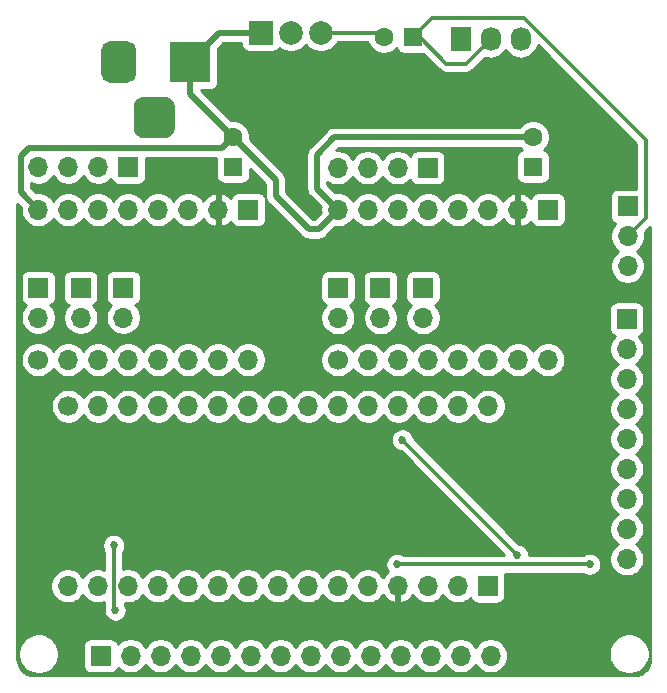
<source format=gbr>
%TF.GenerationSoftware,KiCad,Pcbnew,(5.1.6-0-10_14)*%
%TF.CreationDate,2020-05-27T15:33:41+01:00*%
%TF.ProjectId,Plotyx,506c6f74-7978-42e6-9b69-6361645f7063,rev?*%
%TF.SameCoordinates,Original*%
%TF.FileFunction,Copper,L2,Bot*%
%TF.FilePolarity,Positive*%
%FSLAX46Y46*%
G04 Gerber Fmt 4.6, Leading zero omitted, Abs format (unit mm)*
G04 Created by KiCad (PCBNEW (5.1.6-0-10_14)) date 2020-05-27 15:33:41*
%MOMM*%
%LPD*%
G01*
G04 APERTURE LIST*
%TA.AperFunction,ComponentPad*%
%ADD10O,1.700000X1.700000*%
%TD*%
%TA.AperFunction,ComponentPad*%
%ADD11R,1.700000X1.700000*%
%TD*%
%TA.AperFunction,ComponentPad*%
%ADD12C,1.700000*%
%TD*%
%TA.AperFunction,ComponentPad*%
%ADD13R,3.500000X3.500000*%
%TD*%
%TA.AperFunction,ComponentPad*%
%ADD14C,1.600000*%
%TD*%
%TA.AperFunction,ComponentPad*%
%ADD15R,1.600000X1.600000*%
%TD*%
%TA.AperFunction,ComponentPad*%
%ADD16R,2.000000X2.000000*%
%TD*%
%TA.AperFunction,ComponentPad*%
%ADD17C,2.000000*%
%TD*%
%TA.AperFunction,ComponentPad*%
%ADD18R,1.730000X2.030000*%
%TD*%
%TA.AperFunction,ComponentPad*%
%ADD19O,1.730000X2.030000*%
%TD*%
%TA.AperFunction,ViaPad*%
%ADD20C,0.685800*%
%TD*%
%TA.AperFunction,Conductor*%
%ADD21C,0.300000*%
%TD*%
%TA.AperFunction,Conductor*%
%ADD22C,0.500000*%
%TD*%
%TA.AperFunction,Conductor*%
%ADD23C,0.254000*%
%TD*%
G04 APERTURE END LIST*
D10*
%TO.P,J18,9*%
%TO.N,Net-(J10-Pad13)*%
X164250000Y-118445000D03*
%TO.P,J18,8*%
%TO.N,Net-(J10-Pad14)*%
X164250000Y-115905000D03*
%TO.P,J18,7*%
%TO.N,Net-(J10-Pad2)*%
X164250000Y-113365000D03*
%TO.P,J18,6*%
%TO.N,Net-(J10-Pad3)*%
X164250000Y-110825000D03*
%TO.P,J18,5*%
%TO.N,Net-(J18-Pad5)*%
X164250000Y-108285000D03*
%TO.P,J18,4*%
%TO.N,Net-(J18-Pad4)*%
X164250000Y-105745000D03*
%TO.P,J18,3*%
%TO.N,Net-(J18-Pad3)*%
X164250000Y-103205000D03*
%TO.P,J18,2*%
%TO.N,Net-(J18-Pad2)*%
X164250000Y-100665000D03*
D11*
%TO.P,J18,1*%
%TO.N,Net-(J10-Pad1)*%
X164250000Y-98125000D03*
%TD*%
%TO.P,J6,1*%
%TO.N,GND*%
X118020000Y-95470000D03*
D10*
%TO.P,J6,2*%
%TO.N,Net-(J3-Pad3)*%
X118020000Y-98010000D03*
%TD*%
D11*
%TO.P,J2,1*%
%TO.N,GND*%
X132200000Y-88870000D03*
D10*
%TO.P,J2,2*%
%TO.N,VDD*%
X129660000Y-88870000D03*
%TO.P,J2,3*%
%TO.N,Net-(J11-Pad1)*%
X127120000Y-88870000D03*
%TO.P,J2,4*%
%TO.N,Net-(J11-Pad2)*%
X124580000Y-88870000D03*
%TO.P,J2,5*%
%TO.N,Net-(J11-Pad3)*%
X122040000Y-88870000D03*
%TO.P,J2,6*%
%TO.N,Net-(J11-Pad4)*%
X119500000Y-88870000D03*
%TO.P,J2,7*%
%TO.N,GND*%
X116960000Y-88870000D03*
%TO.P,J2,8*%
%TO.N,12v*%
X114420000Y-88870000D03*
%TD*%
%TO.P,J8,15*%
%TO.N,Net-(J18-Pad3)*%
X152530000Y-105510000D03*
%TO.P,J8,14*%
%TO.N,Net-(J18-Pad2)*%
X149990000Y-105510000D03*
%TO.P,J8,13*%
%TO.N,Net-(J18-Pad4)*%
X147450000Y-105510000D03*
%TO.P,J8,12*%
%TO.N,Net-(J18-Pad5)*%
X144910000Y-105510000D03*
%TO.P,J8,11*%
%TO.N,Net-(J13-Pad8)*%
X142370000Y-105510000D03*
%TO.P,J8,10*%
%TO.N,Net-(J13-Pad7)*%
X139830000Y-105510000D03*
%TO.P,J8,9*%
%TO.N,Net-(J8-Pad9)*%
X137290000Y-105510000D03*
%TO.P,J8,8*%
%TO.N,Net-(J13-Pad1)*%
X134750000Y-105510000D03*
%TO.P,J8,7*%
%TO.N,Net-(J3-Pad8)*%
X132210000Y-105510000D03*
%TO.P,J8,6*%
%TO.N,Net-(J3-Pad7)*%
X129670000Y-105510000D03*
%TO.P,J8,5*%
%TO.N,Net-(J17-Pad6)*%
X127130000Y-105510000D03*
%TO.P,J8,4*%
%TO.N,Net-(J17-Pad5)*%
X124590000Y-105510000D03*
%TO.P,J8,3*%
%TO.N,Net-(J17-Pad4)*%
X122050000Y-105510000D03*
%TO.P,J8,2*%
%TO.N,Net-(J17-Pad3)*%
X119510000Y-105510000D03*
D12*
%TO.P,J8,1*%
%TO.N,Net-(J17-Pad2)*%
X116970000Y-105510000D03*
%TD*%
D10*
%TO.P,J3,8*%
%TO.N,Net-(J3-Pad8)*%
X132200000Y-101570000D03*
%TO.P,J3,7*%
%TO.N,Net-(J3-Pad7)*%
X129660000Y-101570000D03*
%TO.P,J3,6*%
%TO.N,Net-(J3-Pad5)*%
X127120000Y-101570000D03*
%TO.P,J3,5*%
X124580000Y-101570000D03*
%TO.P,J3,4*%
%TO.N,Net-(J3-Pad4)*%
X122040000Y-101570000D03*
%TO.P,J3,3*%
%TO.N,Net-(J3-Pad3)*%
X119500000Y-101570000D03*
%TO.P,J3,2*%
%TO.N,Net-(J3-Pad2)*%
X116960000Y-101570000D03*
D12*
%TO.P,J3,1*%
%TO.N,Net-(J13-Pad1)*%
X114420000Y-101570000D03*
%TD*%
D10*
%TO.P,J13,8*%
%TO.N,Net-(J13-Pad8)*%
X157580000Y-101580000D03*
%TO.P,J13,7*%
%TO.N,Net-(J13-Pad7)*%
X155040000Y-101580000D03*
%TO.P,J13,6*%
%TO.N,Net-(J13-Pad5)*%
X152500000Y-101580000D03*
%TO.P,J13,5*%
X149960000Y-101580000D03*
%TO.P,J13,4*%
%TO.N,Net-(J13-Pad4)*%
X147420000Y-101580000D03*
%TO.P,J13,3*%
%TO.N,Net-(J13-Pad3)*%
X144880000Y-101580000D03*
%TO.P,J13,2*%
%TO.N,Net-(J13-Pad2)*%
X142340000Y-101580000D03*
D12*
%TO.P,J13,1*%
%TO.N,Net-(J13-Pad1)*%
X139800000Y-101580000D03*
%TD*%
D13*
%TO.P,J1,1*%
%TO.N,12v*%
X127240000Y-76370000D03*
%TO.P,J1,2*%
%TO.N,GND*%
%TA.AperFunction,ComponentPad*%
G36*
G01*
X119740000Y-77370000D02*
X119740000Y-75370000D01*
G75*
G02*
X120490000Y-74620000I750000J0D01*
G01*
X121990000Y-74620000D01*
G75*
G02*
X122740000Y-75370000I0J-750000D01*
G01*
X122740000Y-77370000D01*
G75*
G02*
X121990000Y-78120000I-750000J0D01*
G01*
X120490000Y-78120000D01*
G75*
G02*
X119740000Y-77370000I0J750000D01*
G01*
G37*
%TD.AperFunction*%
%TO.P,J1,3*%
%TA.AperFunction,ComponentPad*%
G36*
G01*
X122490000Y-81945000D02*
X122490000Y-80195000D01*
G75*
G02*
X123365000Y-79320000I875000J0D01*
G01*
X125115000Y-79320000D01*
G75*
G02*
X125990000Y-80195000I0J-875000D01*
G01*
X125990000Y-81945000D01*
G75*
G02*
X125115000Y-82820000I-875000J0D01*
G01*
X123365000Y-82820000D01*
G75*
G02*
X122490000Y-81945000I0J875000D01*
G01*
G37*
%TD.AperFunction*%
%TD*%
D14*
%TO.P,C3,2*%
%TO.N,Net-(C3-Pad2)*%
X143675000Y-74250000D03*
D15*
%TO.P,C3,1*%
%TO.N,5v*%
X146175000Y-74250000D03*
%TD*%
D14*
%TO.P,C2,2*%
%TO.N,12v*%
X156310000Y-82730000D03*
D15*
%TO.P,C2,1*%
%TO.N,GND*%
X156310000Y-85230000D03*
%TD*%
D14*
%TO.P,C1,2*%
%TO.N,12v*%
X130930000Y-82730000D03*
D15*
%TO.P,C1,1*%
%TO.N,GND*%
X130930000Y-85230000D03*
%TD*%
D11*
%TO.P,J4,1*%
%TO.N,Net-(J12-Pad3)*%
X147390000Y-85320000D03*
D10*
%TO.P,J4,2*%
%TO.N,Net-(J12-Pad4)*%
X144850000Y-85320000D03*
%TO.P,J4,3*%
%TO.N,Net-(J12-Pad5)*%
X142310000Y-85320000D03*
%TO.P,J4,4*%
%TO.N,Net-(J12-Pad6)*%
X139770000Y-85320000D03*
%TD*%
D11*
%TO.P,J9,1*%
%TO.N,Net-(J8-Pad9)*%
X164318780Y-88578180D03*
D10*
%TO.P,J9,2*%
%TO.N,5v*%
X164318780Y-91118180D03*
%TO.P,J9,3*%
%TO.N,GND*%
X164318780Y-93658180D03*
%TD*%
D11*
%TO.P,J10,1*%
%TO.N,Net-(J10-Pad1)*%
X152480000Y-120730000D03*
D10*
%TO.P,J10,2*%
%TO.N,Net-(J10-Pad2)*%
X149940000Y-120730000D03*
%TO.P,J10,3*%
%TO.N,Net-(J10-Pad3)*%
X147400000Y-120730000D03*
%TO.P,J10,4*%
%TO.N,VDD*%
X144860000Y-120730000D03*
%TO.P,J10,5*%
%TO.N,Net-(J10-Pad5)*%
X142320000Y-120730000D03*
%TO.P,J10,6*%
%TO.N,Net-(J10-Pad6)*%
X139780000Y-120730000D03*
%TO.P,J10,7*%
%TO.N,Net-(J10-Pad7)*%
X137240000Y-120730000D03*
%TO.P,J10,8*%
%TO.N,Net-(J10-Pad8)*%
X134700000Y-120730000D03*
%TO.P,J10,9*%
%TO.N,Net-(J10-Pad9)*%
X132160000Y-120730000D03*
%TO.P,J10,10*%
%TO.N,Net-(J10-Pad10)*%
X129620000Y-120730000D03*
%TO.P,J10,11*%
%TO.N,Net-(J10-Pad11)*%
X127080000Y-120730000D03*
%TO.P,J10,12*%
%TO.N,Net-(J10-Pad12)*%
X124540000Y-120730000D03*
%TO.P,J10,13*%
%TO.N,Net-(J10-Pad13)*%
X122000000Y-120730000D03*
%TO.P,J10,14*%
%TO.N,Net-(J10-Pad14)*%
X119460000Y-120730000D03*
%TO.P,J10,15*%
%TO.N,Net-(J10-Pad15)*%
X116920000Y-120730000D03*
%TD*%
%TO.P,J11,4*%
%TO.N,Net-(J11-Pad4)*%
X114430000Y-85270000D03*
%TO.P,J11,3*%
%TO.N,Net-(J11-Pad3)*%
X116970000Y-85270000D03*
%TO.P,J11,2*%
%TO.N,Net-(J11-Pad2)*%
X119510000Y-85270000D03*
D11*
%TO.P,J11,1*%
%TO.N,Net-(J11-Pad1)*%
X122050000Y-85270000D03*
%TD*%
%TO.P,J12,1*%
%TO.N,GND*%
X157580000Y-88880000D03*
D10*
%TO.P,J12,2*%
%TO.N,VDD*%
X155040000Y-88880000D03*
%TO.P,J12,3*%
%TO.N,Net-(J12-Pad3)*%
X152500000Y-88880000D03*
%TO.P,J12,4*%
%TO.N,Net-(J12-Pad4)*%
X149960000Y-88880000D03*
%TO.P,J12,5*%
%TO.N,Net-(J12-Pad5)*%
X147420000Y-88880000D03*
%TO.P,J12,6*%
%TO.N,Net-(J12-Pad6)*%
X144880000Y-88880000D03*
%TO.P,J12,7*%
%TO.N,GND*%
X142340000Y-88880000D03*
%TO.P,J12,8*%
%TO.N,12v*%
X139800000Y-88880000D03*
%TD*%
D11*
%TO.P,J5,1*%
%TO.N,GND*%
X114420000Y-95470000D03*
D10*
%TO.P,J5,2*%
%TO.N,Net-(J3-Pad2)*%
X114420000Y-98010000D03*
%TD*%
%TO.P,J7,2*%
%TO.N,Net-(J3-Pad4)*%
X121620000Y-98010000D03*
D11*
%TO.P,J7,1*%
%TO.N,GND*%
X121620000Y-95470000D03*
%TD*%
%TO.P,J14,1*%
%TO.N,GND*%
X139800000Y-95480000D03*
D10*
%TO.P,J14,2*%
%TO.N,Net-(J13-Pad2)*%
X139800000Y-98020000D03*
%TD*%
D11*
%TO.P,J15,1*%
%TO.N,GND*%
X143400000Y-95480000D03*
D10*
%TO.P,J15,2*%
%TO.N,Net-(J13-Pad3)*%
X143400000Y-98020000D03*
%TD*%
%TO.P,J16,2*%
%TO.N,Net-(J13-Pad4)*%
X147000000Y-98020000D03*
D11*
%TO.P,J16,1*%
%TO.N,GND*%
X147000000Y-95480000D03*
%TD*%
D16*
%TO.P,U1,1*%
%TO.N,12v*%
X133255000Y-73890000D03*
D17*
%TO.P,U1,2*%
%TO.N,GND*%
X135795000Y-73890000D03*
%TO.P,U1,3*%
%TO.N,Net-(C3-Pad2)*%
X138335000Y-73890000D03*
%TD*%
D11*
%TO.P,J17,1*%
%TO.N,Net-(J10-Pad15)*%
X119700000Y-126650000D03*
D10*
%TO.P,J17,2*%
%TO.N,Net-(J17-Pad2)*%
X122240000Y-126650000D03*
%TO.P,J17,3*%
%TO.N,Net-(J17-Pad3)*%
X124780000Y-126650000D03*
%TO.P,J17,4*%
%TO.N,Net-(J17-Pad4)*%
X127320000Y-126650000D03*
%TO.P,J17,5*%
%TO.N,Net-(J17-Pad5)*%
X129860000Y-126650000D03*
%TO.P,J17,6*%
%TO.N,Net-(J17-Pad6)*%
X132400000Y-126650000D03*
%TO.P,J17,7*%
%TO.N,Net-(J10-Pad12)*%
X134940000Y-126650000D03*
%TO.P,J17,8*%
%TO.N,Net-(J10-Pad11)*%
X137480000Y-126650000D03*
%TO.P,J17,9*%
%TO.N,Net-(J10-Pad10)*%
X140020000Y-126650000D03*
%TO.P,J17,10*%
%TO.N,Net-(J10-Pad9)*%
X142560000Y-126650000D03*
%TO.P,J17,11*%
%TO.N,Net-(J10-Pad8)*%
X145100000Y-126650000D03*
%TO.P,J17,12*%
%TO.N,Net-(J10-Pad7)*%
X147640000Y-126650000D03*
%TO.P,J17,13*%
%TO.N,Net-(J10-Pad6)*%
X150180000Y-126650000D03*
%TO.P,J17,14*%
%TO.N,Net-(J10-Pad5)*%
X152720000Y-126650000D03*
%TD*%
D18*
%TO.P,M1,1*%
%TO.N,Net-(M1-Pad1)*%
X150180000Y-74420000D03*
D19*
%TO.P,M1,2*%
%TO.N,5v*%
X152720000Y-74420000D03*
%TO.P,M1,3*%
%TO.N,GND*%
X155260000Y-74420000D03*
%TD*%
D20*
%TO.N,Net-(J10-Pad13)*%
X144800000Y-118900000D03*
X161100000Y-118900000D03*
%TO.N,Net-(J17-Pad6)*%
X155000000Y-118120000D03*
X145240000Y-108360000D03*
%TO.N,Net-(J17-Pad3)*%
X120940000Y-122770000D03*
X120810000Y-117290000D03*
%TD*%
D21*
%TO.N,Net-(J10-Pad13)*%
X144800000Y-118900000D02*
X161100000Y-118900000D01*
D22*
%TO.N,12v*%
X129720000Y-73890000D02*
X127240000Y-76370000D01*
X133255000Y-73890000D02*
X129720000Y-73890000D01*
X127240000Y-79040000D02*
X130930000Y-82730000D01*
X127240000Y-76370000D02*
X127240000Y-79040000D01*
X130930000Y-82730000D02*
X134530000Y-86330000D01*
X134530000Y-86330000D02*
X134530000Y-87730000D01*
X134530000Y-87730000D02*
X137320000Y-90520000D01*
X138160000Y-90520000D02*
X139800000Y-88880000D01*
X137320000Y-90520000D02*
X138160000Y-90520000D01*
X156310000Y-82730000D02*
X139490000Y-82730000D01*
X139490000Y-82730000D02*
X138010000Y-84210000D01*
X138010000Y-87090000D02*
X139800000Y-88880000D01*
X138010000Y-84210000D02*
X138010000Y-87090000D01*
X130930000Y-82730000D02*
X130010000Y-83650000D01*
X130010000Y-83650000D02*
X113620000Y-83650000D01*
X113620000Y-83650000D02*
X112950000Y-84320000D01*
X112950000Y-87400000D02*
X114420000Y-88870000D01*
X112950000Y-84320000D02*
X112950000Y-87400000D01*
D21*
%TO.N,Net-(C3-Pad2)*%
X143315000Y-73890000D02*
X143675000Y-74250000D01*
X138335000Y-73890000D02*
X143315000Y-73890000D01*
%TO.N,5v*%
X146175000Y-74250000D02*
X146720000Y-74250000D01*
X146720000Y-74250000D02*
X148980000Y-76510000D01*
X150630000Y-76510000D02*
X152720000Y-74420000D01*
X148980000Y-76510000D02*
X150630000Y-76510000D01*
X146175000Y-74250000D02*
X147745000Y-72680000D01*
X155540000Y-72680000D02*
X165850000Y-82990000D01*
X147745000Y-72680000D02*
X155540000Y-72680000D01*
X165850000Y-89586960D02*
X164318780Y-91118180D01*
X165850000Y-82990000D02*
X165850000Y-89586960D01*
%TO.N,Net-(J17-Pad6)*%
X155000000Y-118120000D02*
X145240000Y-108360000D01*
%TO.N,Net-(J17-Pad3)*%
X120810000Y-122640000D02*
X120810000Y-117290000D01*
X120940000Y-122770000D02*
X120810000Y-122640000D01*
%TD*%
D23*
%TO.N,VDD*%
G36*
X142403320Y-74929727D02*
G01*
X142560363Y-75164759D01*
X142760241Y-75364637D01*
X142995273Y-75521680D01*
X143256426Y-75629853D01*
X143533665Y-75685000D01*
X143816335Y-75685000D01*
X144093574Y-75629853D01*
X144354727Y-75521680D01*
X144589759Y-75364637D01*
X144756339Y-75198057D01*
X144785498Y-75294180D01*
X144844463Y-75404494D01*
X144923815Y-75501185D01*
X145020506Y-75580537D01*
X145130820Y-75639502D01*
X145250518Y-75675812D01*
X145375000Y-75688072D01*
X146975000Y-75688072D01*
X147041378Y-75681535D01*
X148397653Y-77037810D01*
X148422236Y-77067764D01*
X148541767Y-77165862D01*
X148678140Y-77238754D01*
X148826113Y-77283642D01*
X148901026Y-77291020D01*
X148941439Y-77295000D01*
X148941444Y-77295000D01*
X148980000Y-77298797D01*
X149018556Y-77295000D01*
X150591447Y-77295000D01*
X150630000Y-77298797D01*
X150668553Y-77295000D01*
X150668561Y-77295000D01*
X150783887Y-77283641D01*
X150931860Y-77238754D01*
X151068233Y-77165862D01*
X151187764Y-77067764D01*
X151212347Y-77037810D01*
X152254017Y-75996140D01*
X152425950Y-76048295D01*
X152720000Y-76077257D01*
X153014051Y-76048295D01*
X153296802Y-75962524D01*
X153557387Y-75823238D01*
X153785792Y-75635792D01*
X153973238Y-75407387D01*
X153990000Y-75376028D01*
X154006762Y-75407387D01*
X154194208Y-75635792D01*
X154422614Y-75823238D01*
X154683199Y-75962524D01*
X154965950Y-76048295D01*
X155260000Y-76077257D01*
X155554051Y-76048295D01*
X155836802Y-75962524D01*
X156097387Y-75823238D01*
X156325792Y-75635792D01*
X156513238Y-75407387D01*
X156652524Y-75146801D01*
X156709341Y-74959498D01*
X165065000Y-83315157D01*
X165065001Y-87090108D01*
X163468780Y-87090108D01*
X163344298Y-87102368D01*
X163224600Y-87138678D01*
X163114286Y-87197643D01*
X163017595Y-87276995D01*
X162938243Y-87373686D01*
X162879278Y-87484000D01*
X162842968Y-87603698D01*
X162830708Y-87728180D01*
X162830708Y-89428180D01*
X162842968Y-89552662D01*
X162879278Y-89672360D01*
X162938243Y-89782674D01*
X163017595Y-89879365D01*
X163114286Y-89958717D01*
X163224600Y-90017682D01*
X163297160Y-90039693D01*
X163165305Y-90171548D01*
X163002790Y-90414769D01*
X162890848Y-90685022D01*
X162833780Y-90971920D01*
X162833780Y-91264440D01*
X162890848Y-91551338D01*
X163002790Y-91821591D01*
X163165305Y-92064812D01*
X163372148Y-92271655D01*
X163546540Y-92388180D01*
X163372148Y-92504705D01*
X163165305Y-92711548D01*
X163002790Y-92954769D01*
X162890848Y-93225022D01*
X162833780Y-93511920D01*
X162833780Y-93804440D01*
X162890848Y-94091338D01*
X163002790Y-94361591D01*
X163165305Y-94604812D01*
X163372148Y-94811655D01*
X163615369Y-94974170D01*
X163885622Y-95086112D01*
X164172520Y-95143180D01*
X164465040Y-95143180D01*
X164751938Y-95086112D01*
X165022191Y-94974170D01*
X165265412Y-94811655D01*
X165472255Y-94604812D01*
X165634770Y-94361591D01*
X165746712Y-94091338D01*
X165803780Y-93804440D01*
X165803780Y-93511920D01*
X165746712Y-93225022D01*
X165634770Y-92954769D01*
X165472255Y-92711548D01*
X165265412Y-92504705D01*
X165091020Y-92388180D01*
X165265412Y-92271655D01*
X165472255Y-92064812D01*
X165634770Y-91821591D01*
X165746712Y-91551338D01*
X165803780Y-91264440D01*
X165803780Y-90971920D01*
X165765855Y-90781262D01*
X166240000Y-90307118D01*
X166240001Y-126897711D01*
X166211375Y-127189660D01*
X166135965Y-127439429D01*
X166013477Y-127669794D01*
X165848579Y-127871979D01*
X165647546Y-128038288D01*
X165418046Y-128162378D01*
X165168805Y-128239531D01*
X164878911Y-128270000D01*
X114032279Y-128270000D01*
X113740340Y-128241375D01*
X113490571Y-128165965D01*
X113260206Y-128043477D01*
X113058021Y-127878579D01*
X112891712Y-127677546D01*
X112767622Y-127448046D01*
X112690469Y-127198805D01*
X112660000Y-126908911D01*
X112660000Y-126299117D01*
X112715000Y-126299117D01*
X112715000Y-126640883D01*
X112781675Y-126976081D01*
X112912463Y-127291831D01*
X113102337Y-127575998D01*
X113344002Y-127817663D01*
X113628169Y-128007537D01*
X113943919Y-128138325D01*
X114279117Y-128205000D01*
X114620883Y-128205000D01*
X114956081Y-128138325D01*
X115271831Y-128007537D01*
X115555998Y-127817663D01*
X115797663Y-127575998D01*
X115987537Y-127291831D01*
X116118325Y-126976081D01*
X116185000Y-126640883D01*
X116185000Y-126299117D01*
X116118325Y-125963919D01*
X116050428Y-125800000D01*
X118211928Y-125800000D01*
X118211928Y-127500000D01*
X118224188Y-127624482D01*
X118260498Y-127744180D01*
X118319463Y-127854494D01*
X118398815Y-127951185D01*
X118495506Y-128030537D01*
X118605820Y-128089502D01*
X118725518Y-128125812D01*
X118850000Y-128138072D01*
X120550000Y-128138072D01*
X120674482Y-128125812D01*
X120794180Y-128089502D01*
X120904494Y-128030537D01*
X121001185Y-127951185D01*
X121080537Y-127854494D01*
X121139502Y-127744180D01*
X121161513Y-127671620D01*
X121293368Y-127803475D01*
X121536589Y-127965990D01*
X121806842Y-128077932D01*
X122093740Y-128135000D01*
X122386260Y-128135000D01*
X122673158Y-128077932D01*
X122943411Y-127965990D01*
X123186632Y-127803475D01*
X123393475Y-127596632D01*
X123510000Y-127422240D01*
X123626525Y-127596632D01*
X123833368Y-127803475D01*
X124076589Y-127965990D01*
X124346842Y-128077932D01*
X124633740Y-128135000D01*
X124926260Y-128135000D01*
X125213158Y-128077932D01*
X125483411Y-127965990D01*
X125726632Y-127803475D01*
X125933475Y-127596632D01*
X126050000Y-127422240D01*
X126166525Y-127596632D01*
X126373368Y-127803475D01*
X126616589Y-127965990D01*
X126886842Y-128077932D01*
X127173740Y-128135000D01*
X127466260Y-128135000D01*
X127753158Y-128077932D01*
X128023411Y-127965990D01*
X128266632Y-127803475D01*
X128473475Y-127596632D01*
X128590000Y-127422240D01*
X128706525Y-127596632D01*
X128913368Y-127803475D01*
X129156589Y-127965990D01*
X129426842Y-128077932D01*
X129713740Y-128135000D01*
X130006260Y-128135000D01*
X130293158Y-128077932D01*
X130563411Y-127965990D01*
X130806632Y-127803475D01*
X131013475Y-127596632D01*
X131130000Y-127422240D01*
X131246525Y-127596632D01*
X131453368Y-127803475D01*
X131696589Y-127965990D01*
X131966842Y-128077932D01*
X132253740Y-128135000D01*
X132546260Y-128135000D01*
X132833158Y-128077932D01*
X133103411Y-127965990D01*
X133346632Y-127803475D01*
X133553475Y-127596632D01*
X133670000Y-127422240D01*
X133786525Y-127596632D01*
X133993368Y-127803475D01*
X134236589Y-127965990D01*
X134506842Y-128077932D01*
X134793740Y-128135000D01*
X135086260Y-128135000D01*
X135373158Y-128077932D01*
X135643411Y-127965990D01*
X135886632Y-127803475D01*
X136093475Y-127596632D01*
X136210000Y-127422240D01*
X136326525Y-127596632D01*
X136533368Y-127803475D01*
X136776589Y-127965990D01*
X137046842Y-128077932D01*
X137333740Y-128135000D01*
X137626260Y-128135000D01*
X137913158Y-128077932D01*
X138183411Y-127965990D01*
X138426632Y-127803475D01*
X138633475Y-127596632D01*
X138750000Y-127422240D01*
X138866525Y-127596632D01*
X139073368Y-127803475D01*
X139316589Y-127965990D01*
X139586842Y-128077932D01*
X139873740Y-128135000D01*
X140166260Y-128135000D01*
X140453158Y-128077932D01*
X140723411Y-127965990D01*
X140966632Y-127803475D01*
X141173475Y-127596632D01*
X141290000Y-127422240D01*
X141406525Y-127596632D01*
X141613368Y-127803475D01*
X141856589Y-127965990D01*
X142126842Y-128077932D01*
X142413740Y-128135000D01*
X142706260Y-128135000D01*
X142993158Y-128077932D01*
X143263411Y-127965990D01*
X143506632Y-127803475D01*
X143713475Y-127596632D01*
X143830000Y-127422240D01*
X143946525Y-127596632D01*
X144153368Y-127803475D01*
X144396589Y-127965990D01*
X144666842Y-128077932D01*
X144953740Y-128135000D01*
X145246260Y-128135000D01*
X145533158Y-128077932D01*
X145803411Y-127965990D01*
X146046632Y-127803475D01*
X146253475Y-127596632D01*
X146370000Y-127422240D01*
X146486525Y-127596632D01*
X146693368Y-127803475D01*
X146936589Y-127965990D01*
X147206842Y-128077932D01*
X147493740Y-128135000D01*
X147786260Y-128135000D01*
X148073158Y-128077932D01*
X148343411Y-127965990D01*
X148586632Y-127803475D01*
X148793475Y-127596632D01*
X148910000Y-127422240D01*
X149026525Y-127596632D01*
X149233368Y-127803475D01*
X149476589Y-127965990D01*
X149746842Y-128077932D01*
X150033740Y-128135000D01*
X150326260Y-128135000D01*
X150613158Y-128077932D01*
X150883411Y-127965990D01*
X151126632Y-127803475D01*
X151333475Y-127596632D01*
X151450000Y-127422240D01*
X151566525Y-127596632D01*
X151773368Y-127803475D01*
X152016589Y-127965990D01*
X152286842Y-128077932D01*
X152573740Y-128135000D01*
X152866260Y-128135000D01*
X153153158Y-128077932D01*
X153423411Y-127965990D01*
X153666632Y-127803475D01*
X153873475Y-127596632D01*
X154035990Y-127353411D01*
X154147932Y-127083158D01*
X154205000Y-126796260D01*
X154205000Y-126503740D01*
X154164298Y-126299117D01*
X162711000Y-126299117D01*
X162711000Y-126640883D01*
X162777675Y-126976081D01*
X162908463Y-127291831D01*
X163098337Y-127575998D01*
X163340002Y-127817663D01*
X163624169Y-128007537D01*
X163939919Y-128138325D01*
X164275117Y-128205000D01*
X164616883Y-128205000D01*
X164952081Y-128138325D01*
X165267831Y-128007537D01*
X165551998Y-127817663D01*
X165793663Y-127575998D01*
X165983537Y-127291831D01*
X166114325Y-126976081D01*
X166181000Y-126640883D01*
X166181000Y-126299117D01*
X166114325Y-125963919D01*
X165983537Y-125648169D01*
X165793663Y-125364002D01*
X165551998Y-125122337D01*
X165267831Y-124932463D01*
X164952081Y-124801675D01*
X164616883Y-124735000D01*
X164275117Y-124735000D01*
X163939919Y-124801675D01*
X163624169Y-124932463D01*
X163340002Y-125122337D01*
X163098337Y-125364002D01*
X162908463Y-125648169D01*
X162777675Y-125963919D01*
X162711000Y-126299117D01*
X154164298Y-126299117D01*
X154147932Y-126216842D01*
X154035990Y-125946589D01*
X153873475Y-125703368D01*
X153666632Y-125496525D01*
X153423411Y-125334010D01*
X153153158Y-125222068D01*
X152866260Y-125165000D01*
X152573740Y-125165000D01*
X152286842Y-125222068D01*
X152016589Y-125334010D01*
X151773368Y-125496525D01*
X151566525Y-125703368D01*
X151450000Y-125877760D01*
X151333475Y-125703368D01*
X151126632Y-125496525D01*
X150883411Y-125334010D01*
X150613158Y-125222068D01*
X150326260Y-125165000D01*
X150033740Y-125165000D01*
X149746842Y-125222068D01*
X149476589Y-125334010D01*
X149233368Y-125496525D01*
X149026525Y-125703368D01*
X148910000Y-125877760D01*
X148793475Y-125703368D01*
X148586632Y-125496525D01*
X148343411Y-125334010D01*
X148073158Y-125222068D01*
X147786260Y-125165000D01*
X147493740Y-125165000D01*
X147206842Y-125222068D01*
X146936589Y-125334010D01*
X146693368Y-125496525D01*
X146486525Y-125703368D01*
X146370000Y-125877760D01*
X146253475Y-125703368D01*
X146046632Y-125496525D01*
X145803411Y-125334010D01*
X145533158Y-125222068D01*
X145246260Y-125165000D01*
X144953740Y-125165000D01*
X144666842Y-125222068D01*
X144396589Y-125334010D01*
X144153368Y-125496525D01*
X143946525Y-125703368D01*
X143830000Y-125877760D01*
X143713475Y-125703368D01*
X143506632Y-125496525D01*
X143263411Y-125334010D01*
X142993158Y-125222068D01*
X142706260Y-125165000D01*
X142413740Y-125165000D01*
X142126842Y-125222068D01*
X141856589Y-125334010D01*
X141613368Y-125496525D01*
X141406525Y-125703368D01*
X141290000Y-125877760D01*
X141173475Y-125703368D01*
X140966632Y-125496525D01*
X140723411Y-125334010D01*
X140453158Y-125222068D01*
X140166260Y-125165000D01*
X139873740Y-125165000D01*
X139586842Y-125222068D01*
X139316589Y-125334010D01*
X139073368Y-125496525D01*
X138866525Y-125703368D01*
X138750000Y-125877760D01*
X138633475Y-125703368D01*
X138426632Y-125496525D01*
X138183411Y-125334010D01*
X137913158Y-125222068D01*
X137626260Y-125165000D01*
X137333740Y-125165000D01*
X137046842Y-125222068D01*
X136776589Y-125334010D01*
X136533368Y-125496525D01*
X136326525Y-125703368D01*
X136210000Y-125877760D01*
X136093475Y-125703368D01*
X135886632Y-125496525D01*
X135643411Y-125334010D01*
X135373158Y-125222068D01*
X135086260Y-125165000D01*
X134793740Y-125165000D01*
X134506842Y-125222068D01*
X134236589Y-125334010D01*
X133993368Y-125496525D01*
X133786525Y-125703368D01*
X133670000Y-125877760D01*
X133553475Y-125703368D01*
X133346632Y-125496525D01*
X133103411Y-125334010D01*
X132833158Y-125222068D01*
X132546260Y-125165000D01*
X132253740Y-125165000D01*
X131966842Y-125222068D01*
X131696589Y-125334010D01*
X131453368Y-125496525D01*
X131246525Y-125703368D01*
X131130000Y-125877760D01*
X131013475Y-125703368D01*
X130806632Y-125496525D01*
X130563411Y-125334010D01*
X130293158Y-125222068D01*
X130006260Y-125165000D01*
X129713740Y-125165000D01*
X129426842Y-125222068D01*
X129156589Y-125334010D01*
X128913368Y-125496525D01*
X128706525Y-125703368D01*
X128590000Y-125877760D01*
X128473475Y-125703368D01*
X128266632Y-125496525D01*
X128023411Y-125334010D01*
X127753158Y-125222068D01*
X127466260Y-125165000D01*
X127173740Y-125165000D01*
X126886842Y-125222068D01*
X126616589Y-125334010D01*
X126373368Y-125496525D01*
X126166525Y-125703368D01*
X126050000Y-125877760D01*
X125933475Y-125703368D01*
X125726632Y-125496525D01*
X125483411Y-125334010D01*
X125213158Y-125222068D01*
X124926260Y-125165000D01*
X124633740Y-125165000D01*
X124346842Y-125222068D01*
X124076589Y-125334010D01*
X123833368Y-125496525D01*
X123626525Y-125703368D01*
X123510000Y-125877760D01*
X123393475Y-125703368D01*
X123186632Y-125496525D01*
X122943411Y-125334010D01*
X122673158Y-125222068D01*
X122386260Y-125165000D01*
X122093740Y-125165000D01*
X121806842Y-125222068D01*
X121536589Y-125334010D01*
X121293368Y-125496525D01*
X121161513Y-125628380D01*
X121139502Y-125555820D01*
X121080537Y-125445506D01*
X121001185Y-125348815D01*
X120904494Y-125269463D01*
X120794180Y-125210498D01*
X120674482Y-125174188D01*
X120550000Y-125161928D01*
X118850000Y-125161928D01*
X118725518Y-125174188D01*
X118605820Y-125210498D01*
X118495506Y-125269463D01*
X118398815Y-125348815D01*
X118319463Y-125445506D01*
X118260498Y-125555820D01*
X118224188Y-125675518D01*
X118211928Y-125800000D01*
X116050428Y-125800000D01*
X115987537Y-125648169D01*
X115797663Y-125364002D01*
X115555998Y-125122337D01*
X115271831Y-124932463D01*
X114956081Y-124801675D01*
X114620883Y-124735000D01*
X114279117Y-124735000D01*
X113943919Y-124801675D01*
X113628169Y-124932463D01*
X113344002Y-125122337D01*
X113102337Y-125364002D01*
X112912463Y-125648169D01*
X112781675Y-125963919D01*
X112715000Y-126299117D01*
X112660000Y-126299117D01*
X112660000Y-120583740D01*
X115435000Y-120583740D01*
X115435000Y-120876260D01*
X115492068Y-121163158D01*
X115604010Y-121433411D01*
X115766525Y-121676632D01*
X115973368Y-121883475D01*
X116216589Y-122045990D01*
X116486842Y-122157932D01*
X116773740Y-122215000D01*
X117066260Y-122215000D01*
X117353158Y-122157932D01*
X117623411Y-122045990D01*
X117866632Y-121883475D01*
X118073475Y-121676632D01*
X118190000Y-121502240D01*
X118306525Y-121676632D01*
X118513368Y-121883475D01*
X118756589Y-122045990D01*
X119026842Y-122157932D01*
X119313740Y-122215000D01*
X119606260Y-122215000D01*
X119893158Y-122157932D01*
X120025000Y-122103321D01*
X120025000Y-122423629D01*
X119999680Y-122484757D01*
X119962100Y-122673685D01*
X119962100Y-122866315D01*
X119999680Y-123055243D01*
X120073396Y-123233210D01*
X120180415Y-123393375D01*
X120316625Y-123529585D01*
X120476790Y-123636604D01*
X120654757Y-123710320D01*
X120843685Y-123747900D01*
X121036315Y-123747900D01*
X121225243Y-123710320D01*
X121403210Y-123636604D01*
X121563375Y-123529585D01*
X121699585Y-123393375D01*
X121806604Y-123233210D01*
X121880320Y-123055243D01*
X121917900Y-122866315D01*
X121917900Y-122673685D01*
X121880320Y-122484757D01*
X121806604Y-122306790D01*
X121728645Y-122190117D01*
X121853740Y-122215000D01*
X122146260Y-122215000D01*
X122433158Y-122157932D01*
X122703411Y-122045990D01*
X122946632Y-121883475D01*
X123153475Y-121676632D01*
X123270000Y-121502240D01*
X123386525Y-121676632D01*
X123593368Y-121883475D01*
X123836589Y-122045990D01*
X124106842Y-122157932D01*
X124393740Y-122215000D01*
X124686260Y-122215000D01*
X124973158Y-122157932D01*
X125243411Y-122045990D01*
X125486632Y-121883475D01*
X125693475Y-121676632D01*
X125810000Y-121502240D01*
X125926525Y-121676632D01*
X126133368Y-121883475D01*
X126376589Y-122045990D01*
X126646842Y-122157932D01*
X126933740Y-122215000D01*
X127226260Y-122215000D01*
X127513158Y-122157932D01*
X127783411Y-122045990D01*
X128026632Y-121883475D01*
X128233475Y-121676632D01*
X128350000Y-121502240D01*
X128466525Y-121676632D01*
X128673368Y-121883475D01*
X128916589Y-122045990D01*
X129186842Y-122157932D01*
X129473740Y-122215000D01*
X129766260Y-122215000D01*
X130053158Y-122157932D01*
X130323411Y-122045990D01*
X130566632Y-121883475D01*
X130773475Y-121676632D01*
X130890000Y-121502240D01*
X131006525Y-121676632D01*
X131213368Y-121883475D01*
X131456589Y-122045990D01*
X131726842Y-122157932D01*
X132013740Y-122215000D01*
X132306260Y-122215000D01*
X132593158Y-122157932D01*
X132863411Y-122045990D01*
X133106632Y-121883475D01*
X133313475Y-121676632D01*
X133430000Y-121502240D01*
X133546525Y-121676632D01*
X133753368Y-121883475D01*
X133996589Y-122045990D01*
X134266842Y-122157932D01*
X134553740Y-122215000D01*
X134846260Y-122215000D01*
X135133158Y-122157932D01*
X135403411Y-122045990D01*
X135646632Y-121883475D01*
X135853475Y-121676632D01*
X135970000Y-121502240D01*
X136086525Y-121676632D01*
X136293368Y-121883475D01*
X136536589Y-122045990D01*
X136806842Y-122157932D01*
X137093740Y-122215000D01*
X137386260Y-122215000D01*
X137673158Y-122157932D01*
X137943411Y-122045990D01*
X138186632Y-121883475D01*
X138393475Y-121676632D01*
X138510000Y-121502240D01*
X138626525Y-121676632D01*
X138833368Y-121883475D01*
X139076589Y-122045990D01*
X139346842Y-122157932D01*
X139633740Y-122215000D01*
X139926260Y-122215000D01*
X140213158Y-122157932D01*
X140483411Y-122045990D01*
X140726632Y-121883475D01*
X140933475Y-121676632D01*
X141050000Y-121502240D01*
X141166525Y-121676632D01*
X141373368Y-121883475D01*
X141616589Y-122045990D01*
X141886842Y-122157932D01*
X142173740Y-122215000D01*
X142466260Y-122215000D01*
X142753158Y-122157932D01*
X143023411Y-122045990D01*
X143266632Y-121883475D01*
X143473475Y-121676632D01*
X143595195Y-121494466D01*
X143664822Y-121611355D01*
X143859731Y-121827588D01*
X144093080Y-122001641D01*
X144355901Y-122126825D01*
X144503110Y-122171476D01*
X144733000Y-122050155D01*
X144733000Y-120857000D01*
X144713000Y-120857000D01*
X144713000Y-120603000D01*
X144733000Y-120603000D01*
X144733000Y-120583000D01*
X144987000Y-120583000D01*
X144987000Y-120603000D01*
X145007000Y-120603000D01*
X145007000Y-120857000D01*
X144987000Y-120857000D01*
X144987000Y-122050155D01*
X145216890Y-122171476D01*
X145364099Y-122126825D01*
X145626920Y-122001641D01*
X145860269Y-121827588D01*
X146055178Y-121611355D01*
X146124805Y-121494466D01*
X146246525Y-121676632D01*
X146453368Y-121883475D01*
X146696589Y-122045990D01*
X146966842Y-122157932D01*
X147253740Y-122215000D01*
X147546260Y-122215000D01*
X147833158Y-122157932D01*
X148103411Y-122045990D01*
X148346632Y-121883475D01*
X148553475Y-121676632D01*
X148670000Y-121502240D01*
X148786525Y-121676632D01*
X148993368Y-121883475D01*
X149236589Y-122045990D01*
X149506842Y-122157932D01*
X149793740Y-122215000D01*
X150086260Y-122215000D01*
X150373158Y-122157932D01*
X150643411Y-122045990D01*
X150886632Y-121883475D01*
X151018487Y-121751620D01*
X151040498Y-121824180D01*
X151099463Y-121934494D01*
X151178815Y-122031185D01*
X151275506Y-122110537D01*
X151385820Y-122169502D01*
X151505518Y-122205812D01*
X151630000Y-122218072D01*
X153330000Y-122218072D01*
X153454482Y-122205812D01*
X153574180Y-122169502D01*
X153684494Y-122110537D01*
X153781185Y-122031185D01*
X153860537Y-121934494D01*
X153919502Y-121824180D01*
X153955812Y-121704482D01*
X153968072Y-121580000D01*
X153968072Y-119880000D01*
X153955812Y-119755518D01*
X153934421Y-119685000D01*
X160514661Y-119685000D01*
X160636790Y-119766604D01*
X160814757Y-119840320D01*
X161003685Y-119877900D01*
X161196315Y-119877900D01*
X161385243Y-119840320D01*
X161563210Y-119766604D01*
X161723375Y-119659585D01*
X161859585Y-119523375D01*
X161966604Y-119363210D01*
X162040320Y-119185243D01*
X162077900Y-118996315D01*
X162077900Y-118803685D01*
X162040320Y-118614757D01*
X161966604Y-118436790D01*
X161859585Y-118276625D01*
X161723375Y-118140415D01*
X161563210Y-118033396D01*
X161385243Y-117959680D01*
X161196315Y-117922100D01*
X161003685Y-117922100D01*
X160814757Y-117959680D01*
X160636790Y-118033396D01*
X160514661Y-118115000D01*
X155977900Y-118115000D01*
X155977900Y-118023685D01*
X155940320Y-117834757D01*
X155866604Y-117656790D01*
X155759585Y-117496625D01*
X155623375Y-117360415D01*
X155463210Y-117253396D01*
X155285243Y-117179680D01*
X155141183Y-117151025D01*
X146208976Y-108218818D01*
X146180320Y-108074757D01*
X146106604Y-107896790D01*
X145999585Y-107736625D01*
X145863375Y-107600415D01*
X145703210Y-107493396D01*
X145525243Y-107419680D01*
X145336315Y-107382100D01*
X145143685Y-107382100D01*
X144954757Y-107419680D01*
X144776790Y-107493396D01*
X144616625Y-107600415D01*
X144480415Y-107736625D01*
X144373396Y-107896790D01*
X144299680Y-108074757D01*
X144262100Y-108263685D01*
X144262100Y-108456315D01*
X144299680Y-108645243D01*
X144373396Y-108823210D01*
X144480415Y-108983375D01*
X144616625Y-109119585D01*
X144776790Y-109226604D01*
X144954757Y-109300320D01*
X145098818Y-109328976D01*
X153884842Y-118115000D01*
X145385339Y-118115000D01*
X145263210Y-118033396D01*
X145085243Y-117959680D01*
X144896315Y-117922100D01*
X144703685Y-117922100D01*
X144514757Y-117959680D01*
X144336790Y-118033396D01*
X144176625Y-118140415D01*
X144040415Y-118276625D01*
X143933396Y-118436790D01*
X143859680Y-118614757D01*
X143822100Y-118803685D01*
X143822100Y-118996315D01*
X143859680Y-119185243D01*
X143933396Y-119363210D01*
X144028940Y-119506201D01*
X143859731Y-119632412D01*
X143664822Y-119848645D01*
X143595195Y-119965534D01*
X143473475Y-119783368D01*
X143266632Y-119576525D01*
X143023411Y-119414010D01*
X142753158Y-119302068D01*
X142466260Y-119245000D01*
X142173740Y-119245000D01*
X141886842Y-119302068D01*
X141616589Y-119414010D01*
X141373368Y-119576525D01*
X141166525Y-119783368D01*
X141050000Y-119957760D01*
X140933475Y-119783368D01*
X140726632Y-119576525D01*
X140483411Y-119414010D01*
X140213158Y-119302068D01*
X139926260Y-119245000D01*
X139633740Y-119245000D01*
X139346842Y-119302068D01*
X139076589Y-119414010D01*
X138833368Y-119576525D01*
X138626525Y-119783368D01*
X138510000Y-119957760D01*
X138393475Y-119783368D01*
X138186632Y-119576525D01*
X137943411Y-119414010D01*
X137673158Y-119302068D01*
X137386260Y-119245000D01*
X137093740Y-119245000D01*
X136806842Y-119302068D01*
X136536589Y-119414010D01*
X136293368Y-119576525D01*
X136086525Y-119783368D01*
X135970000Y-119957760D01*
X135853475Y-119783368D01*
X135646632Y-119576525D01*
X135403411Y-119414010D01*
X135133158Y-119302068D01*
X134846260Y-119245000D01*
X134553740Y-119245000D01*
X134266842Y-119302068D01*
X133996589Y-119414010D01*
X133753368Y-119576525D01*
X133546525Y-119783368D01*
X133430000Y-119957760D01*
X133313475Y-119783368D01*
X133106632Y-119576525D01*
X132863411Y-119414010D01*
X132593158Y-119302068D01*
X132306260Y-119245000D01*
X132013740Y-119245000D01*
X131726842Y-119302068D01*
X131456589Y-119414010D01*
X131213368Y-119576525D01*
X131006525Y-119783368D01*
X130890000Y-119957760D01*
X130773475Y-119783368D01*
X130566632Y-119576525D01*
X130323411Y-119414010D01*
X130053158Y-119302068D01*
X129766260Y-119245000D01*
X129473740Y-119245000D01*
X129186842Y-119302068D01*
X128916589Y-119414010D01*
X128673368Y-119576525D01*
X128466525Y-119783368D01*
X128350000Y-119957760D01*
X128233475Y-119783368D01*
X128026632Y-119576525D01*
X127783411Y-119414010D01*
X127513158Y-119302068D01*
X127226260Y-119245000D01*
X126933740Y-119245000D01*
X126646842Y-119302068D01*
X126376589Y-119414010D01*
X126133368Y-119576525D01*
X125926525Y-119783368D01*
X125810000Y-119957760D01*
X125693475Y-119783368D01*
X125486632Y-119576525D01*
X125243411Y-119414010D01*
X124973158Y-119302068D01*
X124686260Y-119245000D01*
X124393740Y-119245000D01*
X124106842Y-119302068D01*
X123836589Y-119414010D01*
X123593368Y-119576525D01*
X123386525Y-119783368D01*
X123270000Y-119957760D01*
X123153475Y-119783368D01*
X122946632Y-119576525D01*
X122703411Y-119414010D01*
X122433158Y-119302068D01*
X122146260Y-119245000D01*
X121853740Y-119245000D01*
X121595000Y-119296467D01*
X121595000Y-117875339D01*
X121676604Y-117753210D01*
X121750320Y-117575243D01*
X121787900Y-117386315D01*
X121787900Y-117193685D01*
X121750320Y-117004757D01*
X121676604Y-116826790D01*
X121569585Y-116666625D01*
X121433375Y-116530415D01*
X121273210Y-116423396D01*
X121095243Y-116349680D01*
X120906315Y-116312100D01*
X120713685Y-116312100D01*
X120524757Y-116349680D01*
X120346790Y-116423396D01*
X120186625Y-116530415D01*
X120050415Y-116666625D01*
X119943396Y-116826790D01*
X119869680Y-117004757D01*
X119832100Y-117193685D01*
X119832100Y-117386315D01*
X119869680Y-117575243D01*
X119943396Y-117753210D01*
X120025001Y-117875340D01*
X120025001Y-119356679D01*
X119893158Y-119302068D01*
X119606260Y-119245000D01*
X119313740Y-119245000D01*
X119026842Y-119302068D01*
X118756589Y-119414010D01*
X118513368Y-119576525D01*
X118306525Y-119783368D01*
X118190000Y-119957760D01*
X118073475Y-119783368D01*
X117866632Y-119576525D01*
X117623411Y-119414010D01*
X117353158Y-119302068D01*
X117066260Y-119245000D01*
X116773740Y-119245000D01*
X116486842Y-119302068D01*
X116216589Y-119414010D01*
X115973368Y-119576525D01*
X115766525Y-119783368D01*
X115604010Y-120026589D01*
X115492068Y-120296842D01*
X115435000Y-120583740D01*
X112660000Y-120583740D01*
X112660000Y-105363740D01*
X115485000Y-105363740D01*
X115485000Y-105656260D01*
X115542068Y-105943158D01*
X115654010Y-106213411D01*
X115816525Y-106456632D01*
X116023368Y-106663475D01*
X116266589Y-106825990D01*
X116536842Y-106937932D01*
X116823740Y-106995000D01*
X117116260Y-106995000D01*
X117403158Y-106937932D01*
X117673411Y-106825990D01*
X117916632Y-106663475D01*
X118123475Y-106456632D01*
X118240000Y-106282240D01*
X118356525Y-106456632D01*
X118563368Y-106663475D01*
X118806589Y-106825990D01*
X119076842Y-106937932D01*
X119363740Y-106995000D01*
X119656260Y-106995000D01*
X119943158Y-106937932D01*
X120213411Y-106825990D01*
X120456632Y-106663475D01*
X120663475Y-106456632D01*
X120780000Y-106282240D01*
X120896525Y-106456632D01*
X121103368Y-106663475D01*
X121346589Y-106825990D01*
X121616842Y-106937932D01*
X121903740Y-106995000D01*
X122196260Y-106995000D01*
X122483158Y-106937932D01*
X122753411Y-106825990D01*
X122996632Y-106663475D01*
X123203475Y-106456632D01*
X123320000Y-106282240D01*
X123436525Y-106456632D01*
X123643368Y-106663475D01*
X123886589Y-106825990D01*
X124156842Y-106937932D01*
X124443740Y-106995000D01*
X124736260Y-106995000D01*
X125023158Y-106937932D01*
X125293411Y-106825990D01*
X125536632Y-106663475D01*
X125743475Y-106456632D01*
X125860000Y-106282240D01*
X125976525Y-106456632D01*
X126183368Y-106663475D01*
X126426589Y-106825990D01*
X126696842Y-106937932D01*
X126983740Y-106995000D01*
X127276260Y-106995000D01*
X127563158Y-106937932D01*
X127833411Y-106825990D01*
X128076632Y-106663475D01*
X128283475Y-106456632D01*
X128400000Y-106282240D01*
X128516525Y-106456632D01*
X128723368Y-106663475D01*
X128966589Y-106825990D01*
X129236842Y-106937932D01*
X129523740Y-106995000D01*
X129816260Y-106995000D01*
X130103158Y-106937932D01*
X130373411Y-106825990D01*
X130616632Y-106663475D01*
X130823475Y-106456632D01*
X130940000Y-106282240D01*
X131056525Y-106456632D01*
X131263368Y-106663475D01*
X131506589Y-106825990D01*
X131776842Y-106937932D01*
X132063740Y-106995000D01*
X132356260Y-106995000D01*
X132643158Y-106937932D01*
X132913411Y-106825990D01*
X133156632Y-106663475D01*
X133363475Y-106456632D01*
X133480000Y-106282240D01*
X133596525Y-106456632D01*
X133803368Y-106663475D01*
X134046589Y-106825990D01*
X134316842Y-106937932D01*
X134603740Y-106995000D01*
X134896260Y-106995000D01*
X135183158Y-106937932D01*
X135453411Y-106825990D01*
X135696632Y-106663475D01*
X135903475Y-106456632D01*
X136020000Y-106282240D01*
X136136525Y-106456632D01*
X136343368Y-106663475D01*
X136586589Y-106825990D01*
X136856842Y-106937932D01*
X137143740Y-106995000D01*
X137436260Y-106995000D01*
X137723158Y-106937932D01*
X137993411Y-106825990D01*
X138236632Y-106663475D01*
X138443475Y-106456632D01*
X138560000Y-106282240D01*
X138676525Y-106456632D01*
X138883368Y-106663475D01*
X139126589Y-106825990D01*
X139396842Y-106937932D01*
X139683740Y-106995000D01*
X139976260Y-106995000D01*
X140263158Y-106937932D01*
X140533411Y-106825990D01*
X140776632Y-106663475D01*
X140983475Y-106456632D01*
X141100000Y-106282240D01*
X141216525Y-106456632D01*
X141423368Y-106663475D01*
X141666589Y-106825990D01*
X141936842Y-106937932D01*
X142223740Y-106995000D01*
X142516260Y-106995000D01*
X142803158Y-106937932D01*
X143073411Y-106825990D01*
X143316632Y-106663475D01*
X143523475Y-106456632D01*
X143640000Y-106282240D01*
X143756525Y-106456632D01*
X143963368Y-106663475D01*
X144206589Y-106825990D01*
X144476842Y-106937932D01*
X144763740Y-106995000D01*
X145056260Y-106995000D01*
X145343158Y-106937932D01*
X145613411Y-106825990D01*
X145856632Y-106663475D01*
X146063475Y-106456632D01*
X146180000Y-106282240D01*
X146296525Y-106456632D01*
X146503368Y-106663475D01*
X146746589Y-106825990D01*
X147016842Y-106937932D01*
X147303740Y-106995000D01*
X147596260Y-106995000D01*
X147883158Y-106937932D01*
X148153411Y-106825990D01*
X148396632Y-106663475D01*
X148603475Y-106456632D01*
X148720000Y-106282240D01*
X148836525Y-106456632D01*
X149043368Y-106663475D01*
X149286589Y-106825990D01*
X149556842Y-106937932D01*
X149843740Y-106995000D01*
X150136260Y-106995000D01*
X150423158Y-106937932D01*
X150693411Y-106825990D01*
X150936632Y-106663475D01*
X151143475Y-106456632D01*
X151260000Y-106282240D01*
X151376525Y-106456632D01*
X151583368Y-106663475D01*
X151826589Y-106825990D01*
X152096842Y-106937932D01*
X152383740Y-106995000D01*
X152676260Y-106995000D01*
X152963158Y-106937932D01*
X153233411Y-106825990D01*
X153476632Y-106663475D01*
X153683475Y-106456632D01*
X153845990Y-106213411D01*
X153957932Y-105943158D01*
X154015000Y-105656260D01*
X154015000Y-105363740D01*
X153957932Y-105076842D01*
X153845990Y-104806589D01*
X153683475Y-104563368D01*
X153476632Y-104356525D01*
X153233411Y-104194010D01*
X152963158Y-104082068D01*
X152676260Y-104025000D01*
X152383740Y-104025000D01*
X152096842Y-104082068D01*
X151826589Y-104194010D01*
X151583368Y-104356525D01*
X151376525Y-104563368D01*
X151260000Y-104737760D01*
X151143475Y-104563368D01*
X150936632Y-104356525D01*
X150693411Y-104194010D01*
X150423158Y-104082068D01*
X150136260Y-104025000D01*
X149843740Y-104025000D01*
X149556842Y-104082068D01*
X149286589Y-104194010D01*
X149043368Y-104356525D01*
X148836525Y-104563368D01*
X148720000Y-104737760D01*
X148603475Y-104563368D01*
X148396632Y-104356525D01*
X148153411Y-104194010D01*
X147883158Y-104082068D01*
X147596260Y-104025000D01*
X147303740Y-104025000D01*
X147016842Y-104082068D01*
X146746589Y-104194010D01*
X146503368Y-104356525D01*
X146296525Y-104563368D01*
X146180000Y-104737760D01*
X146063475Y-104563368D01*
X145856632Y-104356525D01*
X145613411Y-104194010D01*
X145343158Y-104082068D01*
X145056260Y-104025000D01*
X144763740Y-104025000D01*
X144476842Y-104082068D01*
X144206589Y-104194010D01*
X143963368Y-104356525D01*
X143756525Y-104563368D01*
X143640000Y-104737760D01*
X143523475Y-104563368D01*
X143316632Y-104356525D01*
X143073411Y-104194010D01*
X142803158Y-104082068D01*
X142516260Y-104025000D01*
X142223740Y-104025000D01*
X141936842Y-104082068D01*
X141666589Y-104194010D01*
X141423368Y-104356525D01*
X141216525Y-104563368D01*
X141100000Y-104737760D01*
X140983475Y-104563368D01*
X140776632Y-104356525D01*
X140533411Y-104194010D01*
X140263158Y-104082068D01*
X139976260Y-104025000D01*
X139683740Y-104025000D01*
X139396842Y-104082068D01*
X139126589Y-104194010D01*
X138883368Y-104356525D01*
X138676525Y-104563368D01*
X138560000Y-104737760D01*
X138443475Y-104563368D01*
X138236632Y-104356525D01*
X137993411Y-104194010D01*
X137723158Y-104082068D01*
X137436260Y-104025000D01*
X137143740Y-104025000D01*
X136856842Y-104082068D01*
X136586589Y-104194010D01*
X136343368Y-104356525D01*
X136136525Y-104563368D01*
X136020000Y-104737760D01*
X135903475Y-104563368D01*
X135696632Y-104356525D01*
X135453411Y-104194010D01*
X135183158Y-104082068D01*
X134896260Y-104025000D01*
X134603740Y-104025000D01*
X134316842Y-104082068D01*
X134046589Y-104194010D01*
X133803368Y-104356525D01*
X133596525Y-104563368D01*
X133480000Y-104737760D01*
X133363475Y-104563368D01*
X133156632Y-104356525D01*
X132913411Y-104194010D01*
X132643158Y-104082068D01*
X132356260Y-104025000D01*
X132063740Y-104025000D01*
X131776842Y-104082068D01*
X131506589Y-104194010D01*
X131263368Y-104356525D01*
X131056525Y-104563368D01*
X130940000Y-104737760D01*
X130823475Y-104563368D01*
X130616632Y-104356525D01*
X130373411Y-104194010D01*
X130103158Y-104082068D01*
X129816260Y-104025000D01*
X129523740Y-104025000D01*
X129236842Y-104082068D01*
X128966589Y-104194010D01*
X128723368Y-104356525D01*
X128516525Y-104563368D01*
X128400000Y-104737760D01*
X128283475Y-104563368D01*
X128076632Y-104356525D01*
X127833411Y-104194010D01*
X127563158Y-104082068D01*
X127276260Y-104025000D01*
X126983740Y-104025000D01*
X126696842Y-104082068D01*
X126426589Y-104194010D01*
X126183368Y-104356525D01*
X125976525Y-104563368D01*
X125860000Y-104737760D01*
X125743475Y-104563368D01*
X125536632Y-104356525D01*
X125293411Y-104194010D01*
X125023158Y-104082068D01*
X124736260Y-104025000D01*
X124443740Y-104025000D01*
X124156842Y-104082068D01*
X123886589Y-104194010D01*
X123643368Y-104356525D01*
X123436525Y-104563368D01*
X123320000Y-104737760D01*
X123203475Y-104563368D01*
X122996632Y-104356525D01*
X122753411Y-104194010D01*
X122483158Y-104082068D01*
X122196260Y-104025000D01*
X121903740Y-104025000D01*
X121616842Y-104082068D01*
X121346589Y-104194010D01*
X121103368Y-104356525D01*
X120896525Y-104563368D01*
X120780000Y-104737760D01*
X120663475Y-104563368D01*
X120456632Y-104356525D01*
X120213411Y-104194010D01*
X119943158Y-104082068D01*
X119656260Y-104025000D01*
X119363740Y-104025000D01*
X119076842Y-104082068D01*
X118806589Y-104194010D01*
X118563368Y-104356525D01*
X118356525Y-104563368D01*
X118240000Y-104737760D01*
X118123475Y-104563368D01*
X117916632Y-104356525D01*
X117673411Y-104194010D01*
X117403158Y-104082068D01*
X117116260Y-104025000D01*
X116823740Y-104025000D01*
X116536842Y-104082068D01*
X116266589Y-104194010D01*
X116023368Y-104356525D01*
X115816525Y-104563368D01*
X115654010Y-104806589D01*
X115542068Y-105076842D01*
X115485000Y-105363740D01*
X112660000Y-105363740D01*
X112660000Y-101423740D01*
X112935000Y-101423740D01*
X112935000Y-101716260D01*
X112992068Y-102003158D01*
X113104010Y-102273411D01*
X113266525Y-102516632D01*
X113473368Y-102723475D01*
X113716589Y-102885990D01*
X113986842Y-102997932D01*
X114273740Y-103055000D01*
X114566260Y-103055000D01*
X114853158Y-102997932D01*
X115123411Y-102885990D01*
X115366632Y-102723475D01*
X115573475Y-102516632D01*
X115690000Y-102342240D01*
X115806525Y-102516632D01*
X116013368Y-102723475D01*
X116256589Y-102885990D01*
X116526842Y-102997932D01*
X116813740Y-103055000D01*
X117106260Y-103055000D01*
X117393158Y-102997932D01*
X117663411Y-102885990D01*
X117906632Y-102723475D01*
X118113475Y-102516632D01*
X118230000Y-102342240D01*
X118346525Y-102516632D01*
X118553368Y-102723475D01*
X118796589Y-102885990D01*
X119066842Y-102997932D01*
X119353740Y-103055000D01*
X119646260Y-103055000D01*
X119933158Y-102997932D01*
X120203411Y-102885990D01*
X120446632Y-102723475D01*
X120653475Y-102516632D01*
X120770000Y-102342240D01*
X120886525Y-102516632D01*
X121093368Y-102723475D01*
X121336589Y-102885990D01*
X121606842Y-102997932D01*
X121893740Y-103055000D01*
X122186260Y-103055000D01*
X122473158Y-102997932D01*
X122743411Y-102885990D01*
X122986632Y-102723475D01*
X123193475Y-102516632D01*
X123310000Y-102342240D01*
X123426525Y-102516632D01*
X123633368Y-102723475D01*
X123876589Y-102885990D01*
X124146842Y-102997932D01*
X124433740Y-103055000D01*
X124726260Y-103055000D01*
X125013158Y-102997932D01*
X125283411Y-102885990D01*
X125526632Y-102723475D01*
X125733475Y-102516632D01*
X125850000Y-102342240D01*
X125966525Y-102516632D01*
X126173368Y-102723475D01*
X126416589Y-102885990D01*
X126686842Y-102997932D01*
X126973740Y-103055000D01*
X127266260Y-103055000D01*
X127553158Y-102997932D01*
X127823411Y-102885990D01*
X128066632Y-102723475D01*
X128273475Y-102516632D01*
X128390000Y-102342240D01*
X128506525Y-102516632D01*
X128713368Y-102723475D01*
X128956589Y-102885990D01*
X129226842Y-102997932D01*
X129513740Y-103055000D01*
X129806260Y-103055000D01*
X130093158Y-102997932D01*
X130363411Y-102885990D01*
X130606632Y-102723475D01*
X130813475Y-102516632D01*
X130930000Y-102342240D01*
X131046525Y-102516632D01*
X131253368Y-102723475D01*
X131496589Y-102885990D01*
X131766842Y-102997932D01*
X132053740Y-103055000D01*
X132346260Y-103055000D01*
X132633158Y-102997932D01*
X132903411Y-102885990D01*
X133146632Y-102723475D01*
X133353475Y-102516632D01*
X133515990Y-102273411D01*
X133627932Y-102003158D01*
X133685000Y-101716260D01*
X133685000Y-101433740D01*
X138315000Y-101433740D01*
X138315000Y-101726260D01*
X138372068Y-102013158D01*
X138484010Y-102283411D01*
X138646525Y-102526632D01*
X138853368Y-102733475D01*
X139096589Y-102895990D01*
X139366842Y-103007932D01*
X139653740Y-103065000D01*
X139946260Y-103065000D01*
X140233158Y-103007932D01*
X140503411Y-102895990D01*
X140746632Y-102733475D01*
X140953475Y-102526632D01*
X141070000Y-102352240D01*
X141186525Y-102526632D01*
X141393368Y-102733475D01*
X141636589Y-102895990D01*
X141906842Y-103007932D01*
X142193740Y-103065000D01*
X142486260Y-103065000D01*
X142773158Y-103007932D01*
X143043411Y-102895990D01*
X143286632Y-102733475D01*
X143493475Y-102526632D01*
X143610000Y-102352240D01*
X143726525Y-102526632D01*
X143933368Y-102733475D01*
X144176589Y-102895990D01*
X144446842Y-103007932D01*
X144733740Y-103065000D01*
X145026260Y-103065000D01*
X145313158Y-103007932D01*
X145583411Y-102895990D01*
X145826632Y-102733475D01*
X146033475Y-102526632D01*
X146150000Y-102352240D01*
X146266525Y-102526632D01*
X146473368Y-102733475D01*
X146716589Y-102895990D01*
X146986842Y-103007932D01*
X147273740Y-103065000D01*
X147566260Y-103065000D01*
X147853158Y-103007932D01*
X148123411Y-102895990D01*
X148366632Y-102733475D01*
X148573475Y-102526632D01*
X148690000Y-102352240D01*
X148806525Y-102526632D01*
X149013368Y-102733475D01*
X149256589Y-102895990D01*
X149526842Y-103007932D01*
X149813740Y-103065000D01*
X150106260Y-103065000D01*
X150393158Y-103007932D01*
X150663411Y-102895990D01*
X150906632Y-102733475D01*
X151113475Y-102526632D01*
X151230000Y-102352240D01*
X151346525Y-102526632D01*
X151553368Y-102733475D01*
X151796589Y-102895990D01*
X152066842Y-103007932D01*
X152353740Y-103065000D01*
X152646260Y-103065000D01*
X152933158Y-103007932D01*
X153203411Y-102895990D01*
X153446632Y-102733475D01*
X153653475Y-102526632D01*
X153770000Y-102352240D01*
X153886525Y-102526632D01*
X154093368Y-102733475D01*
X154336589Y-102895990D01*
X154606842Y-103007932D01*
X154893740Y-103065000D01*
X155186260Y-103065000D01*
X155473158Y-103007932D01*
X155743411Y-102895990D01*
X155986632Y-102733475D01*
X156193475Y-102526632D01*
X156310000Y-102352240D01*
X156426525Y-102526632D01*
X156633368Y-102733475D01*
X156876589Y-102895990D01*
X157146842Y-103007932D01*
X157433740Y-103065000D01*
X157726260Y-103065000D01*
X158013158Y-103007932D01*
X158283411Y-102895990D01*
X158526632Y-102733475D01*
X158733475Y-102526632D01*
X158895990Y-102283411D01*
X159007932Y-102013158D01*
X159065000Y-101726260D01*
X159065000Y-101433740D01*
X159007932Y-101146842D01*
X158895990Y-100876589D01*
X158733475Y-100633368D01*
X158526632Y-100426525D01*
X158283411Y-100264010D01*
X158013158Y-100152068D01*
X157726260Y-100095000D01*
X157433740Y-100095000D01*
X157146842Y-100152068D01*
X156876589Y-100264010D01*
X156633368Y-100426525D01*
X156426525Y-100633368D01*
X156310000Y-100807760D01*
X156193475Y-100633368D01*
X155986632Y-100426525D01*
X155743411Y-100264010D01*
X155473158Y-100152068D01*
X155186260Y-100095000D01*
X154893740Y-100095000D01*
X154606842Y-100152068D01*
X154336589Y-100264010D01*
X154093368Y-100426525D01*
X153886525Y-100633368D01*
X153770000Y-100807760D01*
X153653475Y-100633368D01*
X153446632Y-100426525D01*
X153203411Y-100264010D01*
X152933158Y-100152068D01*
X152646260Y-100095000D01*
X152353740Y-100095000D01*
X152066842Y-100152068D01*
X151796589Y-100264010D01*
X151553368Y-100426525D01*
X151346525Y-100633368D01*
X151230000Y-100807760D01*
X151113475Y-100633368D01*
X150906632Y-100426525D01*
X150663411Y-100264010D01*
X150393158Y-100152068D01*
X150106260Y-100095000D01*
X149813740Y-100095000D01*
X149526842Y-100152068D01*
X149256589Y-100264010D01*
X149013368Y-100426525D01*
X148806525Y-100633368D01*
X148690000Y-100807760D01*
X148573475Y-100633368D01*
X148366632Y-100426525D01*
X148123411Y-100264010D01*
X147853158Y-100152068D01*
X147566260Y-100095000D01*
X147273740Y-100095000D01*
X146986842Y-100152068D01*
X146716589Y-100264010D01*
X146473368Y-100426525D01*
X146266525Y-100633368D01*
X146150000Y-100807760D01*
X146033475Y-100633368D01*
X145826632Y-100426525D01*
X145583411Y-100264010D01*
X145313158Y-100152068D01*
X145026260Y-100095000D01*
X144733740Y-100095000D01*
X144446842Y-100152068D01*
X144176589Y-100264010D01*
X143933368Y-100426525D01*
X143726525Y-100633368D01*
X143610000Y-100807760D01*
X143493475Y-100633368D01*
X143286632Y-100426525D01*
X143043411Y-100264010D01*
X142773158Y-100152068D01*
X142486260Y-100095000D01*
X142193740Y-100095000D01*
X141906842Y-100152068D01*
X141636589Y-100264010D01*
X141393368Y-100426525D01*
X141186525Y-100633368D01*
X141070000Y-100807760D01*
X140953475Y-100633368D01*
X140746632Y-100426525D01*
X140503411Y-100264010D01*
X140233158Y-100152068D01*
X139946260Y-100095000D01*
X139653740Y-100095000D01*
X139366842Y-100152068D01*
X139096589Y-100264010D01*
X138853368Y-100426525D01*
X138646525Y-100633368D01*
X138484010Y-100876589D01*
X138372068Y-101146842D01*
X138315000Y-101433740D01*
X133685000Y-101433740D01*
X133685000Y-101423740D01*
X133627932Y-101136842D01*
X133515990Y-100866589D01*
X133353475Y-100623368D01*
X133146632Y-100416525D01*
X132903411Y-100254010D01*
X132633158Y-100142068D01*
X132346260Y-100085000D01*
X132053740Y-100085000D01*
X131766842Y-100142068D01*
X131496589Y-100254010D01*
X131253368Y-100416525D01*
X131046525Y-100623368D01*
X130930000Y-100797760D01*
X130813475Y-100623368D01*
X130606632Y-100416525D01*
X130363411Y-100254010D01*
X130093158Y-100142068D01*
X129806260Y-100085000D01*
X129513740Y-100085000D01*
X129226842Y-100142068D01*
X128956589Y-100254010D01*
X128713368Y-100416525D01*
X128506525Y-100623368D01*
X128390000Y-100797760D01*
X128273475Y-100623368D01*
X128066632Y-100416525D01*
X127823411Y-100254010D01*
X127553158Y-100142068D01*
X127266260Y-100085000D01*
X126973740Y-100085000D01*
X126686842Y-100142068D01*
X126416589Y-100254010D01*
X126173368Y-100416525D01*
X125966525Y-100623368D01*
X125850000Y-100797760D01*
X125733475Y-100623368D01*
X125526632Y-100416525D01*
X125283411Y-100254010D01*
X125013158Y-100142068D01*
X124726260Y-100085000D01*
X124433740Y-100085000D01*
X124146842Y-100142068D01*
X123876589Y-100254010D01*
X123633368Y-100416525D01*
X123426525Y-100623368D01*
X123310000Y-100797760D01*
X123193475Y-100623368D01*
X122986632Y-100416525D01*
X122743411Y-100254010D01*
X122473158Y-100142068D01*
X122186260Y-100085000D01*
X121893740Y-100085000D01*
X121606842Y-100142068D01*
X121336589Y-100254010D01*
X121093368Y-100416525D01*
X120886525Y-100623368D01*
X120770000Y-100797760D01*
X120653475Y-100623368D01*
X120446632Y-100416525D01*
X120203411Y-100254010D01*
X119933158Y-100142068D01*
X119646260Y-100085000D01*
X119353740Y-100085000D01*
X119066842Y-100142068D01*
X118796589Y-100254010D01*
X118553368Y-100416525D01*
X118346525Y-100623368D01*
X118230000Y-100797760D01*
X118113475Y-100623368D01*
X117906632Y-100416525D01*
X117663411Y-100254010D01*
X117393158Y-100142068D01*
X117106260Y-100085000D01*
X116813740Y-100085000D01*
X116526842Y-100142068D01*
X116256589Y-100254010D01*
X116013368Y-100416525D01*
X115806525Y-100623368D01*
X115690000Y-100797760D01*
X115573475Y-100623368D01*
X115366632Y-100416525D01*
X115123411Y-100254010D01*
X114853158Y-100142068D01*
X114566260Y-100085000D01*
X114273740Y-100085000D01*
X113986842Y-100142068D01*
X113716589Y-100254010D01*
X113473368Y-100416525D01*
X113266525Y-100623368D01*
X113104010Y-100866589D01*
X112992068Y-101136842D01*
X112935000Y-101423740D01*
X112660000Y-101423740D01*
X112660000Y-94620000D01*
X112931928Y-94620000D01*
X112931928Y-96320000D01*
X112944188Y-96444482D01*
X112980498Y-96564180D01*
X113039463Y-96674494D01*
X113118815Y-96771185D01*
X113215506Y-96850537D01*
X113325820Y-96909502D01*
X113398380Y-96931513D01*
X113266525Y-97063368D01*
X113104010Y-97306589D01*
X112992068Y-97576842D01*
X112935000Y-97863740D01*
X112935000Y-98156260D01*
X112992068Y-98443158D01*
X113104010Y-98713411D01*
X113266525Y-98956632D01*
X113473368Y-99163475D01*
X113716589Y-99325990D01*
X113986842Y-99437932D01*
X114273740Y-99495000D01*
X114566260Y-99495000D01*
X114853158Y-99437932D01*
X115123411Y-99325990D01*
X115366632Y-99163475D01*
X115573475Y-98956632D01*
X115735990Y-98713411D01*
X115847932Y-98443158D01*
X115905000Y-98156260D01*
X115905000Y-97863740D01*
X115847932Y-97576842D01*
X115735990Y-97306589D01*
X115573475Y-97063368D01*
X115441620Y-96931513D01*
X115514180Y-96909502D01*
X115624494Y-96850537D01*
X115721185Y-96771185D01*
X115800537Y-96674494D01*
X115859502Y-96564180D01*
X115895812Y-96444482D01*
X115908072Y-96320000D01*
X115908072Y-94620000D01*
X116531928Y-94620000D01*
X116531928Y-96320000D01*
X116544188Y-96444482D01*
X116580498Y-96564180D01*
X116639463Y-96674494D01*
X116718815Y-96771185D01*
X116815506Y-96850537D01*
X116925820Y-96909502D01*
X116998380Y-96931513D01*
X116866525Y-97063368D01*
X116704010Y-97306589D01*
X116592068Y-97576842D01*
X116535000Y-97863740D01*
X116535000Y-98156260D01*
X116592068Y-98443158D01*
X116704010Y-98713411D01*
X116866525Y-98956632D01*
X117073368Y-99163475D01*
X117316589Y-99325990D01*
X117586842Y-99437932D01*
X117873740Y-99495000D01*
X118166260Y-99495000D01*
X118453158Y-99437932D01*
X118723411Y-99325990D01*
X118966632Y-99163475D01*
X119173475Y-98956632D01*
X119335990Y-98713411D01*
X119447932Y-98443158D01*
X119505000Y-98156260D01*
X119505000Y-97863740D01*
X119447932Y-97576842D01*
X119335990Y-97306589D01*
X119173475Y-97063368D01*
X119041620Y-96931513D01*
X119114180Y-96909502D01*
X119224494Y-96850537D01*
X119321185Y-96771185D01*
X119400537Y-96674494D01*
X119459502Y-96564180D01*
X119495812Y-96444482D01*
X119508072Y-96320000D01*
X119508072Y-94620000D01*
X120131928Y-94620000D01*
X120131928Y-96320000D01*
X120144188Y-96444482D01*
X120180498Y-96564180D01*
X120239463Y-96674494D01*
X120318815Y-96771185D01*
X120415506Y-96850537D01*
X120525820Y-96909502D01*
X120598380Y-96931513D01*
X120466525Y-97063368D01*
X120304010Y-97306589D01*
X120192068Y-97576842D01*
X120135000Y-97863740D01*
X120135000Y-98156260D01*
X120192068Y-98443158D01*
X120304010Y-98713411D01*
X120466525Y-98956632D01*
X120673368Y-99163475D01*
X120916589Y-99325990D01*
X121186842Y-99437932D01*
X121473740Y-99495000D01*
X121766260Y-99495000D01*
X122053158Y-99437932D01*
X122323411Y-99325990D01*
X122566632Y-99163475D01*
X122773475Y-98956632D01*
X122935990Y-98713411D01*
X123047932Y-98443158D01*
X123105000Y-98156260D01*
X123105000Y-97863740D01*
X123047932Y-97576842D01*
X122935990Y-97306589D01*
X122773475Y-97063368D01*
X122641620Y-96931513D01*
X122714180Y-96909502D01*
X122824494Y-96850537D01*
X122921185Y-96771185D01*
X123000537Y-96674494D01*
X123059502Y-96564180D01*
X123095812Y-96444482D01*
X123108072Y-96320000D01*
X123108072Y-94630000D01*
X138311928Y-94630000D01*
X138311928Y-96330000D01*
X138324188Y-96454482D01*
X138360498Y-96574180D01*
X138419463Y-96684494D01*
X138498815Y-96781185D01*
X138595506Y-96860537D01*
X138705820Y-96919502D01*
X138778380Y-96941513D01*
X138646525Y-97073368D01*
X138484010Y-97316589D01*
X138372068Y-97586842D01*
X138315000Y-97873740D01*
X138315000Y-98166260D01*
X138372068Y-98453158D01*
X138484010Y-98723411D01*
X138646525Y-98966632D01*
X138853368Y-99173475D01*
X139096589Y-99335990D01*
X139366842Y-99447932D01*
X139653740Y-99505000D01*
X139946260Y-99505000D01*
X140233158Y-99447932D01*
X140503411Y-99335990D01*
X140746632Y-99173475D01*
X140953475Y-98966632D01*
X141115990Y-98723411D01*
X141227932Y-98453158D01*
X141285000Y-98166260D01*
X141285000Y-97873740D01*
X141227932Y-97586842D01*
X141115990Y-97316589D01*
X140953475Y-97073368D01*
X140821620Y-96941513D01*
X140894180Y-96919502D01*
X141004494Y-96860537D01*
X141101185Y-96781185D01*
X141180537Y-96684494D01*
X141239502Y-96574180D01*
X141275812Y-96454482D01*
X141288072Y-96330000D01*
X141288072Y-94630000D01*
X141911928Y-94630000D01*
X141911928Y-96330000D01*
X141924188Y-96454482D01*
X141960498Y-96574180D01*
X142019463Y-96684494D01*
X142098815Y-96781185D01*
X142195506Y-96860537D01*
X142305820Y-96919502D01*
X142378380Y-96941513D01*
X142246525Y-97073368D01*
X142084010Y-97316589D01*
X141972068Y-97586842D01*
X141915000Y-97873740D01*
X141915000Y-98166260D01*
X141972068Y-98453158D01*
X142084010Y-98723411D01*
X142246525Y-98966632D01*
X142453368Y-99173475D01*
X142696589Y-99335990D01*
X142966842Y-99447932D01*
X143253740Y-99505000D01*
X143546260Y-99505000D01*
X143833158Y-99447932D01*
X144103411Y-99335990D01*
X144346632Y-99173475D01*
X144553475Y-98966632D01*
X144715990Y-98723411D01*
X144827932Y-98453158D01*
X144885000Y-98166260D01*
X144885000Y-97873740D01*
X144827932Y-97586842D01*
X144715990Y-97316589D01*
X144553475Y-97073368D01*
X144421620Y-96941513D01*
X144494180Y-96919502D01*
X144604494Y-96860537D01*
X144701185Y-96781185D01*
X144780537Y-96684494D01*
X144839502Y-96574180D01*
X144875812Y-96454482D01*
X144888072Y-96330000D01*
X144888072Y-94630000D01*
X145511928Y-94630000D01*
X145511928Y-96330000D01*
X145524188Y-96454482D01*
X145560498Y-96574180D01*
X145619463Y-96684494D01*
X145698815Y-96781185D01*
X145795506Y-96860537D01*
X145905820Y-96919502D01*
X145978380Y-96941513D01*
X145846525Y-97073368D01*
X145684010Y-97316589D01*
X145572068Y-97586842D01*
X145515000Y-97873740D01*
X145515000Y-98166260D01*
X145572068Y-98453158D01*
X145684010Y-98723411D01*
X145846525Y-98966632D01*
X146053368Y-99173475D01*
X146296589Y-99335990D01*
X146566842Y-99447932D01*
X146853740Y-99505000D01*
X147146260Y-99505000D01*
X147433158Y-99447932D01*
X147703411Y-99335990D01*
X147946632Y-99173475D01*
X148153475Y-98966632D01*
X148315990Y-98723411D01*
X148427932Y-98453158D01*
X148485000Y-98166260D01*
X148485000Y-97873740D01*
X148427932Y-97586842D01*
X148315990Y-97316589D01*
X148288202Y-97275000D01*
X162761928Y-97275000D01*
X162761928Y-98975000D01*
X162774188Y-99099482D01*
X162810498Y-99219180D01*
X162869463Y-99329494D01*
X162948815Y-99426185D01*
X163045506Y-99505537D01*
X163155820Y-99564502D01*
X163228380Y-99586513D01*
X163096525Y-99718368D01*
X162934010Y-99961589D01*
X162822068Y-100231842D01*
X162765000Y-100518740D01*
X162765000Y-100811260D01*
X162822068Y-101098158D01*
X162934010Y-101368411D01*
X163096525Y-101611632D01*
X163303368Y-101818475D01*
X163477760Y-101935000D01*
X163303368Y-102051525D01*
X163096525Y-102258368D01*
X162934010Y-102501589D01*
X162822068Y-102771842D01*
X162765000Y-103058740D01*
X162765000Y-103351260D01*
X162822068Y-103638158D01*
X162934010Y-103908411D01*
X163096525Y-104151632D01*
X163303368Y-104358475D01*
X163477760Y-104475000D01*
X163303368Y-104591525D01*
X163096525Y-104798368D01*
X162934010Y-105041589D01*
X162822068Y-105311842D01*
X162765000Y-105598740D01*
X162765000Y-105891260D01*
X162822068Y-106178158D01*
X162934010Y-106448411D01*
X163096525Y-106691632D01*
X163303368Y-106898475D01*
X163477760Y-107015000D01*
X163303368Y-107131525D01*
X163096525Y-107338368D01*
X162934010Y-107581589D01*
X162822068Y-107851842D01*
X162765000Y-108138740D01*
X162765000Y-108431260D01*
X162822068Y-108718158D01*
X162934010Y-108988411D01*
X163096525Y-109231632D01*
X163303368Y-109438475D01*
X163477760Y-109555000D01*
X163303368Y-109671525D01*
X163096525Y-109878368D01*
X162934010Y-110121589D01*
X162822068Y-110391842D01*
X162765000Y-110678740D01*
X162765000Y-110971260D01*
X162822068Y-111258158D01*
X162934010Y-111528411D01*
X163096525Y-111771632D01*
X163303368Y-111978475D01*
X163477760Y-112095000D01*
X163303368Y-112211525D01*
X163096525Y-112418368D01*
X162934010Y-112661589D01*
X162822068Y-112931842D01*
X162765000Y-113218740D01*
X162765000Y-113511260D01*
X162822068Y-113798158D01*
X162934010Y-114068411D01*
X163096525Y-114311632D01*
X163303368Y-114518475D01*
X163477760Y-114635000D01*
X163303368Y-114751525D01*
X163096525Y-114958368D01*
X162934010Y-115201589D01*
X162822068Y-115471842D01*
X162765000Y-115758740D01*
X162765000Y-116051260D01*
X162822068Y-116338158D01*
X162934010Y-116608411D01*
X163096525Y-116851632D01*
X163303368Y-117058475D01*
X163477760Y-117175000D01*
X163303368Y-117291525D01*
X163096525Y-117498368D01*
X162934010Y-117741589D01*
X162822068Y-118011842D01*
X162765000Y-118298740D01*
X162765000Y-118591260D01*
X162822068Y-118878158D01*
X162934010Y-119148411D01*
X163096525Y-119391632D01*
X163303368Y-119598475D01*
X163546589Y-119760990D01*
X163816842Y-119872932D01*
X164103740Y-119930000D01*
X164396260Y-119930000D01*
X164683158Y-119872932D01*
X164953411Y-119760990D01*
X165196632Y-119598475D01*
X165403475Y-119391632D01*
X165565990Y-119148411D01*
X165677932Y-118878158D01*
X165735000Y-118591260D01*
X165735000Y-118298740D01*
X165677932Y-118011842D01*
X165565990Y-117741589D01*
X165403475Y-117498368D01*
X165196632Y-117291525D01*
X165022240Y-117175000D01*
X165196632Y-117058475D01*
X165403475Y-116851632D01*
X165565990Y-116608411D01*
X165677932Y-116338158D01*
X165735000Y-116051260D01*
X165735000Y-115758740D01*
X165677932Y-115471842D01*
X165565990Y-115201589D01*
X165403475Y-114958368D01*
X165196632Y-114751525D01*
X165022240Y-114635000D01*
X165196632Y-114518475D01*
X165403475Y-114311632D01*
X165565990Y-114068411D01*
X165677932Y-113798158D01*
X165735000Y-113511260D01*
X165735000Y-113218740D01*
X165677932Y-112931842D01*
X165565990Y-112661589D01*
X165403475Y-112418368D01*
X165196632Y-112211525D01*
X165022240Y-112095000D01*
X165196632Y-111978475D01*
X165403475Y-111771632D01*
X165565990Y-111528411D01*
X165677932Y-111258158D01*
X165735000Y-110971260D01*
X165735000Y-110678740D01*
X165677932Y-110391842D01*
X165565990Y-110121589D01*
X165403475Y-109878368D01*
X165196632Y-109671525D01*
X165022240Y-109555000D01*
X165196632Y-109438475D01*
X165403475Y-109231632D01*
X165565990Y-108988411D01*
X165677932Y-108718158D01*
X165735000Y-108431260D01*
X165735000Y-108138740D01*
X165677932Y-107851842D01*
X165565990Y-107581589D01*
X165403475Y-107338368D01*
X165196632Y-107131525D01*
X165022240Y-107015000D01*
X165196632Y-106898475D01*
X165403475Y-106691632D01*
X165565990Y-106448411D01*
X165677932Y-106178158D01*
X165735000Y-105891260D01*
X165735000Y-105598740D01*
X165677932Y-105311842D01*
X165565990Y-105041589D01*
X165403475Y-104798368D01*
X165196632Y-104591525D01*
X165022240Y-104475000D01*
X165196632Y-104358475D01*
X165403475Y-104151632D01*
X165565990Y-103908411D01*
X165677932Y-103638158D01*
X165735000Y-103351260D01*
X165735000Y-103058740D01*
X165677932Y-102771842D01*
X165565990Y-102501589D01*
X165403475Y-102258368D01*
X165196632Y-102051525D01*
X165022240Y-101935000D01*
X165196632Y-101818475D01*
X165403475Y-101611632D01*
X165565990Y-101368411D01*
X165677932Y-101098158D01*
X165735000Y-100811260D01*
X165735000Y-100518740D01*
X165677932Y-100231842D01*
X165565990Y-99961589D01*
X165403475Y-99718368D01*
X165271620Y-99586513D01*
X165344180Y-99564502D01*
X165454494Y-99505537D01*
X165551185Y-99426185D01*
X165630537Y-99329494D01*
X165689502Y-99219180D01*
X165725812Y-99099482D01*
X165738072Y-98975000D01*
X165738072Y-97275000D01*
X165725812Y-97150518D01*
X165689502Y-97030820D01*
X165630537Y-96920506D01*
X165551185Y-96823815D01*
X165454494Y-96744463D01*
X165344180Y-96685498D01*
X165224482Y-96649188D01*
X165100000Y-96636928D01*
X163400000Y-96636928D01*
X163275518Y-96649188D01*
X163155820Y-96685498D01*
X163045506Y-96744463D01*
X162948815Y-96823815D01*
X162869463Y-96920506D01*
X162810498Y-97030820D01*
X162774188Y-97150518D01*
X162761928Y-97275000D01*
X148288202Y-97275000D01*
X148153475Y-97073368D01*
X148021620Y-96941513D01*
X148094180Y-96919502D01*
X148204494Y-96860537D01*
X148301185Y-96781185D01*
X148380537Y-96684494D01*
X148439502Y-96574180D01*
X148475812Y-96454482D01*
X148488072Y-96330000D01*
X148488072Y-94630000D01*
X148475812Y-94505518D01*
X148439502Y-94385820D01*
X148380537Y-94275506D01*
X148301185Y-94178815D01*
X148204494Y-94099463D01*
X148094180Y-94040498D01*
X147974482Y-94004188D01*
X147850000Y-93991928D01*
X146150000Y-93991928D01*
X146025518Y-94004188D01*
X145905820Y-94040498D01*
X145795506Y-94099463D01*
X145698815Y-94178815D01*
X145619463Y-94275506D01*
X145560498Y-94385820D01*
X145524188Y-94505518D01*
X145511928Y-94630000D01*
X144888072Y-94630000D01*
X144875812Y-94505518D01*
X144839502Y-94385820D01*
X144780537Y-94275506D01*
X144701185Y-94178815D01*
X144604494Y-94099463D01*
X144494180Y-94040498D01*
X144374482Y-94004188D01*
X144250000Y-93991928D01*
X142550000Y-93991928D01*
X142425518Y-94004188D01*
X142305820Y-94040498D01*
X142195506Y-94099463D01*
X142098815Y-94178815D01*
X142019463Y-94275506D01*
X141960498Y-94385820D01*
X141924188Y-94505518D01*
X141911928Y-94630000D01*
X141288072Y-94630000D01*
X141275812Y-94505518D01*
X141239502Y-94385820D01*
X141180537Y-94275506D01*
X141101185Y-94178815D01*
X141004494Y-94099463D01*
X140894180Y-94040498D01*
X140774482Y-94004188D01*
X140650000Y-93991928D01*
X138950000Y-93991928D01*
X138825518Y-94004188D01*
X138705820Y-94040498D01*
X138595506Y-94099463D01*
X138498815Y-94178815D01*
X138419463Y-94275506D01*
X138360498Y-94385820D01*
X138324188Y-94505518D01*
X138311928Y-94630000D01*
X123108072Y-94630000D01*
X123108072Y-94620000D01*
X123095812Y-94495518D01*
X123059502Y-94375820D01*
X123000537Y-94265506D01*
X122921185Y-94168815D01*
X122824494Y-94089463D01*
X122714180Y-94030498D01*
X122594482Y-93994188D01*
X122470000Y-93981928D01*
X120770000Y-93981928D01*
X120645518Y-93994188D01*
X120525820Y-94030498D01*
X120415506Y-94089463D01*
X120318815Y-94168815D01*
X120239463Y-94265506D01*
X120180498Y-94375820D01*
X120144188Y-94495518D01*
X120131928Y-94620000D01*
X119508072Y-94620000D01*
X119495812Y-94495518D01*
X119459502Y-94375820D01*
X119400537Y-94265506D01*
X119321185Y-94168815D01*
X119224494Y-94089463D01*
X119114180Y-94030498D01*
X118994482Y-93994188D01*
X118870000Y-93981928D01*
X117170000Y-93981928D01*
X117045518Y-93994188D01*
X116925820Y-94030498D01*
X116815506Y-94089463D01*
X116718815Y-94168815D01*
X116639463Y-94265506D01*
X116580498Y-94375820D01*
X116544188Y-94495518D01*
X116531928Y-94620000D01*
X115908072Y-94620000D01*
X115895812Y-94495518D01*
X115859502Y-94375820D01*
X115800537Y-94265506D01*
X115721185Y-94168815D01*
X115624494Y-94089463D01*
X115514180Y-94030498D01*
X115394482Y-93994188D01*
X115270000Y-93981928D01*
X113570000Y-93981928D01*
X113445518Y-93994188D01*
X113325820Y-94030498D01*
X113215506Y-94089463D01*
X113118815Y-94168815D01*
X113039463Y-94265506D01*
X112980498Y-94375820D01*
X112944188Y-94495518D01*
X112931928Y-94620000D01*
X112660000Y-94620000D01*
X112660000Y-88361578D01*
X112949461Y-88651040D01*
X112935000Y-88723740D01*
X112935000Y-89016260D01*
X112992068Y-89303158D01*
X113104010Y-89573411D01*
X113266525Y-89816632D01*
X113473368Y-90023475D01*
X113716589Y-90185990D01*
X113986842Y-90297932D01*
X114273740Y-90355000D01*
X114566260Y-90355000D01*
X114853158Y-90297932D01*
X115123411Y-90185990D01*
X115366632Y-90023475D01*
X115573475Y-89816632D01*
X115690000Y-89642240D01*
X115806525Y-89816632D01*
X116013368Y-90023475D01*
X116256589Y-90185990D01*
X116526842Y-90297932D01*
X116813740Y-90355000D01*
X117106260Y-90355000D01*
X117393158Y-90297932D01*
X117663411Y-90185990D01*
X117906632Y-90023475D01*
X118113475Y-89816632D01*
X118230000Y-89642240D01*
X118346525Y-89816632D01*
X118553368Y-90023475D01*
X118796589Y-90185990D01*
X119066842Y-90297932D01*
X119353740Y-90355000D01*
X119646260Y-90355000D01*
X119933158Y-90297932D01*
X120203411Y-90185990D01*
X120446632Y-90023475D01*
X120653475Y-89816632D01*
X120770000Y-89642240D01*
X120886525Y-89816632D01*
X121093368Y-90023475D01*
X121336589Y-90185990D01*
X121606842Y-90297932D01*
X121893740Y-90355000D01*
X122186260Y-90355000D01*
X122473158Y-90297932D01*
X122743411Y-90185990D01*
X122986632Y-90023475D01*
X123193475Y-89816632D01*
X123310000Y-89642240D01*
X123426525Y-89816632D01*
X123633368Y-90023475D01*
X123876589Y-90185990D01*
X124146842Y-90297932D01*
X124433740Y-90355000D01*
X124726260Y-90355000D01*
X125013158Y-90297932D01*
X125283411Y-90185990D01*
X125526632Y-90023475D01*
X125733475Y-89816632D01*
X125850000Y-89642240D01*
X125966525Y-89816632D01*
X126173368Y-90023475D01*
X126416589Y-90185990D01*
X126686842Y-90297932D01*
X126973740Y-90355000D01*
X127266260Y-90355000D01*
X127553158Y-90297932D01*
X127823411Y-90185990D01*
X128066632Y-90023475D01*
X128273475Y-89816632D01*
X128395195Y-89634466D01*
X128464822Y-89751355D01*
X128659731Y-89967588D01*
X128893080Y-90141641D01*
X129155901Y-90266825D01*
X129303110Y-90311476D01*
X129533000Y-90190155D01*
X129533000Y-88997000D01*
X129513000Y-88997000D01*
X129513000Y-88743000D01*
X129533000Y-88743000D01*
X129533000Y-87549845D01*
X129303110Y-87428524D01*
X129155901Y-87473175D01*
X128893080Y-87598359D01*
X128659731Y-87772412D01*
X128464822Y-87988645D01*
X128395195Y-88105534D01*
X128273475Y-87923368D01*
X128066632Y-87716525D01*
X127823411Y-87554010D01*
X127553158Y-87442068D01*
X127266260Y-87385000D01*
X126973740Y-87385000D01*
X126686842Y-87442068D01*
X126416589Y-87554010D01*
X126173368Y-87716525D01*
X125966525Y-87923368D01*
X125850000Y-88097760D01*
X125733475Y-87923368D01*
X125526632Y-87716525D01*
X125283411Y-87554010D01*
X125013158Y-87442068D01*
X124726260Y-87385000D01*
X124433740Y-87385000D01*
X124146842Y-87442068D01*
X123876589Y-87554010D01*
X123633368Y-87716525D01*
X123426525Y-87923368D01*
X123310000Y-88097760D01*
X123193475Y-87923368D01*
X122986632Y-87716525D01*
X122743411Y-87554010D01*
X122473158Y-87442068D01*
X122186260Y-87385000D01*
X121893740Y-87385000D01*
X121606842Y-87442068D01*
X121336589Y-87554010D01*
X121093368Y-87716525D01*
X120886525Y-87923368D01*
X120770000Y-88097760D01*
X120653475Y-87923368D01*
X120446632Y-87716525D01*
X120203411Y-87554010D01*
X119933158Y-87442068D01*
X119646260Y-87385000D01*
X119353740Y-87385000D01*
X119066842Y-87442068D01*
X118796589Y-87554010D01*
X118553368Y-87716525D01*
X118346525Y-87923368D01*
X118230000Y-88097760D01*
X118113475Y-87923368D01*
X117906632Y-87716525D01*
X117663411Y-87554010D01*
X117393158Y-87442068D01*
X117106260Y-87385000D01*
X116813740Y-87385000D01*
X116526842Y-87442068D01*
X116256589Y-87554010D01*
X116013368Y-87716525D01*
X115806525Y-87923368D01*
X115690000Y-88097760D01*
X115573475Y-87923368D01*
X115366632Y-87716525D01*
X115123411Y-87554010D01*
X114853158Y-87442068D01*
X114566260Y-87385000D01*
X114273740Y-87385000D01*
X114201040Y-87399461D01*
X113835000Y-87033422D01*
X113835000Y-86630895D01*
X113996842Y-86697932D01*
X114283740Y-86755000D01*
X114576260Y-86755000D01*
X114863158Y-86697932D01*
X115133411Y-86585990D01*
X115376632Y-86423475D01*
X115583475Y-86216632D01*
X115700000Y-86042240D01*
X115816525Y-86216632D01*
X116023368Y-86423475D01*
X116266589Y-86585990D01*
X116536842Y-86697932D01*
X116823740Y-86755000D01*
X117116260Y-86755000D01*
X117403158Y-86697932D01*
X117673411Y-86585990D01*
X117916632Y-86423475D01*
X118123475Y-86216632D01*
X118240000Y-86042240D01*
X118356525Y-86216632D01*
X118563368Y-86423475D01*
X118806589Y-86585990D01*
X119076842Y-86697932D01*
X119363740Y-86755000D01*
X119656260Y-86755000D01*
X119943158Y-86697932D01*
X120213411Y-86585990D01*
X120456632Y-86423475D01*
X120588487Y-86291620D01*
X120610498Y-86364180D01*
X120669463Y-86474494D01*
X120748815Y-86571185D01*
X120845506Y-86650537D01*
X120955820Y-86709502D01*
X121075518Y-86745812D01*
X121200000Y-86758072D01*
X122900000Y-86758072D01*
X123024482Y-86745812D01*
X123144180Y-86709502D01*
X123254494Y-86650537D01*
X123351185Y-86571185D01*
X123430537Y-86474494D01*
X123489502Y-86364180D01*
X123525812Y-86244482D01*
X123538072Y-86120000D01*
X123538072Y-84535000D01*
X129491928Y-84535000D01*
X129491928Y-86030000D01*
X129504188Y-86154482D01*
X129540498Y-86274180D01*
X129599463Y-86384494D01*
X129678815Y-86481185D01*
X129775506Y-86560537D01*
X129885820Y-86619502D01*
X130005518Y-86655812D01*
X130130000Y-86668072D01*
X131730000Y-86668072D01*
X131854482Y-86655812D01*
X131974180Y-86619502D01*
X132084494Y-86560537D01*
X132181185Y-86481185D01*
X132260537Y-86384494D01*
X132319502Y-86274180D01*
X132355812Y-86154482D01*
X132368072Y-86030000D01*
X132368072Y-85419651D01*
X133645000Y-86696579D01*
X133645001Y-87686521D01*
X133640719Y-87730000D01*
X133647986Y-87803788D01*
X133639502Y-87775820D01*
X133580537Y-87665506D01*
X133501185Y-87568815D01*
X133404494Y-87489463D01*
X133294180Y-87430498D01*
X133174482Y-87394188D01*
X133050000Y-87381928D01*
X131350000Y-87381928D01*
X131225518Y-87394188D01*
X131105820Y-87430498D01*
X130995506Y-87489463D01*
X130898815Y-87568815D01*
X130819463Y-87665506D01*
X130760498Y-87775820D01*
X130736034Y-87856466D01*
X130660269Y-87772412D01*
X130426920Y-87598359D01*
X130164099Y-87473175D01*
X130016890Y-87428524D01*
X129787000Y-87549845D01*
X129787000Y-88743000D01*
X129807000Y-88743000D01*
X129807000Y-88997000D01*
X129787000Y-88997000D01*
X129787000Y-90190155D01*
X130016890Y-90311476D01*
X130164099Y-90266825D01*
X130426920Y-90141641D01*
X130660269Y-89967588D01*
X130736034Y-89883534D01*
X130760498Y-89964180D01*
X130819463Y-90074494D01*
X130898815Y-90171185D01*
X130995506Y-90250537D01*
X131105820Y-90309502D01*
X131225518Y-90345812D01*
X131350000Y-90358072D01*
X133050000Y-90358072D01*
X133174482Y-90345812D01*
X133294180Y-90309502D01*
X133404494Y-90250537D01*
X133501185Y-90171185D01*
X133580537Y-90074494D01*
X133639502Y-89964180D01*
X133675812Y-89844482D01*
X133688072Y-89720000D01*
X133688072Y-88020000D01*
X133685631Y-87995217D01*
X133708412Y-88070313D01*
X133790590Y-88224059D01*
X133873468Y-88325046D01*
X133873471Y-88325049D01*
X133901184Y-88358817D01*
X133934951Y-88386529D01*
X136663470Y-91115049D01*
X136691183Y-91148817D01*
X136724951Y-91176530D01*
X136724953Y-91176532D01*
X136825940Y-91259410D01*
X136825941Y-91259411D01*
X136979687Y-91341589D01*
X137146510Y-91392195D01*
X137276523Y-91405000D01*
X137276531Y-91405000D01*
X137320000Y-91409281D01*
X137363469Y-91405000D01*
X138116531Y-91405000D01*
X138160000Y-91409281D01*
X138203469Y-91405000D01*
X138203477Y-91405000D01*
X138333490Y-91392195D01*
X138500313Y-91341589D01*
X138654059Y-91259411D01*
X138788817Y-91148817D01*
X138816534Y-91115044D01*
X139581040Y-90350539D01*
X139653740Y-90365000D01*
X139946260Y-90365000D01*
X140233158Y-90307932D01*
X140503411Y-90195990D01*
X140746632Y-90033475D01*
X140953475Y-89826632D01*
X141070000Y-89652240D01*
X141186525Y-89826632D01*
X141393368Y-90033475D01*
X141636589Y-90195990D01*
X141906842Y-90307932D01*
X142193740Y-90365000D01*
X142486260Y-90365000D01*
X142773158Y-90307932D01*
X143043411Y-90195990D01*
X143286632Y-90033475D01*
X143493475Y-89826632D01*
X143610000Y-89652240D01*
X143726525Y-89826632D01*
X143933368Y-90033475D01*
X144176589Y-90195990D01*
X144446842Y-90307932D01*
X144733740Y-90365000D01*
X145026260Y-90365000D01*
X145313158Y-90307932D01*
X145583411Y-90195990D01*
X145826632Y-90033475D01*
X146033475Y-89826632D01*
X146150000Y-89652240D01*
X146266525Y-89826632D01*
X146473368Y-90033475D01*
X146716589Y-90195990D01*
X146986842Y-90307932D01*
X147273740Y-90365000D01*
X147566260Y-90365000D01*
X147853158Y-90307932D01*
X148123411Y-90195990D01*
X148366632Y-90033475D01*
X148573475Y-89826632D01*
X148690000Y-89652240D01*
X148806525Y-89826632D01*
X149013368Y-90033475D01*
X149256589Y-90195990D01*
X149526842Y-90307932D01*
X149813740Y-90365000D01*
X150106260Y-90365000D01*
X150393158Y-90307932D01*
X150663411Y-90195990D01*
X150906632Y-90033475D01*
X151113475Y-89826632D01*
X151230000Y-89652240D01*
X151346525Y-89826632D01*
X151553368Y-90033475D01*
X151796589Y-90195990D01*
X152066842Y-90307932D01*
X152353740Y-90365000D01*
X152646260Y-90365000D01*
X152933158Y-90307932D01*
X153203411Y-90195990D01*
X153446632Y-90033475D01*
X153653475Y-89826632D01*
X153775195Y-89644466D01*
X153844822Y-89761355D01*
X154039731Y-89977588D01*
X154273080Y-90151641D01*
X154535901Y-90276825D01*
X154683110Y-90321476D01*
X154913000Y-90200155D01*
X154913000Y-89007000D01*
X154893000Y-89007000D01*
X154893000Y-88753000D01*
X154913000Y-88753000D01*
X154913000Y-87559845D01*
X155167000Y-87559845D01*
X155167000Y-88753000D01*
X155187000Y-88753000D01*
X155187000Y-89007000D01*
X155167000Y-89007000D01*
X155167000Y-90200155D01*
X155396890Y-90321476D01*
X155544099Y-90276825D01*
X155806920Y-90151641D01*
X156040269Y-89977588D01*
X156116034Y-89893534D01*
X156140498Y-89974180D01*
X156199463Y-90084494D01*
X156278815Y-90181185D01*
X156375506Y-90260537D01*
X156485820Y-90319502D01*
X156605518Y-90355812D01*
X156730000Y-90368072D01*
X158430000Y-90368072D01*
X158554482Y-90355812D01*
X158674180Y-90319502D01*
X158784494Y-90260537D01*
X158881185Y-90181185D01*
X158960537Y-90084494D01*
X159019502Y-89974180D01*
X159055812Y-89854482D01*
X159068072Y-89730000D01*
X159068072Y-88030000D01*
X159055812Y-87905518D01*
X159019502Y-87785820D01*
X158960537Y-87675506D01*
X158881185Y-87578815D01*
X158784494Y-87499463D01*
X158674180Y-87440498D01*
X158554482Y-87404188D01*
X158430000Y-87391928D01*
X156730000Y-87391928D01*
X156605518Y-87404188D01*
X156485820Y-87440498D01*
X156375506Y-87499463D01*
X156278815Y-87578815D01*
X156199463Y-87675506D01*
X156140498Y-87785820D01*
X156116034Y-87866466D01*
X156040269Y-87782412D01*
X155806920Y-87608359D01*
X155544099Y-87483175D01*
X155396890Y-87438524D01*
X155167000Y-87559845D01*
X154913000Y-87559845D01*
X154683110Y-87438524D01*
X154535901Y-87483175D01*
X154273080Y-87608359D01*
X154039731Y-87782412D01*
X153844822Y-87998645D01*
X153775195Y-88115534D01*
X153653475Y-87933368D01*
X153446632Y-87726525D01*
X153203411Y-87564010D01*
X152933158Y-87452068D01*
X152646260Y-87395000D01*
X152353740Y-87395000D01*
X152066842Y-87452068D01*
X151796589Y-87564010D01*
X151553368Y-87726525D01*
X151346525Y-87933368D01*
X151230000Y-88107760D01*
X151113475Y-87933368D01*
X150906632Y-87726525D01*
X150663411Y-87564010D01*
X150393158Y-87452068D01*
X150106260Y-87395000D01*
X149813740Y-87395000D01*
X149526842Y-87452068D01*
X149256589Y-87564010D01*
X149013368Y-87726525D01*
X148806525Y-87933368D01*
X148690000Y-88107760D01*
X148573475Y-87933368D01*
X148366632Y-87726525D01*
X148123411Y-87564010D01*
X147853158Y-87452068D01*
X147566260Y-87395000D01*
X147273740Y-87395000D01*
X146986842Y-87452068D01*
X146716589Y-87564010D01*
X146473368Y-87726525D01*
X146266525Y-87933368D01*
X146150000Y-88107760D01*
X146033475Y-87933368D01*
X145826632Y-87726525D01*
X145583411Y-87564010D01*
X145313158Y-87452068D01*
X145026260Y-87395000D01*
X144733740Y-87395000D01*
X144446842Y-87452068D01*
X144176589Y-87564010D01*
X143933368Y-87726525D01*
X143726525Y-87933368D01*
X143610000Y-88107760D01*
X143493475Y-87933368D01*
X143286632Y-87726525D01*
X143043411Y-87564010D01*
X142773158Y-87452068D01*
X142486260Y-87395000D01*
X142193740Y-87395000D01*
X141906842Y-87452068D01*
X141636589Y-87564010D01*
X141393368Y-87726525D01*
X141186525Y-87933368D01*
X141070000Y-88107760D01*
X140953475Y-87933368D01*
X140746632Y-87726525D01*
X140503411Y-87564010D01*
X140233158Y-87452068D01*
X139946260Y-87395000D01*
X139653740Y-87395000D01*
X139581040Y-87409461D01*
X138895000Y-86723422D01*
X138895000Y-86521338D01*
X139066589Y-86635990D01*
X139336842Y-86747932D01*
X139623740Y-86805000D01*
X139916260Y-86805000D01*
X140203158Y-86747932D01*
X140473411Y-86635990D01*
X140716632Y-86473475D01*
X140923475Y-86266632D01*
X141040000Y-86092240D01*
X141156525Y-86266632D01*
X141363368Y-86473475D01*
X141606589Y-86635990D01*
X141876842Y-86747932D01*
X142163740Y-86805000D01*
X142456260Y-86805000D01*
X142743158Y-86747932D01*
X143013411Y-86635990D01*
X143256632Y-86473475D01*
X143463475Y-86266632D01*
X143580000Y-86092240D01*
X143696525Y-86266632D01*
X143903368Y-86473475D01*
X144146589Y-86635990D01*
X144416842Y-86747932D01*
X144703740Y-86805000D01*
X144996260Y-86805000D01*
X145283158Y-86747932D01*
X145553411Y-86635990D01*
X145796632Y-86473475D01*
X145928487Y-86341620D01*
X145950498Y-86414180D01*
X146009463Y-86524494D01*
X146088815Y-86621185D01*
X146185506Y-86700537D01*
X146295820Y-86759502D01*
X146415518Y-86795812D01*
X146540000Y-86808072D01*
X148240000Y-86808072D01*
X148364482Y-86795812D01*
X148484180Y-86759502D01*
X148594494Y-86700537D01*
X148691185Y-86621185D01*
X148770537Y-86524494D01*
X148829502Y-86414180D01*
X148865812Y-86294482D01*
X148878072Y-86170000D01*
X148878072Y-84470000D01*
X148865812Y-84345518D01*
X148829502Y-84225820D01*
X148770537Y-84115506D01*
X148691185Y-84018815D01*
X148594494Y-83939463D01*
X148484180Y-83880498D01*
X148364482Y-83844188D01*
X148240000Y-83831928D01*
X146540000Y-83831928D01*
X146415518Y-83844188D01*
X146295820Y-83880498D01*
X146185506Y-83939463D01*
X146088815Y-84018815D01*
X146009463Y-84115506D01*
X145950498Y-84225820D01*
X145928487Y-84298380D01*
X145796632Y-84166525D01*
X145553411Y-84004010D01*
X145283158Y-83892068D01*
X144996260Y-83835000D01*
X144703740Y-83835000D01*
X144416842Y-83892068D01*
X144146589Y-84004010D01*
X143903368Y-84166525D01*
X143696525Y-84373368D01*
X143580000Y-84547760D01*
X143463475Y-84373368D01*
X143256632Y-84166525D01*
X143013411Y-84004010D01*
X142743158Y-83892068D01*
X142456260Y-83835000D01*
X142163740Y-83835000D01*
X141876842Y-83892068D01*
X141606589Y-84004010D01*
X141363368Y-84166525D01*
X141156525Y-84373368D01*
X141040000Y-84547760D01*
X140923475Y-84373368D01*
X140716632Y-84166525D01*
X140473411Y-84004010D01*
X140203158Y-83892068D01*
X139916260Y-83835000D01*
X139636579Y-83835000D01*
X139856579Y-83615000D01*
X155175479Y-83615000D01*
X155195363Y-83644759D01*
X155361943Y-83811339D01*
X155265820Y-83840498D01*
X155155506Y-83899463D01*
X155058815Y-83978815D01*
X154979463Y-84075506D01*
X154920498Y-84185820D01*
X154884188Y-84305518D01*
X154871928Y-84430000D01*
X154871928Y-86030000D01*
X154884188Y-86154482D01*
X154920498Y-86274180D01*
X154979463Y-86384494D01*
X155058815Y-86481185D01*
X155155506Y-86560537D01*
X155265820Y-86619502D01*
X155385518Y-86655812D01*
X155510000Y-86668072D01*
X157110000Y-86668072D01*
X157234482Y-86655812D01*
X157354180Y-86619502D01*
X157464494Y-86560537D01*
X157561185Y-86481185D01*
X157640537Y-86384494D01*
X157699502Y-86274180D01*
X157735812Y-86154482D01*
X157748072Y-86030000D01*
X157748072Y-84430000D01*
X157735812Y-84305518D01*
X157699502Y-84185820D01*
X157640537Y-84075506D01*
X157561185Y-83978815D01*
X157464494Y-83899463D01*
X157354180Y-83840498D01*
X157258057Y-83811339D01*
X157424637Y-83644759D01*
X157581680Y-83409727D01*
X157689853Y-83148574D01*
X157745000Y-82871335D01*
X157745000Y-82588665D01*
X157689853Y-82311426D01*
X157581680Y-82050273D01*
X157424637Y-81815241D01*
X157224759Y-81615363D01*
X156989727Y-81458320D01*
X156728574Y-81350147D01*
X156451335Y-81295000D01*
X156168665Y-81295000D01*
X155891426Y-81350147D01*
X155630273Y-81458320D01*
X155395241Y-81615363D01*
X155195363Y-81815241D01*
X155175479Y-81845000D01*
X139533466Y-81845000D01*
X139489999Y-81840719D01*
X139446533Y-81845000D01*
X139446523Y-81845000D01*
X139316510Y-81857805D01*
X139149687Y-81908411D01*
X138995941Y-81990589D01*
X138995939Y-81990590D01*
X138995940Y-81990590D01*
X138894953Y-82073468D01*
X138894951Y-82073470D01*
X138861183Y-82101183D01*
X138833470Y-82134951D01*
X137414956Y-83553466D01*
X137381183Y-83581183D01*
X137270589Y-83715942D01*
X137188411Y-83869688D01*
X137137805Y-84036511D01*
X137125000Y-84166524D01*
X137125000Y-84166531D01*
X137120719Y-84210000D01*
X137125000Y-84253469D01*
X137125001Y-87046521D01*
X137120719Y-87090000D01*
X137137805Y-87263490D01*
X137188412Y-87430313D01*
X137270590Y-87584059D01*
X137353468Y-87685046D01*
X137353471Y-87685049D01*
X137381184Y-87718817D01*
X137414951Y-87746529D01*
X138329461Y-88661040D01*
X138315000Y-88733740D01*
X138315000Y-89026260D01*
X138329461Y-89098960D01*
X137793422Y-89635000D01*
X137686579Y-89635000D01*
X135415000Y-87363422D01*
X135415000Y-86373469D01*
X135419281Y-86330000D01*
X135415000Y-86286531D01*
X135415000Y-86286523D01*
X135402195Y-86156510D01*
X135351589Y-85989687D01*
X135269411Y-85835941D01*
X135186532Y-85734953D01*
X135186530Y-85734951D01*
X135158817Y-85701183D01*
X135125050Y-85673471D01*
X132358017Y-82906439D01*
X132365000Y-82871335D01*
X132365000Y-82588665D01*
X132309853Y-82311426D01*
X132201680Y-82050273D01*
X132044637Y-81815241D01*
X131844759Y-81615363D01*
X131609727Y-81458320D01*
X131348574Y-81350147D01*
X131071335Y-81295000D01*
X130788665Y-81295000D01*
X130753561Y-81301983D01*
X128209650Y-78758072D01*
X128990000Y-78758072D01*
X129114482Y-78745812D01*
X129234180Y-78709502D01*
X129344494Y-78650537D01*
X129441185Y-78571185D01*
X129520537Y-78474494D01*
X129579502Y-78364180D01*
X129615812Y-78244482D01*
X129628072Y-78120000D01*
X129628072Y-75233507D01*
X130086579Y-74775000D01*
X131616928Y-74775000D01*
X131616928Y-74890000D01*
X131629188Y-75014482D01*
X131665498Y-75134180D01*
X131724463Y-75244494D01*
X131803815Y-75341185D01*
X131900506Y-75420537D01*
X132010820Y-75479502D01*
X132130518Y-75515812D01*
X132255000Y-75528072D01*
X134255000Y-75528072D01*
X134379482Y-75515812D01*
X134499180Y-75479502D01*
X134609494Y-75420537D01*
X134706185Y-75341185D01*
X134785537Y-75244494D01*
X134810191Y-75198370D01*
X135020537Y-75338918D01*
X135318088Y-75462168D01*
X135633967Y-75525000D01*
X135956033Y-75525000D01*
X136271912Y-75462168D01*
X136569463Y-75338918D01*
X136837252Y-75159987D01*
X137064987Y-74932252D01*
X137065000Y-74932233D01*
X137065013Y-74932252D01*
X137292748Y-75159987D01*
X137560537Y-75338918D01*
X137858088Y-75462168D01*
X138173967Y-75525000D01*
X138496033Y-75525000D01*
X138811912Y-75462168D01*
X139109463Y-75338918D01*
X139377252Y-75159987D01*
X139604987Y-74932252D01*
X139776877Y-74675000D01*
X142297809Y-74675000D01*
X142403320Y-74929727D01*
G37*
X142403320Y-74929727D02*
X142560363Y-75164759D01*
X142760241Y-75364637D01*
X142995273Y-75521680D01*
X143256426Y-75629853D01*
X143533665Y-75685000D01*
X143816335Y-75685000D01*
X144093574Y-75629853D01*
X144354727Y-75521680D01*
X144589759Y-75364637D01*
X144756339Y-75198057D01*
X144785498Y-75294180D01*
X144844463Y-75404494D01*
X144923815Y-75501185D01*
X145020506Y-75580537D01*
X145130820Y-75639502D01*
X145250518Y-75675812D01*
X145375000Y-75688072D01*
X146975000Y-75688072D01*
X147041378Y-75681535D01*
X148397653Y-77037810D01*
X148422236Y-77067764D01*
X148541767Y-77165862D01*
X148678140Y-77238754D01*
X148826113Y-77283642D01*
X148901026Y-77291020D01*
X148941439Y-77295000D01*
X148941444Y-77295000D01*
X148980000Y-77298797D01*
X149018556Y-77295000D01*
X150591447Y-77295000D01*
X150630000Y-77298797D01*
X150668553Y-77295000D01*
X150668561Y-77295000D01*
X150783887Y-77283641D01*
X150931860Y-77238754D01*
X151068233Y-77165862D01*
X151187764Y-77067764D01*
X151212347Y-77037810D01*
X152254017Y-75996140D01*
X152425950Y-76048295D01*
X152720000Y-76077257D01*
X153014051Y-76048295D01*
X153296802Y-75962524D01*
X153557387Y-75823238D01*
X153785792Y-75635792D01*
X153973238Y-75407387D01*
X153990000Y-75376028D01*
X154006762Y-75407387D01*
X154194208Y-75635792D01*
X154422614Y-75823238D01*
X154683199Y-75962524D01*
X154965950Y-76048295D01*
X155260000Y-76077257D01*
X155554051Y-76048295D01*
X155836802Y-75962524D01*
X156097387Y-75823238D01*
X156325792Y-75635792D01*
X156513238Y-75407387D01*
X156652524Y-75146801D01*
X156709341Y-74959498D01*
X165065000Y-83315157D01*
X165065001Y-87090108D01*
X163468780Y-87090108D01*
X163344298Y-87102368D01*
X163224600Y-87138678D01*
X163114286Y-87197643D01*
X163017595Y-87276995D01*
X162938243Y-87373686D01*
X162879278Y-87484000D01*
X162842968Y-87603698D01*
X162830708Y-87728180D01*
X162830708Y-89428180D01*
X162842968Y-89552662D01*
X162879278Y-89672360D01*
X162938243Y-89782674D01*
X163017595Y-89879365D01*
X163114286Y-89958717D01*
X163224600Y-90017682D01*
X163297160Y-90039693D01*
X163165305Y-90171548D01*
X163002790Y-90414769D01*
X162890848Y-90685022D01*
X162833780Y-90971920D01*
X162833780Y-91264440D01*
X162890848Y-91551338D01*
X163002790Y-91821591D01*
X163165305Y-92064812D01*
X163372148Y-92271655D01*
X163546540Y-92388180D01*
X163372148Y-92504705D01*
X163165305Y-92711548D01*
X163002790Y-92954769D01*
X162890848Y-93225022D01*
X162833780Y-93511920D01*
X162833780Y-93804440D01*
X162890848Y-94091338D01*
X163002790Y-94361591D01*
X163165305Y-94604812D01*
X163372148Y-94811655D01*
X163615369Y-94974170D01*
X163885622Y-95086112D01*
X164172520Y-95143180D01*
X164465040Y-95143180D01*
X164751938Y-95086112D01*
X165022191Y-94974170D01*
X165265412Y-94811655D01*
X165472255Y-94604812D01*
X165634770Y-94361591D01*
X165746712Y-94091338D01*
X165803780Y-93804440D01*
X165803780Y-93511920D01*
X165746712Y-93225022D01*
X165634770Y-92954769D01*
X165472255Y-92711548D01*
X165265412Y-92504705D01*
X165091020Y-92388180D01*
X165265412Y-92271655D01*
X165472255Y-92064812D01*
X165634770Y-91821591D01*
X165746712Y-91551338D01*
X165803780Y-91264440D01*
X165803780Y-90971920D01*
X165765855Y-90781262D01*
X166240000Y-90307118D01*
X166240001Y-126897711D01*
X166211375Y-127189660D01*
X166135965Y-127439429D01*
X166013477Y-127669794D01*
X165848579Y-127871979D01*
X165647546Y-128038288D01*
X165418046Y-128162378D01*
X165168805Y-128239531D01*
X164878911Y-128270000D01*
X114032279Y-128270000D01*
X113740340Y-128241375D01*
X113490571Y-128165965D01*
X113260206Y-128043477D01*
X113058021Y-127878579D01*
X112891712Y-127677546D01*
X112767622Y-127448046D01*
X112690469Y-127198805D01*
X112660000Y-126908911D01*
X112660000Y-126299117D01*
X112715000Y-126299117D01*
X112715000Y-126640883D01*
X112781675Y-126976081D01*
X112912463Y-127291831D01*
X113102337Y-127575998D01*
X113344002Y-127817663D01*
X113628169Y-128007537D01*
X113943919Y-128138325D01*
X114279117Y-128205000D01*
X114620883Y-128205000D01*
X114956081Y-128138325D01*
X115271831Y-128007537D01*
X115555998Y-127817663D01*
X115797663Y-127575998D01*
X115987537Y-127291831D01*
X116118325Y-126976081D01*
X116185000Y-126640883D01*
X116185000Y-126299117D01*
X116118325Y-125963919D01*
X116050428Y-125800000D01*
X118211928Y-125800000D01*
X118211928Y-127500000D01*
X118224188Y-127624482D01*
X118260498Y-127744180D01*
X118319463Y-127854494D01*
X118398815Y-127951185D01*
X118495506Y-128030537D01*
X118605820Y-128089502D01*
X118725518Y-128125812D01*
X118850000Y-128138072D01*
X120550000Y-128138072D01*
X120674482Y-128125812D01*
X120794180Y-128089502D01*
X120904494Y-128030537D01*
X121001185Y-127951185D01*
X121080537Y-127854494D01*
X121139502Y-127744180D01*
X121161513Y-127671620D01*
X121293368Y-127803475D01*
X121536589Y-127965990D01*
X121806842Y-128077932D01*
X122093740Y-128135000D01*
X122386260Y-128135000D01*
X122673158Y-128077932D01*
X122943411Y-127965990D01*
X123186632Y-127803475D01*
X123393475Y-127596632D01*
X123510000Y-127422240D01*
X123626525Y-127596632D01*
X123833368Y-127803475D01*
X124076589Y-127965990D01*
X124346842Y-128077932D01*
X124633740Y-128135000D01*
X124926260Y-128135000D01*
X125213158Y-128077932D01*
X125483411Y-127965990D01*
X125726632Y-127803475D01*
X125933475Y-127596632D01*
X126050000Y-127422240D01*
X126166525Y-127596632D01*
X126373368Y-127803475D01*
X126616589Y-127965990D01*
X126886842Y-128077932D01*
X127173740Y-128135000D01*
X127466260Y-128135000D01*
X127753158Y-128077932D01*
X128023411Y-127965990D01*
X128266632Y-127803475D01*
X128473475Y-127596632D01*
X128590000Y-127422240D01*
X128706525Y-127596632D01*
X128913368Y-127803475D01*
X129156589Y-127965990D01*
X129426842Y-128077932D01*
X129713740Y-128135000D01*
X130006260Y-128135000D01*
X130293158Y-128077932D01*
X130563411Y-127965990D01*
X130806632Y-127803475D01*
X131013475Y-127596632D01*
X131130000Y-127422240D01*
X131246525Y-127596632D01*
X131453368Y-127803475D01*
X131696589Y-127965990D01*
X131966842Y-128077932D01*
X132253740Y-128135000D01*
X132546260Y-128135000D01*
X132833158Y-128077932D01*
X133103411Y-127965990D01*
X133346632Y-127803475D01*
X133553475Y-127596632D01*
X133670000Y-127422240D01*
X133786525Y-127596632D01*
X133993368Y-127803475D01*
X134236589Y-127965990D01*
X134506842Y-128077932D01*
X134793740Y-128135000D01*
X135086260Y-128135000D01*
X135373158Y-128077932D01*
X135643411Y-127965990D01*
X135886632Y-127803475D01*
X136093475Y-127596632D01*
X136210000Y-127422240D01*
X136326525Y-127596632D01*
X136533368Y-127803475D01*
X136776589Y-127965990D01*
X137046842Y-128077932D01*
X137333740Y-128135000D01*
X137626260Y-128135000D01*
X137913158Y-128077932D01*
X138183411Y-127965990D01*
X138426632Y-127803475D01*
X138633475Y-127596632D01*
X138750000Y-127422240D01*
X138866525Y-127596632D01*
X139073368Y-127803475D01*
X139316589Y-127965990D01*
X139586842Y-128077932D01*
X139873740Y-128135000D01*
X140166260Y-128135000D01*
X140453158Y-128077932D01*
X140723411Y-127965990D01*
X140966632Y-127803475D01*
X141173475Y-127596632D01*
X141290000Y-127422240D01*
X141406525Y-127596632D01*
X141613368Y-127803475D01*
X141856589Y-127965990D01*
X142126842Y-128077932D01*
X142413740Y-128135000D01*
X142706260Y-128135000D01*
X142993158Y-128077932D01*
X143263411Y-127965990D01*
X143506632Y-127803475D01*
X143713475Y-127596632D01*
X143830000Y-127422240D01*
X143946525Y-127596632D01*
X144153368Y-127803475D01*
X144396589Y-127965990D01*
X144666842Y-128077932D01*
X144953740Y-128135000D01*
X145246260Y-128135000D01*
X145533158Y-128077932D01*
X145803411Y-127965990D01*
X146046632Y-127803475D01*
X146253475Y-127596632D01*
X146370000Y-127422240D01*
X146486525Y-127596632D01*
X146693368Y-127803475D01*
X146936589Y-127965990D01*
X147206842Y-128077932D01*
X147493740Y-128135000D01*
X147786260Y-128135000D01*
X148073158Y-128077932D01*
X148343411Y-127965990D01*
X148586632Y-127803475D01*
X148793475Y-127596632D01*
X148910000Y-127422240D01*
X149026525Y-127596632D01*
X149233368Y-127803475D01*
X149476589Y-127965990D01*
X149746842Y-128077932D01*
X150033740Y-128135000D01*
X150326260Y-128135000D01*
X150613158Y-128077932D01*
X150883411Y-127965990D01*
X151126632Y-127803475D01*
X151333475Y-127596632D01*
X151450000Y-127422240D01*
X151566525Y-127596632D01*
X151773368Y-127803475D01*
X152016589Y-127965990D01*
X152286842Y-128077932D01*
X152573740Y-128135000D01*
X152866260Y-128135000D01*
X153153158Y-128077932D01*
X153423411Y-127965990D01*
X153666632Y-127803475D01*
X153873475Y-127596632D01*
X154035990Y-127353411D01*
X154147932Y-127083158D01*
X154205000Y-126796260D01*
X154205000Y-126503740D01*
X154164298Y-126299117D01*
X162711000Y-126299117D01*
X162711000Y-126640883D01*
X162777675Y-126976081D01*
X162908463Y-127291831D01*
X163098337Y-127575998D01*
X163340002Y-127817663D01*
X163624169Y-128007537D01*
X163939919Y-128138325D01*
X164275117Y-128205000D01*
X164616883Y-128205000D01*
X164952081Y-128138325D01*
X165267831Y-128007537D01*
X165551998Y-127817663D01*
X165793663Y-127575998D01*
X165983537Y-127291831D01*
X166114325Y-126976081D01*
X166181000Y-126640883D01*
X166181000Y-126299117D01*
X166114325Y-125963919D01*
X165983537Y-125648169D01*
X165793663Y-125364002D01*
X165551998Y-125122337D01*
X165267831Y-124932463D01*
X164952081Y-124801675D01*
X164616883Y-124735000D01*
X164275117Y-124735000D01*
X163939919Y-124801675D01*
X163624169Y-124932463D01*
X163340002Y-125122337D01*
X163098337Y-125364002D01*
X162908463Y-125648169D01*
X162777675Y-125963919D01*
X162711000Y-126299117D01*
X154164298Y-126299117D01*
X154147932Y-126216842D01*
X154035990Y-125946589D01*
X153873475Y-125703368D01*
X153666632Y-125496525D01*
X153423411Y-125334010D01*
X153153158Y-125222068D01*
X152866260Y-125165000D01*
X152573740Y-125165000D01*
X152286842Y-125222068D01*
X152016589Y-125334010D01*
X151773368Y-125496525D01*
X151566525Y-125703368D01*
X151450000Y-125877760D01*
X151333475Y-125703368D01*
X151126632Y-125496525D01*
X150883411Y-125334010D01*
X150613158Y-125222068D01*
X150326260Y-125165000D01*
X150033740Y-125165000D01*
X149746842Y-125222068D01*
X149476589Y-125334010D01*
X149233368Y-125496525D01*
X149026525Y-125703368D01*
X148910000Y-125877760D01*
X148793475Y-125703368D01*
X148586632Y-125496525D01*
X148343411Y-125334010D01*
X148073158Y-125222068D01*
X147786260Y-125165000D01*
X147493740Y-125165000D01*
X147206842Y-125222068D01*
X146936589Y-125334010D01*
X146693368Y-125496525D01*
X146486525Y-125703368D01*
X146370000Y-125877760D01*
X146253475Y-125703368D01*
X146046632Y-125496525D01*
X145803411Y-125334010D01*
X145533158Y-125222068D01*
X145246260Y-125165000D01*
X144953740Y-125165000D01*
X144666842Y-125222068D01*
X144396589Y-125334010D01*
X144153368Y-125496525D01*
X143946525Y-125703368D01*
X143830000Y-125877760D01*
X143713475Y-125703368D01*
X143506632Y-125496525D01*
X143263411Y-125334010D01*
X142993158Y-125222068D01*
X142706260Y-125165000D01*
X142413740Y-125165000D01*
X142126842Y-125222068D01*
X141856589Y-125334010D01*
X141613368Y-125496525D01*
X141406525Y-125703368D01*
X141290000Y-125877760D01*
X141173475Y-125703368D01*
X140966632Y-125496525D01*
X140723411Y-125334010D01*
X140453158Y-125222068D01*
X140166260Y-125165000D01*
X139873740Y-125165000D01*
X139586842Y-125222068D01*
X139316589Y-125334010D01*
X139073368Y-125496525D01*
X138866525Y-125703368D01*
X138750000Y-125877760D01*
X138633475Y-125703368D01*
X138426632Y-125496525D01*
X138183411Y-125334010D01*
X137913158Y-125222068D01*
X137626260Y-125165000D01*
X137333740Y-125165000D01*
X137046842Y-125222068D01*
X136776589Y-125334010D01*
X136533368Y-125496525D01*
X136326525Y-125703368D01*
X136210000Y-125877760D01*
X136093475Y-125703368D01*
X135886632Y-125496525D01*
X135643411Y-125334010D01*
X135373158Y-125222068D01*
X135086260Y-125165000D01*
X134793740Y-125165000D01*
X134506842Y-125222068D01*
X134236589Y-125334010D01*
X133993368Y-125496525D01*
X133786525Y-125703368D01*
X133670000Y-125877760D01*
X133553475Y-125703368D01*
X133346632Y-125496525D01*
X133103411Y-125334010D01*
X132833158Y-125222068D01*
X132546260Y-125165000D01*
X132253740Y-125165000D01*
X131966842Y-125222068D01*
X131696589Y-125334010D01*
X131453368Y-125496525D01*
X131246525Y-125703368D01*
X131130000Y-125877760D01*
X131013475Y-125703368D01*
X130806632Y-125496525D01*
X130563411Y-125334010D01*
X130293158Y-125222068D01*
X130006260Y-125165000D01*
X129713740Y-125165000D01*
X129426842Y-125222068D01*
X129156589Y-125334010D01*
X128913368Y-125496525D01*
X128706525Y-125703368D01*
X128590000Y-125877760D01*
X128473475Y-125703368D01*
X128266632Y-125496525D01*
X128023411Y-125334010D01*
X127753158Y-125222068D01*
X127466260Y-125165000D01*
X127173740Y-125165000D01*
X126886842Y-125222068D01*
X126616589Y-125334010D01*
X126373368Y-125496525D01*
X126166525Y-125703368D01*
X126050000Y-125877760D01*
X125933475Y-125703368D01*
X125726632Y-125496525D01*
X125483411Y-125334010D01*
X125213158Y-125222068D01*
X124926260Y-125165000D01*
X124633740Y-125165000D01*
X124346842Y-125222068D01*
X124076589Y-125334010D01*
X123833368Y-125496525D01*
X123626525Y-125703368D01*
X123510000Y-125877760D01*
X123393475Y-125703368D01*
X123186632Y-125496525D01*
X122943411Y-125334010D01*
X122673158Y-125222068D01*
X122386260Y-125165000D01*
X122093740Y-125165000D01*
X121806842Y-125222068D01*
X121536589Y-125334010D01*
X121293368Y-125496525D01*
X121161513Y-125628380D01*
X121139502Y-125555820D01*
X121080537Y-125445506D01*
X121001185Y-125348815D01*
X120904494Y-125269463D01*
X120794180Y-125210498D01*
X120674482Y-125174188D01*
X120550000Y-125161928D01*
X118850000Y-125161928D01*
X118725518Y-125174188D01*
X118605820Y-125210498D01*
X118495506Y-125269463D01*
X118398815Y-125348815D01*
X118319463Y-125445506D01*
X118260498Y-125555820D01*
X118224188Y-125675518D01*
X118211928Y-125800000D01*
X116050428Y-125800000D01*
X115987537Y-125648169D01*
X115797663Y-125364002D01*
X115555998Y-125122337D01*
X115271831Y-124932463D01*
X114956081Y-124801675D01*
X114620883Y-124735000D01*
X114279117Y-124735000D01*
X113943919Y-124801675D01*
X113628169Y-124932463D01*
X113344002Y-125122337D01*
X113102337Y-125364002D01*
X112912463Y-125648169D01*
X112781675Y-125963919D01*
X112715000Y-126299117D01*
X112660000Y-126299117D01*
X112660000Y-120583740D01*
X115435000Y-120583740D01*
X115435000Y-120876260D01*
X115492068Y-121163158D01*
X115604010Y-121433411D01*
X115766525Y-121676632D01*
X115973368Y-121883475D01*
X116216589Y-122045990D01*
X116486842Y-122157932D01*
X116773740Y-122215000D01*
X117066260Y-122215000D01*
X117353158Y-122157932D01*
X117623411Y-122045990D01*
X117866632Y-121883475D01*
X118073475Y-121676632D01*
X118190000Y-121502240D01*
X118306525Y-121676632D01*
X118513368Y-121883475D01*
X118756589Y-122045990D01*
X119026842Y-122157932D01*
X119313740Y-122215000D01*
X119606260Y-122215000D01*
X119893158Y-122157932D01*
X120025000Y-122103321D01*
X120025000Y-122423629D01*
X119999680Y-122484757D01*
X119962100Y-122673685D01*
X119962100Y-122866315D01*
X119999680Y-123055243D01*
X120073396Y-123233210D01*
X120180415Y-123393375D01*
X120316625Y-123529585D01*
X120476790Y-123636604D01*
X120654757Y-123710320D01*
X120843685Y-123747900D01*
X121036315Y-123747900D01*
X121225243Y-123710320D01*
X121403210Y-123636604D01*
X121563375Y-123529585D01*
X121699585Y-123393375D01*
X121806604Y-123233210D01*
X121880320Y-123055243D01*
X121917900Y-122866315D01*
X121917900Y-122673685D01*
X121880320Y-122484757D01*
X121806604Y-122306790D01*
X121728645Y-122190117D01*
X121853740Y-122215000D01*
X122146260Y-122215000D01*
X122433158Y-122157932D01*
X122703411Y-122045990D01*
X122946632Y-121883475D01*
X123153475Y-121676632D01*
X123270000Y-121502240D01*
X123386525Y-121676632D01*
X123593368Y-121883475D01*
X123836589Y-122045990D01*
X124106842Y-122157932D01*
X124393740Y-122215000D01*
X124686260Y-122215000D01*
X124973158Y-122157932D01*
X125243411Y-122045990D01*
X125486632Y-121883475D01*
X125693475Y-121676632D01*
X125810000Y-121502240D01*
X125926525Y-121676632D01*
X126133368Y-121883475D01*
X126376589Y-122045990D01*
X126646842Y-122157932D01*
X126933740Y-122215000D01*
X127226260Y-122215000D01*
X127513158Y-122157932D01*
X127783411Y-122045990D01*
X128026632Y-121883475D01*
X128233475Y-121676632D01*
X128350000Y-121502240D01*
X128466525Y-121676632D01*
X128673368Y-121883475D01*
X128916589Y-122045990D01*
X129186842Y-122157932D01*
X129473740Y-122215000D01*
X129766260Y-122215000D01*
X130053158Y-122157932D01*
X130323411Y-122045990D01*
X130566632Y-121883475D01*
X130773475Y-121676632D01*
X130890000Y-121502240D01*
X131006525Y-121676632D01*
X131213368Y-121883475D01*
X131456589Y-122045990D01*
X131726842Y-122157932D01*
X132013740Y-122215000D01*
X132306260Y-122215000D01*
X132593158Y-122157932D01*
X132863411Y-122045990D01*
X133106632Y-121883475D01*
X133313475Y-121676632D01*
X133430000Y-121502240D01*
X133546525Y-121676632D01*
X133753368Y-121883475D01*
X133996589Y-122045990D01*
X134266842Y-122157932D01*
X134553740Y-122215000D01*
X134846260Y-122215000D01*
X135133158Y-122157932D01*
X135403411Y-122045990D01*
X135646632Y-121883475D01*
X135853475Y-121676632D01*
X135970000Y-121502240D01*
X136086525Y-121676632D01*
X136293368Y-121883475D01*
X136536589Y-122045990D01*
X136806842Y-122157932D01*
X137093740Y-122215000D01*
X137386260Y-122215000D01*
X137673158Y-122157932D01*
X137943411Y-122045990D01*
X138186632Y-121883475D01*
X138393475Y-121676632D01*
X138510000Y-121502240D01*
X138626525Y-121676632D01*
X138833368Y-121883475D01*
X139076589Y-122045990D01*
X139346842Y-122157932D01*
X139633740Y-122215000D01*
X139926260Y-122215000D01*
X140213158Y-122157932D01*
X140483411Y-122045990D01*
X140726632Y-121883475D01*
X140933475Y-121676632D01*
X141050000Y-121502240D01*
X141166525Y-121676632D01*
X141373368Y-121883475D01*
X141616589Y-122045990D01*
X141886842Y-122157932D01*
X142173740Y-122215000D01*
X142466260Y-122215000D01*
X142753158Y-122157932D01*
X143023411Y-122045990D01*
X143266632Y-121883475D01*
X143473475Y-121676632D01*
X143595195Y-121494466D01*
X143664822Y-121611355D01*
X143859731Y-121827588D01*
X144093080Y-122001641D01*
X144355901Y-122126825D01*
X144503110Y-122171476D01*
X144733000Y-122050155D01*
X144733000Y-120857000D01*
X144713000Y-120857000D01*
X144713000Y-120603000D01*
X144733000Y-120603000D01*
X144733000Y-120583000D01*
X144987000Y-120583000D01*
X144987000Y-120603000D01*
X145007000Y-120603000D01*
X145007000Y-120857000D01*
X144987000Y-120857000D01*
X144987000Y-122050155D01*
X145216890Y-122171476D01*
X145364099Y-122126825D01*
X145626920Y-122001641D01*
X145860269Y-121827588D01*
X146055178Y-121611355D01*
X146124805Y-121494466D01*
X146246525Y-121676632D01*
X146453368Y-121883475D01*
X146696589Y-122045990D01*
X146966842Y-122157932D01*
X147253740Y-122215000D01*
X147546260Y-122215000D01*
X147833158Y-122157932D01*
X148103411Y-122045990D01*
X148346632Y-121883475D01*
X148553475Y-121676632D01*
X148670000Y-121502240D01*
X148786525Y-121676632D01*
X148993368Y-121883475D01*
X149236589Y-122045990D01*
X149506842Y-122157932D01*
X149793740Y-122215000D01*
X150086260Y-122215000D01*
X150373158Y-122157932D01*
X150643411Y-122045990D01*
X150886632Y-121883475D01*
X151018487Y-121751620D01*
X151040498Y-121824180D01*
X151099463Y-121934494D01*
X151178815Y-122031185D01*
X151275506Y-122110537D01*
X151385820Y-122169502D01*
X151505518Y-122205812D01*
X151630000Y-122218072D01*
X153330000Y-122218072D01*
X153454482Y-122205812D01*
X153574180Y-122169502D01*
X153684494Y-122110537D01*
X153781185Y-122031185D01*
X153860537Y-121934494D01*
X153919502Y-121824180D01*
X153955812Y-121704482D01*
X153968072Y-121580000D01*
X153968072Y-119880000D01*
X153955812Y-119755518D01*
X153934421Y-119685000D01*
X160514661Y-119685000D01*
X160636790Y-119766604D01*
X160814757Y-119840320D01*
X161003685Y-119877900D01*
X161196315Y-119877900D01*
X161385243Y-119840320D01*
X161563210Y-119766604D01*
X161723375Y-119659585D01*
X161859585Y-119523375D01*
X161966604Y-119363210D01*
X162040320Y-119185243D01*
X162077900Y-118996315D01*
X162077900Y-118803685D01*
X162040320Y-118614757D01*
X161966604Y-118436790D01*
X161859585Y-118276625D01*
X161723375Y-118140415D01*
X161563210Y-118033396D01*
X161385243Y-117959680D01*
X161196315Y-117922100D01*
X161003685Y-117922100D01*
X160814757Y-117959680D01*
X160636790Y-118033396D01*
X160514661Y-118115000D01*
X155977900Y-118115000D01*
X155977900Y-118023685D01*
X155940320Y-117834757D01*
X155866604Y-117656790D01*
X155759585Y-117496625D01*
X155623375Y-117360415D01*
X155463210Y-117253396D01*
X155285243Y-117179680D01*
X155141183Y-117151025D01*
X146208976Y-108218818D01*
X146180320Y-108074757D01*
X146106604Y-107896790D01*
X145999585Y-107736625D01*
X145863375Y-107600415D01*
X145703210Y-107493396D01*
X145525243Y-107419680D01*
X145336315Y-107382100D01*
X145143685Y-107382100D01*
X144954757Y-107419680D01*
X144776790Y-107493396D01*
X144616625Y-107600415D01*
X144480415Y-107736625D01*
X144373396Y-107896790D01*
X144299680Y-108074757D01*
X144262100Y-108263685D01*
X144262100Y-108456315D01*
X144299680Y-108645243D01*
X144373396Y-108823210D01*
X144480415Y-108983375D01*
X144616625Y-109119585D01*
X144776790Y-109226604D01*
X144954757Y-109300320D01*
X145098818Y-109328976D01*
X153884842Y-118115000D01*
X145385339Y-118115000D01*
X145263210Y-118033396D01*
X145085243Y-117959680D01*
X144896315Y-117922100D01*
X144703685Y-117922100D01*
X144514757Y-117959680D01*
X144336790Y-118033396D01*
X144176625Y-118140415D01*
X144040415Y-118276625D01*
X143933396Y-118436790D01*
X143859680Y-118614757D01*
X143822100Y-118803685D01*
X143822100Y-118996315D01*
X143859680Y-119185243D01*
X143933396Y-119363210D01*
X144028940Y-119506201D01*
X143859731Y-119632412D01*
X143664822Y-119848645D01*
X143595195Y-119965534D01*
X143473475Y-119783368D01*
X143266632Y-119576525D01*
X143023411Y-119414010D01*
X142753158Y-119302068D01*
X142466260Y-119245000D01*
X142173740Y-119245000D01*
X141886842Y-119302068D01*
X141616589Y-119414010D01*
X141373368Y-119576525D01*
X141166525Y-119783368D01*
X141050000Y-119957760D01*
X140933475Y-119783368D01*
X140726632Y-119576525D01*
X140483411Y-119414010D01*
X140213158Y-119302068D01*
X139926260Y-119245000D01*
X139633740Y-119245000D01*
X139346842Y-119302068D01*
X139076589Y-119414010D01*
X138833368Y-119576525D01*
X138626525Y-119783368D01*
X138510000Y-119957760D01*
X138393475Y-119783368D01*
X138186632Y-119576525D01*
X137943411Y-119414010D01*
X137673158Y-119302068D01*
X137386260Y-119245000D01*
X137093740Y-119245000D01*
X136806842Y-119302068D01*
X136536589Y-119414010D01*
X136293368Y-119576525D01*
X136086525Y-119783368D01*
X135970000Y-119957760D01*
X135853475Y-119783368D01*
X135646632Y-119576525D01*
X135403411Y-119414010D01*
X135133158Y-119302068D01*
X134846260Y-119245000D01*
X134553740Y-119245000D01*
X134266842Y-119302068D01*
X133996589Y-119414010D01*
X133753368Y-119576525D01*
X133546525Y-119783368D01*
X133430000Y-119957760D01*
X133313475Y-119783368D01*
X133106632Y-119576525D01*
X132863411Y-119414010D01*
X132593158Y-119302068D01*
X132306260Y-119245000D01*
X132013740Y-119245000D01*
X131726842Y-119302068D01*
X131456589Y-119414010D01*
X131213368Y-119576525D01*
X131006525Y-119783368D01*
X130890000Y-119957760D01*
X130773475Y-119783368D01*
X130566632Y-119576525D01*
X130323411Y-119414010D01*
X130053158Y-119302068D01*
X129766260Y-119245000D01*
X129473740Y-119245000D01*
X129186842Y-119302068D01*
X128916589Y-119414010D01*
X128673368Y-119576525D01*
X128466525Y-119783368D01*
X128350000Y-119957760D01*
X128233475Y-119783368D01*
X128026632Y-119576525D01*
X127783411Y-119414010D01*
X127513158Y-119302068D01*
X127226260Y-119245000D01*
X126933740Y-119245000D01*
X126646842Y-119302068D01*
X126376589Y-119414010D01*
X126133368Y-119576525D01*
X125926525Y-119783368D01*
X125810000Y-119957760D01*
X125693475Y-119783368D01*
X125486632Y-119576525D01*
X125243411Y-119414010D01*
X124973158Y-119302068D01*
X124686260Y-119245000D01*
X124393740Y-119245000D01*
X124106842Y-119302068D01*
X123836589Y-119414010D01*
X123593368Y-119576525D01*
X123386525Y-119783368D01*
X123270000Y-119957760D01*
X123153475Y-119783368D01*
X122946632Y-119576525D01*
X122703411Y-119414010D01*
X122433158Y-119302068D01*
X122146260Y-119245000D01*
X121853740Y-119245000D01*
X121595000Y-119296467D01*
X121595000Y-117875339D01*
X121676604Y-117753210D01*
X121750320Y-117575243D01*
X121787900Y-117386315D01*
X121787900Y-117193685D01*
X121750320Y-117004757D01*
X121676604Y-116826790D01*
X121569585Y-116666625D01*
X121433375Y-116530415D01*
X121273210Y-116423396D01*
X121095243Y-116349680D01*
X120906315Y-116312100D01*
X120713685Y-116312100D01*
X120524757Y-116349680D01*
X120346790Y-116423396D01*
X120186625Y-116530415D01*
X120050415Y-116666625D01*
X119943396Y-116826790D01*
X119869680Y-117004757D01*
X119832100Y-117193685D01*
X119832100Y-117386315D01*
X119869680Y-117575243D01*
X119943396Y-117753210D01*
X120025001Y-117875340D01*
X120025001Y-119356679D01*
X119893158Y-119302068D01*
X119606260Y-119245000D01*
X119313740Y-119245000D01*
X119026842Y-119302068D01*
X118756589Y-119414010D01*
X118513368Y-119576525D01*
X118306525Y-119783368D01*
X118190000Y-119957760D01*
X118073475Y-119783368D01*
X117866632Y-119576525D01*
X117623411Y-119414010D01*
X117353158Y-119302068D01*
X117066260Y-119245000D01*
X116773740Y-119245000D01*
X116486842Y-119302068D01*
X116216589Y-119414010D01*
X115973368Y-119576525D01*
X115766525Y-119783368D01*
X115604010Y-120026589D01*
X115492068Y-120296842D01*
X115435000Y-120583740D01*
X112660000Y-120583740D01*
X112660000Y-105363740D01*
X115485000Y-105363740D01*
X115485000Y-105656260D01*
X115542068Y-105943158D01*
X115654010Y-106213411D01*
X115816525Y-106456632D01*
X116023368Y-106663475D01*
X116266589Y-106825990D01*
X116536842Y-106937932D01*
X116823740Y-106995000D01*
X117116260Y-106995000D01*
X117403158Y-106937932D01*
X117673411Y-106825990D01*
X117916632Y-106663475D01*
X118123475Y-106456632D01*
X118240000Y-106282240D01*
X118356525Y-106456632D01*
X118563368Y-106663475D01*
X118806589Y-106825990D01*
X119076842Y-106937932D01*
X119363740Y-106995000D01*
X119656260Y-106995000D01*
X119943158Y-106937932D01*
X120213411Y-106825990D01*
X120456632Y-106663475D01*
X120663475Y-106456632D01*
X120780000Y-106282240D01*
X120896525Y-106456632D01*
X121103368Y-106663475D01*
X121346589Y-106825990D01*
X121616842Y-106937932D01*
X121903740Y-106995000D01*
X122196260Y-106995000D01*
X122483158Y-106937932D01*
X122753411Y-106825990D01*
X122996632Y-106663475D01*
X123203475Y-106456632D01*
X123320000Y-106282240D01*
X123436525Y-106456632D01*
X123643368Y-106663475D01*
X123886589Y-106825990D01*
X124156842Y-106937932D01*
X124443740Y-106995000D01*
X124736260Y-106995000D01*
X125023158Y-106937932D01*
X125293411Y-106825990D01*
X125536632Y-106663475D01*
X125743475Y-106456632D01*
X125860000Y-106282240D01*
X125976525Y-106456632D01*
X126183368Y-106663475D01*
X126426589Y-106825990D01*
X126696842Y-106937932D01*
X126983740Y-106995000D01*
X127276260Y-106995000D01*
X127563158Y-106937932D01*
X127833411Y-106825990D01*
X128076632Y-106663475D01*
X128283475Y-106456632D01*
X128400000Y-106282240D01*
X128516525Y-106456632D01*
X128723368Y-106663475D01*
X128966589Y-106825990D01*
X129236842Y-106937932D01*
X129523740Y-106995000D01*
X129816260Y-106995000D01*
X130103158Y-106937932D01*
X130373411Y-106825990D01*
X130616632Y-106663475D01*
X130823475Y-106456632D01*
X130940000Y-106282240D01*
X131056525Y-106456632D01*
X131263368Y-106663475D01*
X131506589Y-106825990D01*
X131776842Y-106937932D01*
X132063740Y-106995000D01*
X132356260Y-106995000D01*
X132643158Y-106937932D01*
X132913411Y-106825990D01*
X133156632Y-106663475D01*
X133363475Y-106456632D01*
X133480000Y-106282240D01*
X133596525Y-106456632D01*
X133803368Y-106663475D01*
X134046589Y-106825990D01*
X134316842Y-106937932D01*
X134603740Y-106995000D01*
X134896260Y-106995000D01*
X135183158Y-106937932D01*
X135453411Y-106825990D01*
X135696632Y-106663475D01*
X135903475Y-106456632D01*
X136020000Y-106282240D01*
X136136525Y-106456632D01*
X136343368Y-106663475D01*
X136586589Y-106825990D01*
X136856842Y-106937932D01*
X137143740Y-106995000D01*
X137436260Y-106995000D01*
X137723158Y-106937932D01*
X137993411Y-106825990D01*
X138236632Y-106663475D01*
X138443475Y-106456632D01*
X138560000Y-106282240D01*
X138676525Y-106456632D01*
X138883368Y-106663475D01*
X139126589Y-106825990D01*
X139396842Y-106937932D01*
X139683740Y-106995000D01*
X139976260Y-106995000D01*
X140263158Y-106937932D01*
X140533411Y-106825990D01*
X140776632Y-106663475D01*
X140983475Y-106456632D01*
X141100000Y-106282240D01*
X141216525Y-106456632D01*
X141423368Y-106663475D01*
X141666589Y-106825990D01*
X141936842Y-106937932D01*
X142223740Y-106995000D01*
X142516260Y-106995000D01*
X142803158Y-106937932D01*
X143073411Y-106825990D01*
X143316632Y-106663475D01*
X143523475Y-106456632D01*
X143640000Y-106282240D01*
X143756525Y-106456632D01*
X143963368Y-106663475D01*
X144206589Y-106825990D01*
X144476842Y-106937932D01*
X144763740Y-106995000D01*
X145056260Y-106995000D01*
X145343158Y-106937932D01*
X145613411Y-106825990D01*
X145856632Y-106663475D01*
X146063475Y-106456632D01*
X146180000Y-106282240D01*
X146296525Y-106456632D01*
X146503368Y-106663475D01*
X146746589Y-106825990D01*
X147016842Y-106937932D01*
X147303740Y-106995000D01*
X147596260Y-106995000D01*
X147883158Y-106937932D01*
X148153411Y-106825990D01*
X148396632Y-106663475D01*
X148603475Y-106456632D01*
X148720000Y-106282240D01*
X148836525Y-106456632D01*
X149043368Y-106663475D01*
X149286589Y-106825990D01*
X149556842Y-106937932D01*
X149843740Y-106995000D01*
X150136260Y-106995000D01*
X150423158Y-106937932D01*
X150693411Y-106825990D01*
X150936632Y-106663475D01*
X151143475Y-106456632D01*
X151260000Y-106282240D01*
X151376525Y-106456632D01*
X151583368Y-106663475D01*
X151826589Y-106825990D01*
X152096842Y-106937932D01*
X152383740Y-106995000D01*
X152676260Y-106995000D01*
X152963158Y-106937932D01*
X153233411Y-106825990D01*
X153476632Y-106663475D01*
X153683475Y-106456632D01*
X153845990Y-106213411D01*
X153957932Y-105943158D01*
X154015000Y-105656260D01*
X154015000Y-105363740D01*
X153957932Y-105076842D01*
X153845990Y-104806589D01*
X153683475Y-104563368D01*
X153476632Y-104356525D01*
X153233411Y-104194010D01*
X152963158Y-104082068D01*
X152676260Y-104025000D01*
X152383740Y-104025000D01*
X152096842Y-104082068D01*
X151826589Y-104194010D01*
X151583368Y-104356525D01*
X151376525Y-104563368D01*
X151260000Y-104737760D01*
X151143475Y-104563368D01*
X150936632Y-104356525D01*
X150693411Y-104194010D01*
X150423158Y-104082068D01*
X150136260Y-104025000D01*
X149843740Y-104025000D01*
X149556842Y-104082068D01*
X149286589Y-104194010D01*
X149043368Y-104356525D01*
X148836525Y-104563368D01*
X148720000Y-104737760D01*
X148603475Y-104563368D01*
X148396632Y-104356525D01*
X148153411Y-104194010D01*
X147883158Y-104082068D01*
X147596260Y-104025000D01*
X147303740Y-104025000D01*
X147016842Y-104082068D01*
X146746589Y-104194010D01*
X146503368Y-104356525D01*
X146296525Y-104563368D01*
X146180000Y-104737760D01*
X146063475Y-104563368D01*
X145856632Y-104356525D01*
X145613411Y-104194010D01*
X145343158Y-104082068D01*
X145056260Y-104025000D01*
X144763740Y-104025000D01*
X144476842Y-104082068D01*
X144206589Y-104194010D01*
X143963368Y-104356525D01*
X143756525Y-104563368D01*
X143640000Y-104737760D01*
X143523475Y-104563368D01*
X143316632Y-104356525D01*
X143073411Y-104194010D01*
X142803158Y-104082068D01*
X142516260Y-104025000D01*
X142223740Y-104025000D01*
X141936842Y-104082068D01*
X141666589Y-104194010D01*
X141423368Y-104356525D01*
X141216525Y-104563368D01*
X141100000Y-104737760D01*
X140983475Y-104563368D01*
X140776632Y-104356525D01*
X140533411Y-104194010D01*
X140263158Y-104082068D01*
X139976260Y-104025000D01*
X139683740Y-104025000D01*
X139396842Y-104082068D01*
X139126589Y-104194010D01*
X138883368Y-104356525D01*
X138676525Y-104563368D01*
X138560000Y-104737760D01*
X138443475Y-104563368D01*
X138236632Y-104356525D01*
X137993411Y-104194010D01*
X137723158Y-104082068D01*
X137436260Y-104025000D01*
X137143740Y-104025000D01*
X136856842Y-104082068D01*
X136586589Y-104194010D01*
X136343368Y-104356525D01*
X136136525Y-104563368D01*
X136020000Y-104737760D01*
X135903475Y-104563368D01*
X135696632Y-104356525D01*
X135453411Y-104194010D01*
X135183158Y-104082068D01*
X134896260Y-104025000D01*
X134603740Y-104025000D01*
X134316842Y-104082068D01*
X134046589Y-104194010D01*
X133803368Y-104356525D01*
X133596525Y-104563368D01*
X133480000Y-104737760D01*
X133363475Y-104563368D01*
X133156632Y-104356525D01*
X132913411Y-104194010D01*
X132643158Y-104082068D01*
X132356260Y-104025000D01*
X132063740Y-104025000D01*
X131776842Y-104082068D01*
X131506589Y-104194010D01*
X131263368Y-104356525D01*
X131056525Y-104563368D01*
X130940000Y-104737760D01*
X130823475Y-104563368D01*
X130616632Y-104356525D01*
X130373411Y-104194010D01*
X130103158Y-104082068D01*
X129816260Y-104025000D01*
X129523740Y-104025000D01*
X129236842Y-104082068D01*
X128966589Y-104194010D01*
X128723368Y-104356525D01*
X128516525Y-104563368D01*
X128400000Y-104737760D01*
X128283475Y-104563368D01*
X128076632Y-104356525D01*
X127833411Y-104194010D01*
X127563158Y-104082068D01*
X127276260Y-104025000D01*
X126983740Y-104025000D01*
X126696842Y-104082068D01*
X126426589Y-104194010D01*
X126183368Y-104356525D01*
X125976525Y-104563368D01*
X125860000Y-104737760D01*
X125743475Y-104563368D01*
X125536632Y-104356525D01*
X125293411Y-104194010D01*
X125023158Y-104082068D01*
X124736260Y-104025000D01*
X124443740Y-104025000D01*
X124156842Y-104082068D01*
X123886589Y-104194010D01*
X123643368Y-104356525D01*
X123436525Y-104563368D01*
X123320000Y-104737760D01*
X123203475Y-104563368D01*
X122996632Y-104356525D01*
X122753411Y-104194010D01*
X122483158Y-104082068D01*
X122196260Y-104025000D01*
X121903740Y-104025000D01*
X121616842Y-104082068D01*
X121346589Y-104194010D01*
X121103368Y-104356525D01*
X120896525Y-104563368D01*
X120780000Y-104737760D01*
X120663475Y-104563368D01*
X120456632Y-104356525D01*
X120213411Y-104194010D01*
X119943158Y-104082068D01*
X119656260Y-104025000D01*
X119363740Y-104025000D01*
X119076842Y-104082068D01*
X118806589Y-104194010D01*
X118563368Y-104356525D01*
X118356525Y-104563368D01*
X118240000Y-104737760D01*
X118123475Y-104563368D01*
X117916632Y-104356525D01*
X117673411Y-104194010D01*
X117403158Y-104082068D01*
X117116260Y-104025000D01*
X116823740Y-104025000D01*
X116536842Y-104082068D01*
X116266589Y-104194010D01*
X116023368Y-104356525D01*
X115816525Y-104563368D01*
X115654010Y-104806589D01*
X115542068Y-105076842D01*
X115485000Y-105363740D01*
X112660000Y-105363740D01*
X112660000Y-101423740D01*
X112935000Y-101423740D01*
X112935000Y-101716260D01*
X112992068Y-102003158D01*
X113104010Y-102273411D01*
X113266525Y-102516632D01*
X113473368Y-102723475D01*
X113716589Y-102885990D01*
X113986842Y-102997932D01*
X114273740Y-103055000D01*
X114566260Y-103055000D01*
X114853158Y-102997932D01*
X115123411Y-102885990D01*
X115366632Y-102723475D01*
X115573475Y-102516632D01*
X115690000Y-102342240D01*
X115806525Y-102516632D01*
X116013368Y-102723475D01*
X116256589Y-102885990D01*
X116526842Y-102997932D01*
X116813740Y-103055000D01*
X117106260Y-103055000D01*
X117393158Y-102997932D01*
X117663411Y-102885990D01*
X117906632Y-102723475D01*
X118113475Y-102516632D01*
X118230000Y-102342240D01*
X118346525Y-102516632D01*
X118553368Y-102723475D01*
X118796589Y-102885990D01*
X119066842Y-102997932D01*
X119353740Y-103055000D01*
X119646260Y-103055000D01*
X119933158Y-102997932D01*
X120203411Y-102885990D01*
X120446632Y-102723475D01*
X120653475Y-102516632D01*
X120770000Y-102342240D01*
X120886525Y-102516632D01*
X121093368Y-102723475D01*
X121336589Y-102885990D01*
X121606842Y-102997932D01*
X121893740Y-103055000D01*
X122186260Y-103055000D01*
X122473158Y-102997932D01*
X122743411Y-102885990D01*
X122986632Y-102723475D01*
X123193475Y-102516632D01*
X123310000Y-102342240D01*
X123426525Y-102516632D01*
X123633368Y-102723475D01*
X123876589Y-102885990D01*
X124146842Y-102997932D01*
X124433740Y-103055000D01*
X124726260Y-103055000D01*
X125013158Y-102997932D01*
X125283411Y-102885990D01*
X125526632Y-102723475D01*
X125733475Y-102516632D01*
X125850000Y-102342240D01*
X125966525Y-102516632D01*
X126173368Y-102723475D01*
X126416589Y-102885990D01*
X126686842Y-102997932D01*
X126973740Y-103055000D01*
X127266260Y-103055000D01*
X127553158Y-102997932D01*
X127823411Y-102885990D01*
X128066632Y-102723475D01*
X128273475Y-102516632D01*
X128390000Y-102342240D01*
X128506525Y-102516632D01*
X128713368Y-102723475D01*
X128956589Y-102885990D01*
X129226842Y-102997932D01*
X129513740Y-103055000D01*
X129806260Y-103055000D01*
X130093158Y-102997932D01*
X130363411Y-102885990D01*
X130606632Y-102723475D01*
X130813475Y-102516632D01*
X130930000Y-102342240D01*
X131046525Y-102516632D01*
X131253368Y-102723475D01*
X131496589Y-102885990D01*
X131766842Y-102997932D01*
X132053740Y-103055000D01*
X132346260Y-103055000D01*
X132633158Y-102997932D01*
X132903411Y-102885990D01*
X133146632Y-102723475D01*
X133353475Y-102516632D01*
X133515990Y-102273411D01*
X133627932Y-102003158D01*
X133685000Y-101716260D01*
X133685000Y-101433740D01*
X138315000Y-101433740D01*
X138315000Y-101726260D01*
X138372068Y-102013158D01*
X138484010Y-102283411D01*
X138646525Y-102526632D01*
X138853368Y-102733475D01*
X139096589Y-102895990D01*
X139366842Y-103007932D01*
X139653740Y-103065000D01*
X139946260Y-103065000D01*
X140233158Y-103007932D01*
X140503411Y-102895990D01*
X140746632Y-102733475D01*
X140953475Y-102526632D01*
X141070000Y-102352240D01*
X141186525Y-102526632D01*
X141393368Y-102733475D01*
X141636589Y-102895990D01*
X141906842Y-103007932D01*
X142193740Y-103065000D01*
X142486260Y-103065000D01*
X142773158Y-103007932D01*
X143043411Y-102895990D01*
X143286632Y-102733475D01*
X143493475Y-102526632D01*
X143610000Y-102352240D01*
X143726525Y-102526632D01*
X143933368Y-102733475D01*
X144176589Y-102895990D01*
X144446842Y-103007932D01*
X144733740Y-103065000D01*
X145026260Y-103065000D01*
X145313158Y-103007932D01*
X145583411Y-102895990D01*
X145826632Y-102733475D01*
X146033475Y-102526632D01*
X146150000Y-102352240D01*
X146266525Y-102526632D01*
X146473368Y-102733475D01*
X146716589Y-102895990D01*
X146986842Y-103007932D01*
X147273740Y-103065000D01*
X147566260Y-103065000D01*
X147853158Y-103007932D01*
X148123411Y-102895990D01*
X148366632Y-102733475D01*
X148573475Y-102526632D01*
X148690000Y-102352240D01*
X148806525Y-102526632D01*
X149013368Y-102733475D01*
X149256589Y-102895990D01*
X149526842Y-103007932D01*
X149813740Y-103065000D01*
X150106260Y-103065000D01*
X150393158Y-103007932D01*
X150663411Y-102895990D01*
X150906632Y-102733475D01*
X151113475Y-102526632D01*
X151230000Y-102352240D01*
X151346525Y-102526632D01*
X151553368Y-102733475D01*
X151796589Y-102895990D01*
X152066842Y-103007932D01*
X152353740Y-103065000D01*
X152646260Y-103065000D01*
X152933158Y-103007932D01*
X153203411Y-102895990D01*
X153446632Y-102733475D01*
X153653475Y-102526632D01*
X153770000Y-102352240D01*
X153886525Y-102526632D01*
X154093368Y-102733475D01*
X154336589Y-102895990D01*
X154606842Y-103007932D01*
X154893740Y-103065000D01*
X155186260Y-103065000D01*
X155473158Y-103007932D01*
X155743411Y-102895990D01*
X155986632Y-102733475D01*
X156193475Y-102526632D01*
X156310000Y-102352240D01*
X156426525Y-102526632D01*
X156633368Y-102733475D01*
X156876589Y-102895990D01*
X157146842Y-103007932D01*
X157433740Y-103065000D01*
X157726260Y-103065000D01*
X158013158Y-103007932D01*
X158283411Y-102895990D01*
X158526632Y-102733475D01*
X158733475Y-102526632D01*
X158895990Y-102283411D01*
X159007932Y-102013158D01*
X159065000Y-101726260D01*
X159065000Y-101433740D01*
X159007932Y-101146842D01*
X158895990Y-100876589D01*
X158733475Y-100633368D01*
X158526632Y-100426525D01*
X158283411Y-100264010D01*
X158013158Y-100152068D01*
X157726260Y-100095000D01*
X157433740Y-100095000D01*
X157146842Y-100152068D01*
X156876589Y-100264010D01*
X156633368Y-100426525D01*
X156426525Y-100633368D01*
X156310000Y-100807760D01*
X156193475Y-100633368D01*
X155986632Y-100426525D01*
X155743411Y-100264010D01*
X155473158Y-100152068D01*
X155186260Y-100095000D01*
X154893740Y-100095000D01*
X154606842Y-100152068D01*
X154336589Y-100264010D01*
X154093368Y-100426525D01*
X153886525Y-100633368D01*
X153770000Y-100807760D01*
X153653475Y-100633368D01*
X153446632Y-100426525D01*
X153203411Y-100264010D01*
X152933158Y-100152068D01*
X152646260Y-100095000D01*
X152353740Y-100095000D01*
X152066842Y-100152068D01*
X151796589Y-100264010D01*
X151553368Y-100426525D01*
X151346525Y-100633368D01*
X151230000Y-100807760D01*
X151113475Y-100633368D01*
X150906632Y-100426525D01*
X150663411Y-100264010D01*
X150393158Y-100152068D01*
X150106260Y-100095000D01*
X149813740Y-100095000D01*
X149526842Y-100152068D01*
X149256589Y-100264010D01*
X149013368Y-100426525D01*
X148806525Y-100633368D01*
X148690000Y-100807760D01*
X148573475Y-100633368D01*
X148366632Y-100426525D01*
X148123411Y-100264010D01*
X147853158Y-100152068D01*
X147566260Y-100095000D01*
X147273740Y-100095000D01*
X146986842Y-100152068D01*
X146716589Y-100264010D01*
X146473368Y-100426525D01*
X146266525Y-100633368D01*
X146150000Y-100807760D01*
X146033475Y-100633368D01*
X145826632Y-100426525D01*
X145583411Y-100264010D01*
X145313158Y-100152068D01*
X145026260Y-100095000D01*
X144733740Y-100095000D01*
X144446842Y-100152068D01*
X144176589Y-100264010D01*
X143933368Y-100426525D01*
X143726525Y-100633368D01*
X143610000Y-100807760D01*
X143493475Y-100633368D01*
X143286632Y-100426525D01*
X143043411Y-100264010D01*
X142773158Y-100152068D01*
X142486260Y-100095000D01*
X142193740Y-100095000D01*
X141906842Y-100152068D01*
X141636589Y-100264010D01*
X141393368Y-100426525D01*
X141186525Y-100633368D01*
X141070000Y-100807760D01*
X140953475Y-100633368D01*
X140746632Y-100426525D01*
X140503411Y-100264010D01*
X140233158Y-100152068D01*
X139946260Y-100095000D01*
X139653740Y-100095000D01*
X139366842Y-100152068D01*
X139096589Y-100264010D01*
X138853368Y-100426525D01*
X138646525Y-100633368D01*
X138484010Y-100876589D01*
X138372068Y-101146842D01*
X138315000Y-101433740D01*
X133685000Y-101433740D01*
X133685000Y-101423740D01*
X133627932Y-101136842D01*
X133515990Y-100866589D01*
X133353475Y-100623368D01*
X133146632Y-100416525D01*
X132903411Y-100254010D01*
X132633158Y-100142068D01*
X132346260Y-100085000D01*
X132053740Y-100085000D01*
X131766842Y-100142068D01*
X131496589Y-100254010D01*
X131253368Y-100416525D01*
X131046525Y-100623368D01*
X130930000Y-100797760D01*
X130813475Y-100623368D01*
X130606632Y-100416525D01*
X130363411Y-100254010D01*
X130093158Y-100142068D01*
X129806260Y-100085000D01*
X129513740Y-100085000D01*
X129226842Y-100142068D01*
X128956589Y-100254010D01*
X128713368Y-100416525D01*
X128506525Y-100623368D01*
X128390000Y-100797760D01*
X128273475Y-100623368D01*
X128066632Y-100416525D01*
X127823411Y-100254010D01*
X127553158Y-100142068D01*
X127266260Y-100085000D01*
X126973740Y-100085000D01*
X126686842Y-100142068D01*
X126416589Y-100254010D01*
X126173368Y-100416525D01*
X125966525Y-100623368D01*
X125850000Y-100797760D01*
X125733475Y-100623368D01*
X125526632Y-100416525D01*
X125283411Y-100254010D01*
X125013158Y-100142068D01*
X124726260Y-100085000D01*
X124433740Y-100085000D01*
X124146842Y-100142068D01*
X123876589Y-100254010D01*
X123633368Y-100416525D01*
X123426525Y-100623368D01*
X123310000Y-100797760D01*
X123193475Y-100623368D01*
X122986632Y-100416525D01*
X122743411Y-100254010D01*
X122473158Y-100142068D01*
X122186260Y-100085000D01*
X121893740Y-100085000D01*
X121606842Y-100142068D01*
X121336589Y-100254010D01*
X121093368Y-100416525D01*
X120886525Y-100623368D01*
X120770000Y-100797760D01*
X120653475Y-100623368D01*
X120446632Y-100416525D01*
X120203411Y-100254010D01*
X119933158Y-100142068D01*
X119646260Y-100085000D01*
X119353740Y-100085000D01*
X119066842Y-100142068D01*
X118796589Y-100254010D01*
X118553368Y-100416525D01*
X118346525Y-100623368D01*
X118230000Y-100797760D01*
X118113475Y-100623368D01*
X117906632Y-100416525D01*
X117663411Y-100254010D01*
X117393158Y-100142068D01*
X117106260Y-100085000D01*
X116813740Y-100085000D01*
X116526842Y-100142068D01*
X116256589Y-100254010D01*
X116013368Y-100416525D01*
X115806525Y-100623368D01*
X115690000Y-100797760D01*
X115573475Y-100623368D01*
X115366632Y-100416525D01*
X115123411Y-100254010D01*
X114853158Y-100142068D01*
X114566260Y-100085000D01*
X114273740Y-100085000D01*
X113986842Y-100142068D01*
X113716589Y-100254010D01*
X113473368Y-100416525D01*
X113266525Y-100623368D01*
X113104010Y-100866589D01*
X112992068Y-101136842D01*
X112935000Y-101423740D01*
X112660000Y-101423740D01*
X112660000Y-94620000D01*
X112931928Y-94620000D01*
X112931928Y-96320000D01*
X112944188Y-96444482D01*
X112980498Y-96564180D01*
X113039463Y-96674494D01*
X113118815Y-96771185D01*
X113215506Y-96850537D01*
X113325820Y-96909502D01*
X113398380Y-96931513D01*
X113266525Y-97063368D01*
X113104010Y-97306589D01*
X112992068Y-97576842D01*
X112935000Y-97863740D01*
X112935000Y-98156260D01*
X112992068Y-98443158D01*
X113104010Y-98713411D01*
X113266525Y-98956632D01*
X113473368Y-99163475D01*
X113716589Y-99325990D01*
X113986842Y-99437932D01*
X114273740Y-99495000D01*
X114566260Y-99495000D01*
X114853158Y-99437932D01*
X115123411Y-99325990D01*
X115366632Y-99163475D01*
X115573475Y-98956632D01*
X115735990Y-98713411D01*
X115847932Y-98443158D01*
X115905000Y-98156260D01*
X115905000Y-97863740D01*
X115847932Y-97576842D01*
X115735990Y-97306589D01*
X115573475Y-97063368D01*
X115441620Y-96931513D01*
X115514180Y-96909502D01*
X115624494Y-96850537D01*
X115721185Y-96771185D01*
X115800537Y-96674494D01*
X115859502Y-96564180D01*
X115895812Y-96444482D01*
X115908072Y-96320000D01*
X115908072Y-94620000D01*
X116531928Y-94620000D01*
X116531928Y-96320000D01*
X116544188Y-96444482D01*
X116580498Y-96564180D01*
X116639463Y-96674494D01*
X116718815Y-96771185D01*
X116815506Y-96850537D01*
X116925820Y-96909502D01*
X116998380Y-96931513D01*
X116866525Y-97063368D01*
X116704010Y-97306589D01*
X116592068Y-97576842D01*
X116535000Y-97863740D01*
X116535000Y-98156260D01*
X116592068Y-98443158D01*
X116704010Y-98713411D01*
X116866525Y-98956632D01*
X117073368Y-99163475D01*
X117316589Y-99325990D01*
X117586842Y-99437932D01*
X117873740Y-99495000D01*
X118166260Y-99495000D01*
X118453158Y-99437932D01*
X118723411Y-99325990D01*
X118966632Y-99163475D01*
X119173475Y-98956632D01*
X119335990Y-98713411D01*
X119447932Y-98443158D01*
X119505000Y-98156260D01*
X119505000Y-97863740D01*
X119447932Y-97576842D01*
X119335990Y-97306589D01*
X119173475Y-97063368D01*
X119041620Y-96931513D01*
X119114180Y-96909502D01*
X119224494Y-96850537D01*
X119321185Y-96771185D01*
X119400537Y-96674494D01*
X119459502Y-96564180D01*
X119495812Y-96444482D01*
X119508072Y-96320000D01*
X119508072Y-94620000D01*
X120131928Y-94620000D01*
X120131928Y-96320000D01*
X120144188Y-96444482D01*
X120180498Y-96564180D01*
X120239463Y-96674494D01*
X120318815Y-96771185D01*
X120415506Y-96850537D01*
X120525820Y-96909502D01*
X120598380Y-96931513D01*
X120466525Y-97063368D01*
X120304010Y-97306589D01*
X120192068Y-97576842D01*
X120135000Y-97863740D01*
X120135000Y-98156260D01*
X120192068Y-98443158D01*
X120304010Y-98713411D01*
X120466525Y-98956632D01*
X120673368Y-99163475D01*
X120916589Y-99325990D01*
X121186842Y-99437932D01*
X121473740Y-99495000D01*
X121766260Y-99495000D01*
X122053158Y-99437932D01*
X122323411Y-99325990D01*
X122566632Y-99163475D01*
X122773475Y-98956632D01*
X122935990Y-98713411D01*
X123047932Y-98443158D01*
X123105000Y-98156260D01*
X123105000Y-97863740D01*
X123047932Y-97576842D01*
X122935990Y-97306589D01*
X122773475Y-97063368D01*
X122641620Y-96931513D01*
X122714180Y-96909502D01*
X122824494Y-96850537D01*
X122921185Y-96771185D01*
X123000537Y-96674494D01*
X123059502Y-96564180D01*
X123095812Y-96444482D01*
X123108072Y-96320000D01*
X123108072Y-94630000D01*
X138311928Y-94630000D01*
X138311928Y-96330000D01*
X138324188Y-96454482D01*
X138360498Y-96574180D01*
X138419463Y-96684494D01*
X138498815Y-96781185D01*
X138595506Y-96860537D01*
X138705820Y-96919502D01*
X138778380Y-96941513D01*
X138646525Y-97073368D01*
X138484010Y-97316589D01*
X138372068Y-97586842D01*
X138315000Y-97873740D01*
X138315000Y-98166260D01*
X138372068Y-98453158D01*
X138484010Y-98723411D01*
X138646525Y-98966632D01*
X138853368Y-99173475D01*
X139096589Y-99335990D01*
X139366842Y-99447932D01*
X139653740Y-99505000D01*
X139946260Y-99505000D01*
X140233158Y-99447932D01*
X140503411Y-99335990D01*
X140746632Y-99173475D01*
X140953475Y-98966632D01*
X141115990Y-98723411D01*
X141227932Y-98453158D01*
X141285000Y-98166260D01*
X141285000Y-97873740D01*
X141227932Y-97586842D01*
X141115990Y-97316589D01*
X140953475Y-97073368D01*
X140821620Y-96941513D01*
X140894180Y-96919502D01*
X141004494Y-96860537D01*
X141101185Y-96781185D01*
X141180537Y-96684494D01*
X141239502Y-96574180D01*
X141275812Y-96454482D01*
X141288072Y-96330000D01*
X141288072Y-94630000D01*
X141911928Y-94630000D01*
X141911928Y-96330000D01*
X141924188Y-96454482D01*
X141960498Y-96574180D01*
X142019463Y-96684494D01*
X142098815Y-96781185D01*
X142195506Y-96860537D01*
X142305820Y-96919502D01*
X142378380Y-96941513D01*
X142246525Y-97073368D01*
X142084010Y-97316589D01*
X141972068Y-97586842D01*
X141915000Y-97873740D01*
X141915000Y-98166260D01*
X141972068Y-98453158D01*
X142084010Y-98723411D01*
X142246525Y-98966632D01*
X142453368Y-99173475D01*
X142696589Y-99335990D01*
X142966842Y-99447932D01*
X143253740Y-99505000D01*
X143546260Y-99505000D01*
X143833158Y-99447932D01*
X144103411Y-99335990D01*
X144346632Y-99173475D01*
X144553475Y-98966632D01*
X144715990Y-98723411D01*
X144827932Y-98453158D01*
X144885000Y-98166260D01*
X144885000Y-97873740D01*
X144827932Y-97586842D01*
X144715990Y-97316589D01*
X144553475Y-97073368D01*
X144421620Y-96941513D01*
X144494180Y-96919502D01*
X144604494Y-96860537D01*
X144701185Y-96781185D01*
X144780537Y-96684494D01*
X144839502Y-96574180D01*
X144875812Y-96454482D01*
X144888072Y-96330000D01*
X144888072Y-94630000D01*
X145511928Y-94630000D01*
X145511928Y-96330000D01*
X145524188Y-96454482D01*
X145560498Y-96574180D01*
X145619463Y-96684494D01*
X145698815Y-96781185D01*
X145795506Y-96860537D01*
X145905820Y-96919502D01*
X145978380Y-96941513D01*
X145846525Y-97073368D01*
X145684010Y-97316589D01*
X145572068Y-97586842D01*
X145515000Y-97873740D01*
X145515000Y-98166260D01*
X145572068Y-98453158D01*
X145684010Y-98723411D01*
X145846525Y-98966632D01*
X146053368Y-99173475D01*
X146296589Y-99335990D01*
X146566842Y-99447932D01*
X146853740Y-99505000D01*
X147146260Y-99505000D01*
X147433158Y-99447932D01*
X147703411Y-99335990D01*
X147946632Y-99173475D01*
X148153475Y-98966632D01*
X148315990Y-98723411D01*
X148427932Y-98453158D01*
X148485000Y-98166260D01*
X148485000Y-97873740D01*
X148427932Y-97586842D01*
X148315990Y-97316589D01*
X148288202Y-97275000D01*
X162761928Y-97275000D01*
X162761928Y-98975000D01*
X162774188Y-99099482D01*
X162810498Y-99219180D01*
X162869463Y-99329494D01*
X162948815Y-99426185D01*
X163045506Y-99505537D01*
X163155820Y-99564502D01*
X163228380Y-99586513D01*
X163096525Y-99718368D01*
X162934010Y-99961589D01*
X162822068Y-100231842D01*
X162765000Y-100518740D01*
X162765000Y-100811260D01*
X162822068Y-101098158D01*
X162934010Y-101368411D01*
X163096525Y-101611632D01*
X163303368Y-101818475D01*
X163477760Y-101935000D01*
X163303368Y-102051525D01*
X163096525Y-102258368D01*
X162934010Y-102501589D01*
X162822068Y-102771842D01*
X162765000Y-103058740D01*
X162765000Y-103351260D01*
X162822068Y-103638158D01*
X162934010Y-103908411D01*
X163096525Y-104151632D01*
X163303368Y-104358475D01*
X163477760Y-104475000D01*
X163303368Y-104591525D01*
X163096525Y-104798368D01*
X162934010Y-105041589D01*
X162822068Y-105311842D01*
X162765000Y-105598740D01*
X162765000Y-105891260D01*
X162822068Y-106178158D01*
X162934010Y-106448411D01*
X163096525Y-106691632D01*
X163303368Y-106898475D01*
X163477760Y-107015000D01*
X163303368Y-107131525D01*
X163096525Y-107338368D01*
X162934010Y-107581589D01*
X162822068Y-107851842D01*
X162765000Y-108138740D01*
X162765000Y-108431260D01*
X162822068Y-108718158D01*
X162934010Y-108988411D01*
X163096525Y-109231632D01*
X163303368Y-109438475D01*
X163477760Y-109555000D01*
X163303368Y-109671525D01*
X163096525Y-109878368D01*
X162934010Y-110121589D01*
X162822068Y-110391842D01*
X162765000Y-110678740D01*
X162765000Y-110971260D01*
X162822068Y-111258158D01*
X162934010Y-111528411D01*
X163096525Y-111771632D01*
X163303368Y-111978475D01*
X163477760Y-112095000D01*
X163303368Y-112211525D01*
X163096525Y-112418368D01*
X162934010Y-112661589D01*
X162822068Y-112931842D01*
X162765000Y-113218740D01*
X162765000Y-113511260D01*
X162822068Y-113798158D01*
X162934010Y-114068411D01*
X163096525Y-114311632D01*
X163303368Y-114518475D01*
X163477760Y-114635000D01*
X163303368Y-114751525D01*
X163096525Y-114958368D01*
X162934010Y-115201589D01*
X162822068Y-115471842D01*
X162765000Y-115758740D01*
X162765000Y-116051260D01*
X162822068Y-116338158D01*
X162934010Y-116608411D01*
X163096525Y-116851632D01*
X163303368Y-117058475D01*
X163477760Y-117175000D01*
X163303368Y-117291525D01*
X163096525Y-117498368D01*
X162934010Y-117741589D01*
X162822068Y-118011842D01*
X162765000Y-118298740D01*
X162765000Y-118591260D01*
X162822068Y-118878158D01*
X162934010Y-119148411D01*
X163096525Y-119391632D01*
X163303368Y-119598475D01*
X163546589Y-119760990D01*
X163816842Y-119872932D01*
X164103740Y-119930000D01*
X164396260Y-119930000D01*
X164683158Y-119872932D01*
X164953411Y-119760990D01*
X165196632Y-119598475D01*
X165403475Y-119391632D01*
X165565990Y-119148411D01*
X165677932Y-118878158D01*
X165735000Y-118591260D01*
X165735000Y-118298740D01*
X165677932Y-118011842D01*
X165565990Y-117741589D01*
X165403475Y-117498368D01*
X165196632Y-117291525D01*
X165022240Y-117175000D01*
X165196632Y-117058475D01*
X165403475Y-116851632D01*
X165565990Y-116608411D01*
X165677932Y-116338158D01*
X165735000Y-116051260D01*
X165735000Y-115758740D01*
X165677932Y-115471842D01*
X165565990Y-115201589D01*
X165403475Y-114958368D01*
X165196632Y-114751525D01*
X165022240Y-114635000D01*
X165196632Y-114518475D01*
X165403475Y-114311632D01*
X165565990Y-114068411D01*
X165677932Y-113798158D01*
X165735000Y-113511260D01*
X165735000Y-113218740D01*
X165677932Y-112931842D01*
X165565990Y-112661589D01*
X165403475Y-112418368D01*
X165196632Y-112211525D01*
X165022240Y-112095000D01*
X165196632Y-111978475D01*
X165403475Y-111771632D01*
X165565990Y-111528411D01*
X165677932Y-111258158D01*
X165735000Y-110971260D01*
X165735000Y-110678740D01*
X165677932Y-110391842D01*
X165565990Y-110121589D01*
X165403475Y-109878368D01*
X165196632Y-109671525D01*
X165022240Y-109555000D01*
X165196632Y-109438475D01*
X165403475Y-109231632D01*
X165565990Y-108988411D01*
X165677932Y-108718158D01*
X165735000Y-108431260D01*
X165735000Y-108138740D01*
X165677932Y-107851842D01*
X165565990Y-107581589D01*
X165403475Y-107338368D01*
X165196632Y-107131525D01*
X165022240Y-107015000D01*
X165196632Y-106898475D01*
X165403475Y-106691632D01*
X165565990Y-106448411D01*
X165677932Y-106178158D01*
X165735000Y-105891260D01*
X165735000Y-105598740D01*
X165677932Y-105311842D01*
X165565990Y-105041589D01*
X165403475Y-104798368D01*
X165196632Y-104591525D01*
X165022240Y-104475000D01*
X165196632Y-104358475D01*
X165403475Y-104151632D01*
X165565990Y-103908411D01*
X165677932Y-103638158D01*
X165735000Y-103351260D01*
X165735000Y-103058740D01*
X165677932Y-102771842D01*
X165565990Y-102501589D01*
X165403475Y-102258368D01*
X165196632Y-102051525D01*
X165022240Y-101935000D01*
X165196632Y-101818475D01*
X165403475Y-101611632D01*
X165565990Y-101368411D01*
X165677932Y-101098158D01*
X165735000Y-100811260D01*
X165735000Y-100518740D01*
X165677932Y-100231842D01*
X165565990Y-99961589D01*
X165403475Y-99718368D01*
X165271620Y-99586513D01*
X165344180Y-99564502D01*
X165454494Y-99505537D01*
X165551185Y-99426185D01*
X165630537Y-99329494D01*
X165689502Y-99219180D01*
X165725812Y-99099482D01*
X165738072Y-98975000D01*
X165738072Y-97275000D01*
X165725812Y-97150518D01*
X165689502Y-97030820D01*
X165630537Y-96920506D01*
X165551185Y-96823815D01*
X165454494Y-96744463D01*
X165344180Y-96685498D01*
X165224482Y-96649188D01*
X165100000Y-96636928D01*
X163400000Y-96636928D01*
X163275518Y-96649188D01*
X163155820Y-96685498D01*
X163045506Y-96744463D01*
X162948815Y-96823815D01*
X162869463Y-96920506D01*
X162810498Y-97030820D01*
X162774188Y-97150518D01*
X162761928Y-97275000D01*
X148288202Y-97275000D01*
X148153475Y-97073368D01*
X148021620Y-96941513D01*
X148094180Y-96919502D01*
X148204494Y-96860537D01*
X148301185Y-96781185D01*
X148380537Y-96684494D01*
X148439502Y-96574180D01*
X148475812Y-96454482D01*
X148488072Y-96330000D01*
X148488072Y-94630000D01*
X148475812Y-94505518D01*
X148439502Y-94385820D01*
X148380537Y-94275506D01*
X148301185Y-94178815D01*
X148204494Y-94099463D01*
X148094180Y-94040498D01*
X147974482Y-94004188D01*
X147850000Y-93991928D01*
X146150000Y-93991928D01*
X146025518Y-94004188D01*
X145905820Y-94040498D01*
X145795506Y-94099463D01*
X145698815Y-94178815D01*
X145619463Y-94275506D01*
X145560498Y-94385820D01*
X145524188Y-94505518D01*
X145511928Y-94630000D01*
X144888072Y-94630000D01*
X144875812Y-94505518D01*
X144839502Y-94385820D01*
X144780537Y-94275506D01*
X144701185Y-94178815D01*
X144604494Y-94099463D01*
X144494180Y-94040498D01*
X144374482Y-94004188D01*
X144250000Y-93991928D01*
X142550000Y-93991928D01*
X142425518Y-94004188D01*
X142305820Y-94040498D01*
X142195506Y-94099463D01*
X142098815Y-94178815D01*
X142019463Y-94275506D01*
X141960498Y-94385820D01*
X141924188Y-94505518D01*
X141911928Y-94630000D01*
X141288072Y-94630000D01*
X141275812Y-94505518D01*
X141239502Y-94385820D01*
X141180537Y-94275506D01*
X141101185Y-94178815D01*
X141004494Y-94099463D01*
X140894180Y-94040498D01*
X140774482Y-94004188D01*
X140650000Y-93991928D01*
X138950000Y-93991928D01*
X138825518Y-94004188D01*
X138705820Y-94040498D01*
X138595506Y-94099463D01*
X138498815Y-94178815D01*
X138419463Y-94275506D01*
X138360498Y-94385820D01*
X138324188Y-94505518D01*
X138311928Y-94630000D01*
X123108072Y-94630000D01*
X123108072Y-94620000D01*
X123095812Y-94495518D01*
X123059502Y-94375820D01*
X123000537Y-94265506D01*
X122921185Y-94168815D01*
X122824494Y-94089463D01*
X122714180Y-94030498D01*
X122594482Y-93994188D01*
X122470000Y-93981928D01*
X120770000Y-93981928D01*
X120645518Y-93994188D01*
X120525820Y-94030498D01*
X120415506Y-94089463D01*
X120318815Y-94168815D01*
X120239463Y-94265506D01*
X120180498Y-94375820D01*
X120144188Y-94495518D01*
X120131928Y-94620000D01*
X119508072Y-94620000D01*
X119495812Y-94495518D01*
X119459502Y-94375820D01*
X119400537Y-94265506D01*
X119321185Y-94168815D01*
X119224494Y-94089463D01*
X119114180Y-94030498D01*
X118994482Y-93994188D01*
X118870000Y-93981928D01*
X117170000Y-93981928D01*
X117045518Y-93994188D01*
X116925820Y-94030498D01*
X116815506Y-94089463D01*
X116718815Y-94168815D01*
X116639463Y-94265506D01*
X116580498Y-94375820D01*
X116544188Y-94495518D01*
X116531928Y-94620000D01*
X115908072Y-94620000D01*
X115895812Y-94495518D01*
X115859502Y-94375820D01*
X115800537Y-94265506D01*
X115721185Y-94168815D01*
X115624494Y-94089463D01*
X115514180Y-94030498D01*
X115394482Y-93994188D01*
X115270000Y-93981928D01*
X113570000Y-93981928D01*
X113445518Y-93994188D01*
X113325820Y-94030498D01*
X113215506Y-94089463D01*
X113118815Y-94168815D01*
X113039463Y-94265506D01*
X112980498Y-94375820D01*
X112944188Y-94495518D01*
X112931928Y-94620000D01*
X112660000Y-94620000D01*
X112660000Y-88361578D01*
X112949461Y-88651040D01*
X112935000Y-88723740D01*
X112935000Y-89016260D01*
X112992068Y-89303158D01*
X113104010Y-89573411D01*
X113266525Y-89816632D01*
X113473368Y-90023475D01*
X113716589Y-90185990D01*
X113986842Y-90297932D01*
X114273740Y-90355000D01*
X114566260Y-90355000D01*
X114853158Y-90297932D01*
X115123411Y-90185990D01*
X115366632Y-90023475D01*
X115573475Y-89816632D01*
X115690000Y-89642240D01*
X115806525Y-89816632D01*
X116013368Y-90023475D01*
X116256589Y-90185990D01*
X116526842Y-90297932D01*
X116813740Y-90355000D01*
X117106260Y-90355000D01*
X117393158Y-90297932D01*
X117663411Y-90185990D01*
X117906632Y-90023475D01*
X118113475Y-89816632D01*
X118230000Y-89642240D01*
X118346525Y-89816632D01*
X118553368Y-90023475D01*
X118796589Y-90185990D01*
X119066842Y-90297932D01*
X119353740Y-90355000D01*
X119646260Y-90355000D01*
X119933158Y-90297932D01*
X120203411Y-90185990D01*
X120446632Y-90023475D01*
X120653475Y-89816632D01*
X120770000Y-89642240D01*
X120886525Y-89816632D01*
X121093368Y-90023475D01*
X121336589Y-90185990D01*
X121606842Y-90297932D01*
X121893740Y-90355000D01*
X122186260Y-90355000D01*
X122473158Y-90297932D01*
X122743411Y-90185990D01*
X122986632Y-90023475D01*
X123193475Y-89816632D01*
X123310000Y-89642240D01*
X123426525Y-89816632D01*
X123633368Y-90023475D01*
X123876589Y-90185990D01*
X124146842Y-90297932D01*
X124433740Y-90355000D01*
X124726260Y-90355000D01*
X125013158Y-90297932D01*
X125283411Y-90185990D01*
X125526632Y-90023475D01*
X125733475Y-89816632D01*
X125850000Y-89642240D01*
X125966525Y-89816632D01*
X126173368Y-90023475D01*
X126416589Y-90185990D01*
X126686842Y-90297932D01*
X126973740Y-90355000D01*
X127266260Y-90355000D01*
X127553158Y-90297932D01*
X127823411Y-90185990D01*
X128066632Y-90023475D01*
X128273475Y-89816632D01*
X128395195Y-89634466D01*
X128464822Y-89751355D01*
X128659731Y-89967588D01*
X128893080Y-90141641D01*
X129155901Y-90266825D01*
X129303110Y-90311476D01*
X129533000Y-90190155D01*
X129533000Y-88997000D01*
X129513000Y-88997000D01*
X129513000Y-88743000D01*
X129533000Y-88743000D01*
X129533000Y-87549845D01*
X129303110Y-87428524D01*
X129155901Y-87473175D01*
X128893080Y-87598359D01*
X128659731Y-87772412D01*
X128464822Y-87988645D01*
X128395195Y-88105534D01*
X128273475Y-87923368D01*
X128066632Y-87716525D01*
X127823411Y-87554010D01*
X127553158Y-87442068D01*
X127266260Y-87385000D01*
X126973740Y-87385000D01*
X126686842Y-87442068D01*
X126416589Y-87554010D01*
X126173368Y-87716525D01*
X125966525Y-87923368D01*
X125850000Y-88097760D01*
X125733475Y-87923368D01*
X125526632Y-87716525D01*
X125283411Y-87554010D01*
X125013158Y-87442068D01*
X124726260Y-87385000D01*
X124433740Y-87385000D01*
X124146842Y-87442068D01*
X123876589Y-87554010D01*
X123633368Y-87716525D01*
X123426525Y-87923368D01*
X123310000Y-88097760D01*
X123193475Y-87923368D01*
X122986632Y-87716525D01*
X122743411Y-87554010D01*
X122473158Y-87442068D01*
X122186260Y-87385000D01*
X121893740Y-87385000D01*
X121606842Y-87442068D01*
X121336589Y-87554010D01*
X121093368Y-87716525D01*
X120886525Y-87923368D01*
X120770000Y-88097760D01*
X120653475Y-87923368D01*
X120446632Y-87716525D01*
X120203411Y-87554010D01*
X119933158Y-87442068D01*
X119646260Y-87385000D01*
X119353740Y-87385000D01*
X119066842Y-87442068D01*
X118796589Y-87554010D01*
X118553368Y-87716525D01*
X118346525Y-87923368D01*
X118230000Y-88097760D01*
X118113475Y-87923368D01*
X117906632Y-87716525D01*
X117663411Y-87554010D01*
X117393158Y-87442068D01*
X117106260Y-87385000D01*
X116813740Y-87385000D01*
X116526842Y-87442068D01*
X116256589Y-87554010D01*
X116013368Y-87716525D01*
X115806525Y-87923368D01*
X115690000Y-88097760D01*
X115573475Y-87923368D01*
X115366632Y-87716525D01*
X115123411Y-87554010D01*
X114853158Y-87442068D01*
X114566260Y-87385000D01*
X114273740Y-87385000D01*
X114201040Y-87399461D01*
X113835000Y-87033422D01*
X113835000Y-86630895D01*
X113996842Y-86697932D01*
X114283740Y-86755000D01*
X114576260Y-86755000D01*
X114863158Y-86697932D01*
X115133411Y-86585990D01*
X115376632Y-86423475D01*
X115583475Y-86216632D01*
X115700000Y-86042240D01*
X115816525Y-86216632D01*
X116023368Y-86423475D01*
X116266589Y-86585990D01*
X116536842Y-86697932D01*
X116823740Y-86755000D01*
X117116260Y-86755000D01*
X117403158Y-86697932D01*
X117673411Y-86585990D01*
X117916632Y-86423475D01*
X118123475Y-86216632D01*
X118240000Y-86042240D01*
X118356525Y-86216632D01*
X118563368Y-86423475D01*
X118806589Y-86585990D01*
X119076842Y-86697932D01*
X119363740Y-86755000D01*
X119656260Y-86755000D01*
X119943158Y-86697932D01*
X120213411Y-86585990D01*
X120456632Y-86423475D01*
X120588487Y-86291620D01*
X120610498Y-86364180D01*
X120669463Y-86474494D01*
X120748815Y-86571185D01*
X120845506Y-86650537D01*
X120955820Y-86709502D01*
X121075518Y-86745812D01*
X121200000Y-86758072D01*
X122900000Y-86758072D01*
X123024482Y-86745812D01*
X123144180Y-86709502D01*
X123254494Y-86650537D01*
X123351185Y-86571185D01*
X123430537Y-86474494D01*
X123489502Y-86364180D01*
X123525812Y-86244482D01*
X123538072Y-86120000D01*
X123538072Y-84535000D01*
X129491928Y-84535000D01*
X129491928Y-86030000D01*
X129504188Y-86154482D01*
X129540498Y-86274180D01*
X129599463Y-86384494D01*
X129678815Y-86481185D01*
X129775506Y-86560537D01*
X129885820Y-86619502D01*
X130005518Y-86655812D01*
X130130000Y-86668072D01*
X131730000Y-86668072D01*
X131854482Y-86655812D01*
X131974180Y-86619502D01*
X132084494Y-86560537D01*
X132181185Y-86481185D01*
X132260537Y-86384494D01*
X132319502Y-86274180D01*
X132355812Y-86154482D01*
X132368072Y-86030000D01*
X132368072Y-85419651D01*
X133645000Y-86696579D01*
X133645001Y-87686521D01*
X133640719Y-87730000D01*
X133647986Y-87803788D01*
X133639502Y-87775820D01*
X133580537Y-87665506D01*
X133501185Y-87568815D01*
X133404494Y-87489463D01*
X133294180Y-87430498D01*
X133174482Y-87394188D01*
X133050000Y-87381928D01*
X131350000Y-87381928D01*
X131225518Y-87394188D01*
X131105820Y-87430498D01*
X130995506Y-87489463D01*
X130898815Y-87568815D01*
X130819463Y-87665506D01*
X130760498Y-87775820D01*
X130736034Y-87856466D01*
X130660269Y-87772412D01*
X130426920Y-87598359D01*
X130164099Y-87473175D01*
X130016890Y-87428524D01*
X129787000Y-87549845D01*
X129787000Y-88743000D01*
X129807000Y-88743000D01*
X129807000Y-88997000D01*
X129787000Y-88997000D01*
X129787000Y-90190155D01*
X130016890Y-90311476D01*
X130164099Y-90266825D01*
X130426920Y-90141641D01*
X130660269Y-89967588D01*
X130736034Y-89883534D01*
X130760498Y-89964180D01*
X130819463Y-90074494D01*
X130898815Y-90171185D01*
X130995506Y-90250537D01*
X131105820Y-90309502D01*
X131225518Y-90345812D01*
X131350000Y-90358072D01*
X133050000Y-90358072D01*
X133174482Y-90345812D01*
X133294180Y-90309502D01*
X133404494Y-90250537D01*
X133501185Y-90171185D01*
X133580537Y-90074494D01*
X133639502Y-89964180D01*
X133675812Y-89844482D01*
X133688072Y-89720000D01*
X133688072Y-88020000D01*
X133685631Y-87995217D01*
X133708412Y-88070313D01*
X133790590Y-88224059D01*
X133873468Y-88325046D01*
X133873471Y-88325049D01*
X133901184Y-88358817D01*
X133934951Y-88386529D01*
X136663470Y-91115049D01*
X136691183Y-91148817D01*
X136724951Y-91176530D01*
X136724953Y-91176532D01*
X136825940Y-91259410D01*
X136825941Y-91259411D01*
X136979687Y-91341589D01*
X137146510Y-91392195D01*
X137276523Y-91405000D01*
X137276531Y-91405000D01*
X137320000Y-91409281D01*
X137363469Y-91405000D01*
X138116531Y-91405000D01*
X138160000Y-91409281D01*
X138203469Y-91405000D01*
X138203477Y-91405000D01*
X138333490Y-91392195D01*
X138500313Y-91341589D01*
X138654059Y-91259411D01*
X138788817Y-91148817D01*
X138816534Y-91115044D01*
X139581040Y-90350539D01*
X139653740Y-90365000D01*
X139946260Y-90365000D01*
X140233158Y-90307932D01*
X140503411Y-90195990D01*
X140746632Y-90033475D01*
X140953475Y-89826632D01*
X141070000Y-89652240D01*
X141186525Y-89826632D01*
X141393368Y-90033475D01*
X141636589Y-90195990D01*
X141906842Y-90307932D01*
X142193740Y-90365000D01*
X142486260Y-90365000D01*
X142773158Y-90307932D01*
X143043411Y-90195990D01*
X143286632Y-90033475D01*
X143493475Y-89826632D01*
X143610000Y-89652240D01*
X143726525Y-89826632D01*
X143933368Y-90033475D01*
X144176589Y-90195990D01*
X144446842Y-90307932D01*
X144733740Y-90365000D01*
X145026260Y-90365000D01*
X145313158Y-90307932D01*
X145583411Y-90195990D01*
X145826632Y-90033475D01*
X146033475Y-89826632D01*
X146150000Y-89652240D01*
X146266525Y-89826632D01*
X146473368Y-90033475D01*
X146716589Y-90195990D01*
X146986842Y-90307932D01*
X147273740Y-90365000D01*
X147566260Y-90365000D01*
X147853158Y-90307932D01*
X148123411Y-90195990D01*
X148366632Y-90033475D01*
X148573475Y-89826632D01*
X148690000Y-89652240D01*
X148806525Y-89826632D01*
X149013368Y-90033475D01*
X149256589Y-90195990D01*
X149526842Y-90307932D01*
X149813740Y-90365000D01*
X150106260Y-90365000D01*
X150393158Y-90307932D01*
X150663411Y-90195990D01*
X150906632Y-90033475D01*
X151113475Y-89826632D01*
X151230000Y-89652240D01*
X151346525Y-89826632D01*
X151553368Y-90033475D01*
X151796589Y-90195990D01*
X152066842Y-90307932D01*
X152353740Y-90365000D01*
X152646260Y-90365000D01*
X152933158Y-90307932D01*
X153203411Y-90195990D01*
X153446632Y-90033475D01*
X153653475Y-89826632D01*
X153775195Y-89644466D01*
X153844822Y-89761355D01*
X154039731Y-89977588D01*
X154273080Y-90151641D01*
X154535901Y-90276825D01*
X154683110Y-90321476D01*
X154913000Y-90200155D01*
X154913000Y-89007000D01*
X154893000Y-89007000D01*
X154893000Y-88753000D01*
X154913000Y-88753000D01*
X154913000Y-87559845D01*
X155167000Y-87559845D01*
X155167000Y-88753000D01*
X155187000Y-88753000D01*
X155187000Y-89007000D01*
X155167000Y-89007000D01*
X155167000Y-90200155D01*
X155396890Y-90321476D01*
X155544099Y-90276825D01*
X155806920Y-90151641D01*
X156040269Y-89977588D01*
X156116034Y-89893534D01*
X156140498Y-89974180D01*
X156199463Y-90084494D01*
X156278815Y-90181185D01*
X156375506Y-90260537D01*
X156485820Y-90319502D01*
X156605518Y-90355812D01*
X156730000Y-90368072D01*
X158430000Y-90368072D01*
X158554482Y-90355812D01*
X158674180Y-90319502D01*
X158784494Y-90260537D01*
X158881185Y-90181185D01*
X158960537Y-90084494D01*
X159019502Y-89974180D01*
X159055812Y-89854482D01*
X159068072Y-89730000D01*
X159068072Y-88030000D01*
X159055812Y-87905518D01*
X159019502Y-87785820D01*
X158960537Y-87675506D01*
X158881185Y-87578815D01*
X158784494Y-87499463D01*
X158674180Y-87440498D01*
X158554482Y-87404188D01*
X158430000Y-87391928D01*
X156730000Y-87391928D01*
X156605518Y-87404188D01*
X156485820Y-87440498D01*
X156375506Y-87499463D01*
X156278815Y-87578815D01*
X156199463Y-87675506D01*
X156140498Y-87785820D01*
X156116034Y-87866466D01*
X156040269Y-87782412D01*
X155806920Y-87608359D01*
X155544099Y-87483175D01*
X155396890Y-87438524D01*
X155167000Y-87559845D01*
X154913000Y-87559845D01*
X154683110Y-87438524D01*
X154535901Y-87483175D01*
X154273080Y-87608359D01*
X154039731Y-87782412D01*
X153844822Y-87998645D01*
X153775195Y-88115534D01*
X153653475Y-87933368D01*
X153446632Y-87726525D01*
X153203411Y-87564010D01*
X152933158Y-87452068D01*
X152646260Y-87395000D01*
X152353740Y-87395000D01*
X152066842Y-87452068D01*
X151796589Y-87564010D01*
X151553368Y-87726525D01*
X151346525Y-87933368D01*
X151230000Y-88107760D01*
X151113475Y-87933368D01*
X150906632Y-87726525D01*
X150663411Y-87564010D01*
X150393158Y-87452068D01*
X150106260Y-87395000D01*
X149813740Y-87395000D01*
X149526842Y-87452068D01*
X149256589Y-87564010D01*
X149013368Y-87726525D01*
X148806525Y-87933368D01*
X148690000Y-88107760D01*
X148573475Y-87933368D01*
X148366632Y-87726525D01*
X148123411Y-87564010D01*
X147853158Y-87452068D01*
X147566260Y-87395000D01*
X147273740Y-87395000D01*
X146986842Y-87452068D01*
X146716589Y-87564010D01*
X146473368Y-87726525D01*
X146266525Y-87933368D01*
X146150000Y-88107760D01*
X146033475Y-87933368D01*
X145826632Y-87726525D01*
X145583411Y-87564010D01*
X145313158Y-87452068D01*
X145026260Y-87395000D01*
X144733740Y-87395000D01*
X144446842Y-87452068D01*
X144176589Y-87564010D01*
X143933368Y-87726525D01*
X143726525Y-87933368D01*
X143610000Y-88107760D01*
X143493475Y-87933368D01*
X143286632Y-87726525D01*
X143043411Y-87564010D01*
X142773158Y-87452068D01*
X142486260Y-87395000D01*
X142193740Y-87395000D01*
X141906842Y-87452068D01*
X141636589Y-87564010D01*
X141393368Y-87726525D01*
X141186525Y-87933368D01*
X141070000Y-88107760D01*
X140953475Y-87933368D01*
X140746632Y-87726525D01*
X140503411Y-87564010D01*
X140233158Y-87452068D01*
X139946260Y-87395000D01*
X139653740Y-87395000D01*
X139581040Y-87409461D01*
X138895000Y-86723422D01*
X138895000Y-86521338D01*
X139066589Y-86635990D01*
X139336842Y-86747932D01*
X139623740Y-86805000D01*
X139916260Y-86805000D01*
X140203158Y-86747932D01*
X140473411Y-86635990D01*
X140716632Y-86473475D01*
X140923475Y-86266632D01*
X141040000Y-86092240D01*
X141156525Y-86266632D01*
X141363368Y-86473475D01*
X141606589Y-86635990D01*
X141876842Y-86747932D01*
X142163740Y-86805000D01*
X142456260Y-86805000D01*
X142743158Y-86747932D01*
X143013411Y-86635990D01*
X143256632Y-86473475D01*
X143463475Y-86266632D01*
X143580000Y-86092240D01*
X143696525Y-86266632D01*
X143903368Y-86473475D01*
X144146589Y-86635990D01*
X144416842Y-86747932D01*
X144703740Y-86805000D01*
X144996260Y-86805000D01*
X145283158Y-86747932D01*
X145553411Y-86635990D01*
X145796632Y-86473475D01*
X145928487Y-86341620D01*
X145950498Y-86414180D01*
X146009463Y-86524494D01*
X146088815Y-86621185D01*
X146185506Y-86700537D01*
X146295820Y-86759502D01*
X146415518Y-86795812D01*
X146540000Y-86808072D01*
X148240000Y-86808072D01*
X148364482Y-86795812D01*
X148484180Y-86759502D01*
X148594494Y-86700537D01*
X148691185Y-86621185D01*
X148770537Y-86524494D01*
X148829502Y-86414180D01*
X148865812Y-86294482D01*
X148878072Y-86170000D01*
X148878072Y-84470000D01*
X148865812Y-84345518D01*
X148829502Y-84225820D01*
X148770537Y-84115506D01*
X148691185Y-84018815D01*
X148594494Y-83939463D01*
X148484180Y-83880498D01*
X148364482Y-83844188D01*
X148240000Y-83831928D01*
X146540000Y-83831928D01*
X146415518Y-83844188D01*
X146295820Y-83880498D01*
X146185506Y-83939463D01*
X146088815Y-84018815D01*
X146009463Y-84115506D01*
X145950498Y-84225820D01*
X145928487Y-84298380D01*
X145796632Y-84166525D01*
X145553411Y-84004010D01*
X145283158Y-83892068D01*
X144996260Y-83835000D01*
X144703740Y-83835000D01*
X144416842Y-83892068D01*
X144146589Y-84004010D01*
X143903368Y-84166525D01*
X143696525Y-84373368D01*
X143580000Y-84547760D01*
X143463475Y-84373368D01*
X143256632Y-84166525D01*
X143013411Y-84004010D01*
X142743158Y-83892068D01*
X142456260Y-83835000D01*
X142163740Y-83835000D01*
X141876842Y-83892068D01*
X141606589Y-84004010D01*
X141363368Y-84166525D01*
X141156525Y-84373368D01*
X141040000Y-84547760D01*
X140923475Y-84373368D01*
X140716632Y-84166525D01*
X140473411Y-84004010D01*
X140203158Y-83892068D01*
X139916260Y-83835000D01*
X139636579Y-83835000D01*
X139856579Y-83615000D01*
X155175479Y-83615000D01*
X155195363Y-83644759D01*
X155361943Y-83811339D01*
X155265820Y-83840498D01*
X155155506Y-83899463D01*
X155058815Y-83978815D01*
X154979463Y-84075506D01*
X154920498Y-84185820D01*
X154884188Y-84305518D01*
X154871928Y-84430000D01*
X154871928Y-86030000D01*
X154884188Y-86154482D01*
X154920498Y-86274180D01*
X154979463Y-86384494D01*
X155058815Y-86481185D01*
X155155506Y-86560537D01*
X155265820Y-86619502D01*
X155385518Y-86655812D01*
X155510000Y-86668072D01*
X157110000Y-86668072D01*
X157234482Y-86655812D01*
X157354180Y-86619502D01*
X157464494Y-86560537D01*
X157561185Y-86481185D01*
X157640537Y-86384494D01*
X157699502Y-86274180D01*
X157735812Y-86154482D01*
X157748072Y-86030000D01*
X157748072Y-84430000D01*
X157735812Y-84305518D01*
X157699502Y-84185820D01*
X157640537Y-84075506D01*
X157561185Y-83978815D01*
X157464494Y-83899463D01*
X157354180Y-83840498D01*
X157258057Y-83811339D01*
X157424637Y-83644759D01*
X157581680Y-83409727D01*
X157689853Y-83148574D01*
X157745000Y-82871335D01*
X157745000Y-82588665D01*
X157689853Y-82311426D01*
X157581680Y-82050273D01*
X157424637Y-81815241D01*
X157224759Y-81615363D01*
X156989727Y-81458320D01*
X156728574Y-81350147D01*
X156451335Y-81295000D01*
X156168665Y-81295000D01*
X155891426Y-81350147D01*
X155630273Y-81458320D01*
X155395241Y-81615363D01*
X155195363Y-81815241D01*
X155175479Y-81845000D01*
X139533466Y-81845000D01*
X139489999Y-81840719D01*
X139446533Y-81845000D01*
X139446523Y-81845000D01*
X139316510Y-81857805D01*
X139149687Y-81908411D01*
X138995941Y-81990589D01*
X138995939Y-81990590D01*
X138995940Y-81990590D01*
X138894953Y-82073468D01*
X138894951Y-82073470D01*
X138861183Y-82101183D01*
X138833470Y-82134951D01*
X137414956Y-83553466D01*
X137381183Y-83581183D01*
X137270589Y-83715942D01*
X137188411Y-83869688D01*
X137137805Y-84036511D01*
X137125000Y-84166524D01*
X137125000Y-84166531D01*
X137120719Y-84210000D01*
X137125000Y-84253469D01*
X137125001Y-87046521D01*
X137120719Y-87090000D01*
X137137805Y-87263490D01*
X137188412Y-87430313D01*
X137270590Y-87584059D01*
X137353468Y-87685046D01*
X137353471Y-87685049D01*
X137381184Y-87718817D01*
X137414951Y-87746529D01*
X138329461Y-88661040D01*
X138315000Y-88733740D01*
X138315000Y-89026260D01*
X138329461Y-89098960D01*
X137793422Y-89635000D01*
X137686579Y-89635000D01*
X135415000Y-87363422D01*
X135415000Y-86373469D01*
X135419281Y-86330000D01*
X135415000Y-86286531D01*
X135415000Y-86286523D01*
X135402195Y-86156510D01*
X135351589Y-85989687D01*
X135269411Y-85835941D01*
X135186532Y-85734953D01*
X135186530Y-85734951D01*
X135158817Y-85701183D01*
X135125050Y-85673471D01*
X132358017Y-82906439D01*
X132365000Y-82871335D01*
X132365000Y-82588665D01*
X132309853Y-82311426D01*
X132201680Y-82050273D01*
X132044637Y-81815241D01*
X131844759Y-81615363D01*
X131609727Y-81458320D01*
X131348574Y-81350147D01*
X131071335Y-81295000D01*
X130788665Y-81295000D01*
X130753561Y-81301983D01*
X128209650Y-78758072D01*
X128990000Y-78758072D01*
X129114482Y-78745812D01*
X129234180Y-78709502D01*
X129344494Y-78650537D01*
X129441185Y-78571185D01*
X129520537Y-78474494D01*
X129579502Y-78364180D01*
X129615812Y-78244482D01*
X129628072Y-78120000D01*
X129628072Y-75233507D01*
X130086579Y-74775000D01*
X131616928Y-74775000D01*
X131616928Y-74890000D01*
X131629188Y-75014482D01*
X131665498Y-75134180D01*
X131724463Y-75244494D01*
X131803815Y-75341185D01*
X131900506Y-75420537D01*
X132010820Y-75479502D01*
X132130518Y-75515812D01*
X132255000Y-75528072D01*
X134255000Y-75528072D01*
X134379482Y-75515812D01*
X134499180Y-75479502D01*
X134609494Y-75420537D01*
X134706185Y-75341185D01*
X134785537Y-75244494D01*
X134810191Y-75198370D01*
X135020537Y-75338918D01*
X135318088Y-75462168D01*
X135633967Y-75525000D01*
X135956033Y-75525000D01*
X136271912Y-75462168D01*
X136569463Y-75338918D01*
X136837252Y-75159987D01*
X137064987Y-74932252D01*
X137065000Y-74932233D01*
X137065013Y-74932252D01*
X137292748Y-75159987D01*
X137560537Y-75338918D01*
X137858088Y-75462168D01*
X138173967Y-75525000D01*
X138496033Y-75525000D01*
X138811912Y-75462168D01*
X139109463Y-75338918D01*
X139377252Y-75159987D01*
X139604987Y-74932252D01*
X139776877Y-74675000D01*
X142297809Y-74675000D01*
X142403320Y-74929727D01*
%TD*%
M02*

</source>
